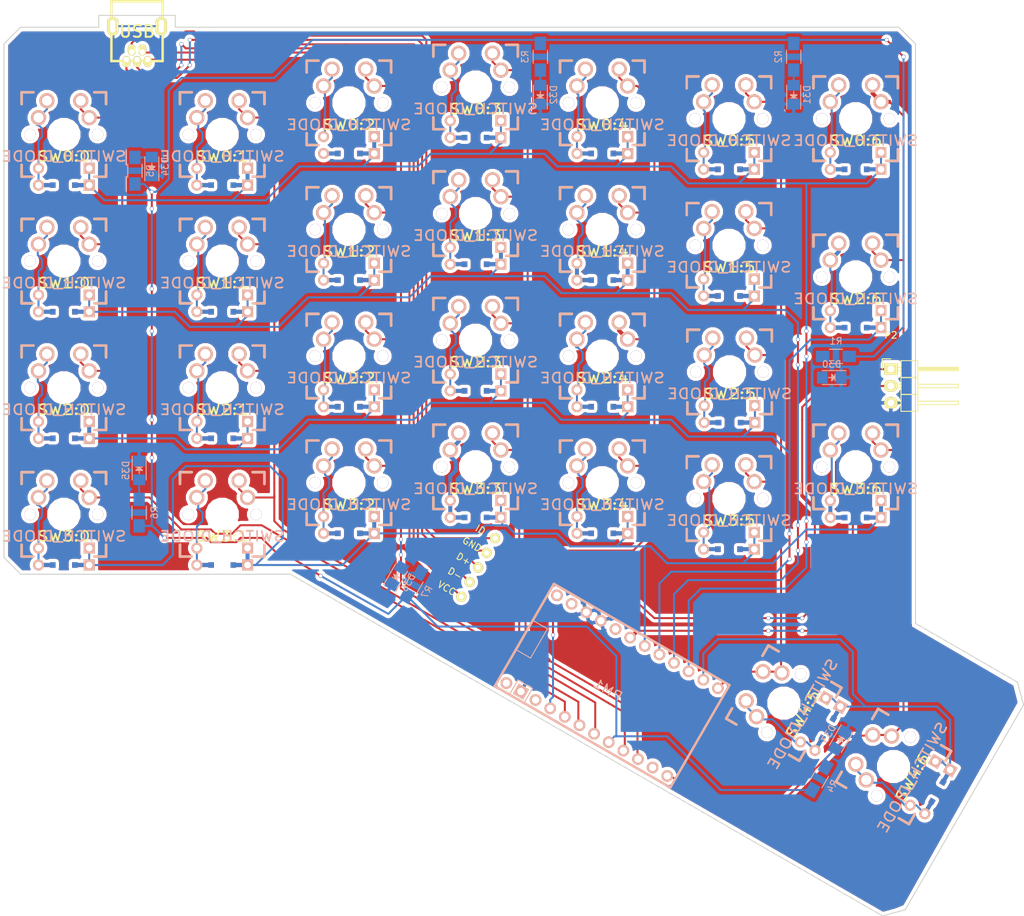
<source format=kicad_pcb>
(kicad_pcb (version 4) (host pcbnew 4.0.2-4+6225~38~ubuntu14.04.1-stable)
  (layers (0 F.Cu signal) (31 B.Cu signal) (34 B.Paste user) (35 F.Paste user) (36 B.SilkS user) (37 F.SilkS user) (38 B.Mask user) (39 F.Mask user) (44 Edge.Cuts user))
  (net 0 "")
  (net 1 "Net-(D30-Pad2)")
  (net 2 GND)
  (net 3 "Net-(D31-Pad2)")
  (net 4 "Net-(D32-Pad2)")
  (net 5 "Net-(D33-Pad2)")
  (net 6 "Net-(D34-Pad2)")
  (net 7 "Net-(D35-Pad2)")
  (net 8 "Net-(D36-Pad2)")
  (net 9 VCC)
  (net 10 /SER)
  (net 11 /ROW4)
  (net 12 /ROW3)
  (net 13 /ROW2)
  (net 14 /COL5)
  (net 15 /ROW1)
  (net 16 /ROW0)
  (net 17 /COL4)
  (net 18 /COL6)
  (net 19 /COL3)
  (net 20 /LED+)
  (net 21 /COL2)
  (net 22 /COL1)
  (net 23 /COL0)
  (net 24 "Net-(SW0:0-Pad2)")
  (net 25 "Net-(SW0:1-Pad2)")
  (net 26 "Net-(SW0:2-Pad2)")
  (net 27 "Net-(SW0:3-Pad2)")
  (net 28 "Net-(SW0:4-Pad2)")
  (net 29 "Net-(SW0:5-Pad2)")
  (net 30 "Net-(SW0:6-Pad2)")
  (net 31 "Net-(SW1:0-Pad2)")
  (net 32 "Net-(SW1:1-Pad2)")
  (net 33 "Net-(SW1:2-Pad2)")
  (net 34 "Net-(SW1:3-Pad2)")
  (net 35 "Net-(SW1:4-Pad2)")
  (net 36 "Net-(SW1:5-Pad2)")
  (net 37 "Net-(SW2:0-Pad2)")
  (net 38 "Net-(SW2:1-Pad2)")
  (net 39 "Net-(SW2:2-Pad2)")
  (net 40 "Net-(SW2:3-Pad2)")
  (net 41 "Net-(SW2:4-Pad2)")
  (net 42 "Net-(SW2:5-Pad2)")
  (net 43 "Net-(SW2:6-Pad2)")
  (net 44 "Net-(SW3:0-Pad2)")
  (net 45 "Net-(SW3:1-Pad2)")
  (net 46 "Net-(SW3:2-Pad2)")
  (net 47 "Net-(SW3:3-Pad2)")
  (net 48 "Net-(SW3:4-Pad2)")
  (net 49 "Net-(SW3:5-Pad2)")
  (net 50 "Net-(SW3:6-Pad2)")
  (net 51 "Net-(SW4:5-Pad2)")
  (net 52 "Net-(SW4:6-Pad2)")
  (net 53 "Net-(P1-Pad1)")
  (net 54 "Net-(P1-Pad2)")
  (net 55 "Net-(P1-Pad3)")
  (net 56 "Net-(P1-Pad4)")
  (net 57 "Net-(P1-Pad5)")
  (module LEDs:LED_1206 (layer B.Cu) (at 124.46 52.705 180)
    (fp_text reference D30 (at 0 2 180) (layer B.SilkS) (effects (justify mirror)))
    (fp_text value LED)
    (pad 2 smd rect (at 1.41986 0) (size 1.59766 1.80086) (layers B.Cu B.Paste B.Mask) (net 1 "Net-(D30-Pad2)"))
    (pad 1 smd rect (at -1.41986 0) (size 1.59766 1.80086) (layers B.Cu B.Paste B.Mask) (net 2 GND))
  )
  (module LEDs:LED_1206 (layer B.Cu) (at 118.745 10.16 90)
    (fp_text reference D31 (at 0 2 90) (layer B.SilkS) (effects (justify mirror)))
    (fp_text value LED)
    (pad 2 smd rect (at 1.41986 0 270) (size 1.59766 1.80086) (layers B.Cu B.Paste B.Mask) (net 3 "Net-(D31-Pad2)"))
    (pad 1 smd rect (at -1.41986 0 270) (size 1.59766 1.80086) (layers B.Cu B.Paste B.Mask) (net 2 GND))
  )
  (module LEDs:LED_1206 (layer B.Cu) (at 80.645 10.16 90)
    (fp_text reference D32 (at 0 2 90) (layer B.SilkS) (effects (justify mirror)))
    (fp_text value LED)
    (pad 2 smd rect (at 1.41986 0 270) (size 1.59766 1.80086) (layers B.Cu B.Paste B.Mask) (net 4 "Net-(D32-Pad2)"))
    (pad 1 smd rect (at -1.41986 0 270) (size 1.59766 1.80086) (layers B.Cu B.Paste B.Mask) (net 2 GND))
  )
  (module LEDs:LED_1206 (layer B.Cu) (at 125.73 107.315 240)
    (fp_text reference D33 (at 0 2 240) (layer B.SilkS) (effects (justify mirror)))
    (fp_text value LED)
    (pad 2 smd rect (at 1.41986 0 60) (size 1.59766 1.80086) (layers B.Cu B.Paste B.Mask) (net 5 "Net-(D33-Pad2)"))
    (pad 1 smd rect (at -1.41986 0 60) (size 1.59766 1.80086) (layers B.Cu B.Paste B.Mask) (net 2 GND))
  )
  (module LEDs:LED_1206 (layer B.Cu) (at 22.225 20.955 90)
    (fp_text reference D34 (at 0 2 90) (layer B.SilkS) (effects (justify mirror)))
    (fp_text value LED)
    (pad 2 smd rect (at 1.41986 0 270) (size 1.59766 1.80086) (layers B.Cu B.Paste B.Mask) (net 6 "Net-(D34-Pad2)"))
    (pad 1 smd rect (at -1.41986 0 270) (size 1.59766 1.80086) (layers B.Cu B.Paste B.Mask) (net 2 GND))
  )
  (module LEDs:LED_1206 (layer B.Cu) (at 20.32 66.675 270)
    (fp_text reference D35 (at 0 2 270) (layer B.SilkS) (effects (justify mirror)))
    (fp_text value LED)
    (pad 2 smd rect (at 1.41986 0 90) (size 1.59766 1.80086) (layers B.Cu B.Paste B.Mask) (net 7 "Net-(D35-Pad2)"))
    (pad 1 smd rect (at -1.41986 0 90) (size 1.59766 1.80086) (layers B.Cu B.Paste B.Mask) (net 2 GND))
  )
  (module LEDs:LED_1206 (layer B.Cu) (at 59.055 82.55 60)
    (fp_text reference D36 (at 0 2 60) (layer B.SilkS) (effects (justify mirror)))
    (fp_text value LED)
    (pad 2 smd rect (at 1.41986 0 240) (size 1.59766 1.80086) (layers B.Cu B.Paste B.Mask) (net 8 "Net-(D36-Pad2)"))
    (pad 1 smd rect (at -1.41986 0 240) (size 1.59766 1.80086) (layers B.Cu B.Paste B.Mask) (net 2 GND))
  )
  (module Pin_Headers:Pin_Header_Angled_1x03 (layer F.Cu) (at 133.35 51.435)
    (fp_text reference P2 (at 0 -5.1) (layer F.SilkS))
    (fp_text value CONN_01X03)
    (pad 1 thru_hole rect (at 0 0) (size 2.032 1.7272) (drill 1.016) (layers *.Cu *.Mask F.SilkS) (net 9 VCC))
    (pad 2 thru_hole oval (at 0 2.54) (size 2.032 1.7272) (drill 1.016) (layers *.Cu *.Mask F.SilkS) (net 10 /SER))
    (pad 3 thru_hole oval (at 0 5.08) (size 2.032 1.7272) (drill 1.016) (layers *.Cu *.Mask F.SilkS) (net 2 GND))
  )
  (module Keyboards:PROMICRO (layer B.Cu) (at 91.44 99.06 330)
    (fp_text reference PM1 (at -0.232426 0.867426 330) (layer B.SilkS) (effects (font (size 1.27 1.524) (thickness 0.2032)) (justify mirror)))
    (fp_text value PROMICRO hide)
    (pad 1 thru_hole circle (at -11.43 -7.62 330) (size 1.7526 1.7526) (drill 1.0922) (layers *.Cu *.SilkS *.Mask))
    (pad 2 thru_hole circle (at -8.89 -7.62 330) (size 1.7526 1.7526) (drill 1.0922) (layers *.Cu *.SilkS *.Mask) (net 2 GND))
    (pad 3 thru_hole circle (at -6.35 -7.62 330) (size 1.7526 1.7526) (drill 1.0922) (layers *.Cu *.SilkS *.Mask) (net 2 GND))
    (pad 4 thru_hole circle (at -3.81 -7.62 330) (size 1.7526 1.7526) (drill 1.0922) (layers *.Cu *.SilkS *.Mask))
    (pad 5 thru_hole circle (at -1.27 -7.62 330) (size 1.7526 1.7526) (drill 1.0922) (layers *.Cu *.SilkS *.Mask) (net 10 /SER))
    (pad 6 thru_hole circle (at 1.27 -7.62 330) (size 1.7526 1.7526) (drill 1.0922) (layers *.Cu *.SilkS *.Mask) (net 12 /ROW3))
    (pad 7 thru_hole circle (at 3.81 -7.62 330) (size 1.7526 1.7526) (drill 1.0922) (layers *.Cu *.SilkS *.Mask) (net 13 /ROW2))
    (pad 8 thru_hole circle (at 6.35 -7.62 330) (size 1.7526 1.7526) (drill 1.0922) (layers *.Cu *.SilkS *.Mask) (net 15 /ROW1))
    (pad 9 thru_hole circle (at 8.89 -7.62 330) (size 1.7526 1.7526) (drill 1.0922) (layers *.Cu *.SilkS *.Mask) (net 16 /ROW0))
    (pad 10 thru_hole circle (at 11.43 -7.62 330) (size 1.7526 1.7526) (drill 1.0922) (layers *.Cu *.SilkS *.Mask) (net 11 /ROW4))
    (pad 11 thru_hole circle (at 13.97 -7.62 330) (size 1.7526 1.7526) (drill 1.0922) (layers *.Cu *.SilkS *.Mask) (net 14 /COL5))
    (pad 23 thru_hole circle (at 13.97 7.62 330) (size 1.7526 1.7526) (drill 1.0922) (layers *.Cu *.SilkS *.Mask) (net 18 /COL6))
    (pad 22 thru_hole circle (at 11.43 7.62 330) (size 1.7526 1.7526) (drill 1.0922) (layers *.Cu *.SilkS *.Mask))
    (pad 21 thru_hole circle (at 8.89 7.62 330) (size 1.7526 1.7526) (drill 1.0922) (layers *.Cu *.SilkS *.Mask) (net 17 /COL4))
    (pad 20 thru_hole circle (at 6.35 7.62 330) (size 1.7526 1.7526) (drill 1.0922) (layers *.Cu *.SilkS *.Mask) (net 19 /COL3))
    (pad 19 thru_hole circle (at 3.81 7.62 330) (size 1.7526 1.7526) (drill 1.0922) (layers *.Cu *.SilkS *.Mask) (net 20 /LED+))
    (pad 18 thru_hole circle (at 1.27 7.62 330) (size 1.7526 1.7526) (drill 1.0922) (layers *.Cu *.SilkS *.Mask) (net 21 /COL2))
    (pad 17 thru_hole circle (at -1.27 7.62 330) (size 1.7526 1.7526) (drill 1.0922) (layers *.Cu *.SilkS *.Mask) (net 22 /COL1))
    (pad 16 thru_hole circle (at -3.81 7.62 330) (size 1.7526 1.7526) (drill 1.0922) (layers *.Cu *.SilkS *.Mask) (net 23 /COL0))
    (pad 15 thru_hole circle (at -6.35 7.62 330) (size 1.7526 1.7526) (drill 1.0922) (layers *.Cu *.SilkS *.Mask) (net 9 VCC))
    (pad 14 thru_hole circle (at -8.89 7.62 330) (size 1.7526 1.7526) (drill 1.0922) (layers *.Cu *.SilkS *.Mask))
    (pad 13 thru_hole rect (at -11.43 7.62 330) (size 1.7526 1.7526) (drill 1.0922) (layers *.Cu *.SilkS *.Mask) (net 2 GND))
    (pad 12 thru_hole circle (at -13.97 7.62 330) (size 1.7526 1.7526) (drill 1.0922) (layers *.Cu *.SilkS *.Mask))
    (pad 0 thru_hole circle (at -13.97 -7.62 330) (size 1.7526 1.7526) (drill 1.092) (layers *.Cu *.Mask B.SilkS))
  )
  (module Keyboards:MX_FLIP_DIODE (layer F.Cu) (at 8.998 16.141)
    (fp_text reference SW0:0 (at 0 3.302) (layer F.SilkS) (effects (font (size 1.524 1.778) (thickness 0.254))))
    (fp_text value SWITCH_DIODE (at 0 3.302) (layer B.SilkS) (effects (font (size 1.524 1.778) (thickness 0.254)) (justify mirror)))
    (fp_line (start -3.81 7.62) (end -1.6637 7.62) (layer B.Cu) (width 0.6096))
    (fp_line (start 1.6637 7.62) (end 3.81 7.62) (layer B.Cu) (width 0.6096))
    (fp_line (start -3.81 7.62) (end -1.6637 7.62) (layer F.Cu) (width 0.6096))
    (fp_line (start 1.6637 7.62) (end 3.81 7.62) (layer F.Cu) (width 0.6096))
    (pad 1 thru_hole circle (at 2.54 -5.08) (size 2.286 2.286) (drill 1.4986) (layers *.Cu *.SilkS *.Mask) (net 23 /COL0))
    (pad 2 thru_hole circle (at -3.81 -2.54) (size 2.286 2.286) (drill 1.4986) (layers *.Cu *.SilkS *.Mask) (net 24 "Net-(SW0:0-Pad2)"))
    (pad 0 np_thru_hole circle (at 0 0) (size 3.9878 3.9878) (drill 3.9878) (layers *.Cu))
    (pad 0 thru_hole circle (at -5.08 0) (size 1.7018 1.7018) (drill 1.7018) (layers *.Cu))
    (pad 0 thru_hole circle (at 5.08 0) (size 1.7018 1.7018) (drill 1.7018) (layers *.Cu))
    (pad 1 thru_hole circle (at 3.81 -2.54) (size 2.286 2.286) (drill 1.4986) (layers *.Cu *.SilkS *.Mask) (net 23 /COL0))
    (pad 2 thru_hole circle (at -2.54 -5.08) (size 2.286 2.286) (drill 1.4986) (layers *.Cu *.SilkS *.Mask) (net 24 "Net-(SW0:0-Pad2)"))
    (pad 3 thru_hole circle (at -3.81 5.08) (size 1.651 1.651) (drill 0.9906) (layers *.Cu *.SilkS *.Mask) (net 24 "Net-(SW0:0-Pad2)"))
    (pad 4 thru_hole rect (at 3.81 5.08) (size 1.651 1.651) (drill 0.9906) (layers *.Cu *.SilkS *.Mask) (net 16 /ROW0))
    (pad 3 thru_hole circle (at -3.81 7.62) (size 1.651 1.651) (drill 0.9906) (layers *.Cu *.SilkS *.Mask) (net 24 "Net-(SW0:0-Pad2)"))
    (pad 4 thru_hole rect (at 3.81 7.62) (size 1.651 1.651) (drill 0.9906) (layers *.Cu *.SilkS *.Mask) (net 16 /ROW0))
    (pad 99 smd rect (at -1.6637 7.62) (size 0.8382 0.8382) (layers F.Cu F.Paste F.Mask))
    (pad 99 smd rect (at -1.6637 7.62) (size 0.8382 0.8382) (layers B.Cu B.Paste B.Mask))
    (pad 99 smd rect (at 1.6637 7.62) (size 0.8382 0.8382) (layers F.Cu F.Paste F.Mask))
    (pad 99 smd rect (at 1.6637 7.62) (size 0.8382 0.8382) (layers B.Cu B.Paste B.Mask))
  )
  (module Keyboards:MX_FLIP_DIODE (layer F.Cu) (at 32.81 16.14)
    (fp_text reference SW0:1 (at 0 3.302) (layer F.SilkS) (effects (font (size 1.524 1.778) (thickness 0.254))))
    (fp_text value SWITCH_DIODE (at 0 3.302) (layer B.SilkS) (effects (font (size 1.524 1.778) (thickness 0.254)) (justify mirror)))
    (fp_line (start -3.81 7.62) (end -1.6637 7.62) (layer B.Cu) (width 0.6096))
    (fp_line (start 1.6637 7.62) (end 3.81 7.62) (layer B.Cu) (width 0.6096))
    (fp_line (start -3.81 7.62) (end -1.6637 7.62) (layer F.Cu) (width 0.6096))
    (fp_line (start 1.6637 7.62) (end 3.81 7.62) (layer F.Cu) (width 0.6096))
    (pad 1 thru_hole circle (at 2.54 -5.08) (size 2.286 2.286) (drill 1.4986) (layers *.Cu *.SilkS *.Mask) (net 22 /COL1))
    (pad 2 thru_hole circle (at -3.81 -2.54) (size 2.286 2.286) (drill 1.4986) (layers *.Cu *.SilkS *.Mask) (net 25 "Net-(SW0:1-Pad2)"))
    (pad 0 np_thru_hole circle (at 0 0) (size 3.9878 3.9878) (drill 3.9878) (layers *.Cu))
    (pad 0 thru_hole circle (at -5.08 0) (size 1.7018 1.7018) (drill 1.7018) (layers *.Cu))
    (pad 0 thru_hole circle (at 5.08 0) (size 1.7018 1.7018) (drill 1.7018) (layers *.Cu))
    (pad 1 thru_hole circle (at 3.81 -2.54) (size 2.286 2.286) (drill 1.4986) (layers *.Cu *.SilkS *.Mask) (net 22 /COL1))
    (pad 2 thru_hole circle (at -2.54 -5.08) (size 2.286 2.286) (drill 1.4986) (layers *.Cu *.SilkS *.Mask) (net 25 "Net-(SW0:1-Pad2)"))
    (pad 3 thru_hole circle (at -3.81 5.08) (size 1.651 1.651) (drill 0.9906) (layers *.Cu *.SilkS *.Mask) (net 25 "Net-(SW0:1-Pad2)"))
    (pad 4 thru_hole rect (at 3.81 5.08) (size 1.651 1.651) (drill 0.9906) (layers *.Cu *.SilkS *.Mask) (net 16 /ROW0))
    (pad 3 thru_hole circle (at -3.81 7.62) (size 1.651 1.651) (drill 0.9906) (layers *.Cu *.SilkS *.Mask) (net 25 "Net-(SW0:1-Pad2)"))
    (pad 4 thru_hole rect (at 3.81 7.62) (size 1.651 1.651) (drill 0.9906) (layers *.Cu *.SilkS *.Mask) (net 16 /ROW0))
    (pad 99 smd rect (at -1.6637 7.62) (size 0.8382 0.8382) (layers F.Cu F.Paste F.Mask))
    (pad 99 smd rect (at -1.6637 7.62) (size 0.8382 0.8382) (layers B.Cu B.Paste B.Mask))
    (pad 99 smd rect (at 1.6637 7.62) (size 0.8382 0.8382) (layers F.Cu F.Paste F.Mask))
    (pad 99 smd rect (at 1.6637 7.62) (size 0.8382 0.8382) (layers B.Cu B.Paste B.Mask))
  )
  (module Keyboards:MX_FLIP_DIODE (layer F.Cu) (at 51.86 11.379)
    (fp_text reference SW0:2 (at 0 3.302) (layer F.SilkS) (effects (font (size 1.524 1.778) (thickness 0.254))))
    (fp_text value SWITCH_DIODE (at 0 3.302) (layer B.SilkS) (effects (font (size 1.524 1.778) (thickness 0.254)) (justify mirror)))
    (fp_line (start -3.81 7.62) (end -1.6637 7.62) (layer B.Cu) (width 0.6096))
    (fp_line (start 1.6637 7.62) (end 3.81 7.62) (layer B.Cu) (width 0.6096))
    (fp_line (start -3.81 7.62) (end -1.6637 7.62) (layer F.Cu) (width 0.6096))
    (fp_line (start 1.6637 7.62) (end 3.81 7.62) (layer F.Cu) (width 0.6096))
    (pad 1 thru_hole circle (at 2.54 -5.08) (size 2.286 2.286) (drill 1.4986) (layers *.Cu *.SilkS *.Mask) (net 21 /COL2))
    (pad 2 thru_hole circle (at -3.81 -2.54) (size 2.286 2.286) (drill 1.4986) (layers *.Cu *.SilkS *.Mask) (net 26 "Net-(SW0:2-Pad2)"))
    (pad 0 np_thru_hole circle (at 0 0) (size 3.9878 3.9878) (drill 3.9878) (layers *.Cu))
    (pad 0 thru_hole circle (at -5.08 0) (size 1.7018 1.7018) (drill 1.7018) (layers *.Cu))
    (pad 0 thru_hole circle (at 5.08 0) (size 1.7018 1.7018) (drill 1.7018) (layers *.Cu))
    (pad 1 thru_hole circle (at 3.81 -2.54) (size 2.286 2.286) (drill 1.4986) (layers *.Cu *.SilkS *.Mask) (net 21 /COL2))
    (pad 2 thru_hole circle (at -2.54 -5.08) (size 2.286 2.286) (drill 1.4986) (layers *.Cu *.SilkS *.Mask) (net 26 "Net-(SW0:2-Pad2)"))
    (pad 3 thru_hole circle (at -3.81 5.08) (size 1.651 1.651) (drill 0.9906) (layers *.Cu *.SilkS *.Mask) (net 26 "Net-(SW0:2-Pad2)"))
    (pad 4 thru_hole rect (at 3.81 5.08) (size 1.651 1.651) (drill 0.9906) (layers *.Cu *.SilkS *.Mask) (net 16 /ROW0))
    (pad 3 thru_hole circle (at -3.81 7.62) (size 1.651 1.651) (drill 0.9906) (layers *.Cu *.SilkS *.Mask) (net 26 "Net-(SW0:2-Pad2)"))
    (pad 4 thru_hole rect (at 3.81 7.62) (size 1.651 1.651) (drill 0.9906) (layers *.Cu *.SilkS *.Mask) (net 16 /ROW0))
    (pad 99 smd rect (at -1.6637 7.62) (size 0.8382 0.8382) (layers F.Cu F.Paste F.Mask))
    (pad 99 smd rect (at -1.6637 7.62) (size 0.8382 0.8382) (layers B.Cu B.Paste B.Mask))
    (pad 99 smd rect (at 1.6637 7.62) (size 0.8382 0.8382) (layers F.Cu F.Paste F.Mask))
    (pad 99 smd rect (at 1.6637 7.62) (size 0.8382 0.8382) (layers B.Cu B.Paste B.Mask))
  )
  (module Keyboards:MX_FLIP_DIODE (layer F.Cu) (at 70.91 8.998)
    (fp_text reference SW0:3 (at 0 3.302) (layer F.SilkS) (effects (font (size 1.524 1.778) (thickness 0.254))))
    (fp_text value SWITCH_DIODE (at 0 3.302) (layer B.SilkS) (effects (font (size 1.524 1.778) (thickness 0.254)) (justify mirror)))
    (fp_line (start -3.81 7.62) (end -1.6637 7.62) (layer B.Cu) (width 0.6096))
    (fp_line (start 1.6637 7.62) (end 3.81 7.62) (layer B.Cu) (width 0.6096))
    (fp_line (start -3.81 7.62) (end -1.6637 7.62) (layer F.Cu) (width 0.6096))
    (fp_line (start 1.6637 7.62) (end 3.81 7.62) (layer F.Cu) (width 0.6096))
    (pad 1 thru_hole circle (at 2.54 -5.08) (size 2.286 2.286) (drill 1.4986) (layers *.Cu *.SilkS *.Mask) (net 19 /COL3))
    (pad 2 thru_hole circle (at -3.81 -2.54) (size 2.286 2.286) (drill 1.4986) (layers *.Cu *.SilkS *.Mask) (net 27 "Net-(SW0:3-Pad2)"))
    (pad 0 np_thru_hole circle (at 0 0) (size 3.9878 3.9878) (drill 3.9878) (layers *.Cu))
    (pad 0 thru_hole circle (at -5.08 0) (size 1.7018 1.7018) (drill 1.7018) (layers *.Cu))
    (pad 0 thru_hole circle (at 5.08 0) (size 1.7018 1.7018) (drill 1.7018) (layers *.Cu))
    (pad 1 thru_hole circle (at 3.81 -2.54) (size 2.286 2.286) (drill 1.4986) (layers *.Cu *.SilkS *.Mask) (net 19 /COL3))
    (pad 2 thru_hole circle (at -2.54 -5.08) (size 2.286 2.286) (drill 1.4986) (layers *.Cu *.SilkS *.Mask) (net 27 "Net-(SW0:3-Pad2)"))
    (pad 3 thru_hole circle (at -3.81 5.08) (size 1.651 1.651) (drill 0.9906) (layers *.Cu *.SilkS *.Mask) (net 27 "Net-(SW0:3-Pad2)"))
    (pad 4 thru_hole rect (at 3.81 5.08) (size 1.651 1.651) (drill 0.9906) (layers *.Cu *.SilkS *.Mask) (net 16 /ROW0))
    (pad 3 thru_hole circle (at -3.81 7.62) (size 1.651 1.651) (drill 0.9906) (layers *.Cu *.SilkS *.Mask) (net 27 "Net-(SW0:3-Pad2)"))
    (pad 4 thru_hole rect (at 3.81 7.62) (size 1.651 1.651) (drill 0.9906) (layers *.Cu *.SilkS *.Mask) (net 16 /ROW0))
    (pad 99 smd rect (at -1.6637 7.62) (size 0.8382 0.8382) (layers F.Cu F.Paste F.Mask))
    (pad 99 smd rect (at -1.6637 7.62) (size 0.8382 0.8382) (layers B.Cu B.Paste B.Mask))
    (pad 99 smd rect (at 1.6637 7.62) (size 0.8382 0.8382) (layers F.Cu F.Paste F.Mask))
    (pad 99 smd rect (at 1.6637 7.62) (size 0.8382 0.8382) (layers B.Cu B.Paste B.Mask))
  )
  (module Keyboards:MX_FLIP_DIODE (layer F.Cu) (at 89.96 11.379)
    (fp_text reference SW0:4 (at 0 3.302) (layer F.SilkS) (effects (font (size 1.524 1.778) (thickness 0.254))))
    (fp_text value SWITCH_DIODE (at 0 3.302) (layer B.SilkS) (effects (font (size 1.524 1.778) (thickness 0.254)) (justify mirror)))
    (fp_line (start -3.81 7.62) (end -1.6637 7.62) (layer B.Cu) (width 0.6096))
    (fp_line (start 1.6637 7.62) (end 3.81 7.62) (layer B.Cu) (width 0.6096))
    (fp_line (start -3.81 7.62) (end -1.6637 7.62) (layer F.Cu) (width 0.6096))
    (fp_line (start 1.6637 7.62) (end 3.81 7.62) (layer F.Cu) (width 0.6096))
    (pad 1 thru_hole circle (at 2.54 -5.08) (size 2.286 2.286) (drill 1.4986) (layers *.Cu *.SilkS *.Mask) (net 17 /COL4))
    (pad 2 thru_hole circle (at -3.81 -2.54) (size 2.286 2.286) (drill 1.4986) (layers *.Cu *.SilkS *.Mask) (net 28 "Net-(SW0:4-Pad2)"))
    (pad 0 np_thru_hole circle (at 0 0) (size 3.9878 3.9878) (drill 3.9878) (layers *.Cu))
    (pad 0 thru_hole circle (at -5.08 0) (size 1.7018 1.7018) (drill 1.7018) (layers *.Cu))
    (pad 0 thru_hole circle (at 5.08 0) (size 1.7018 1.7018) (drill 1.7018) (layers *.Cu))
    (pad 1 thru_hole circle (at 3.81 -2.54) (size 2.286 2.286) (drill 1.4986) (layers *.Cu *.SilkS *.Mask) (net 17 /COL4))
    (pad 2 thru_hole circle (at -2.54 -5.08) (size 2.286 2.286) (drill 1.4986) (layers *.Cu *.SilkS *.Mask) (net 28 "Net-(SW0:4-Pad2)"))
    (pad 3 thru_hole circle (at -3.81 5.08) (size 1.651 1.651) (drill 0.9906) (layers *.Cu *.SilkS *.Mask) (net 28 "Net-(SW0:4-Pad2)"))
    (pad 4 thru_hole rect (at 3.81 5.08) (size 1.651 1.651) (drill 0.9906) (layers *.Cu *.SilkS *.Mask) (net 16 /ROW0))
    (pad 3 thru_hole circle (at -3.81 7.62) (size 1.651 1.651) (drill 0.9906) (layers *.Cu *.SilkS *.Mask) (net 28 "Net-(SW0:4-Pad2)"))
    (pad 4 thru_hole rect (at 3.81 7.62) (size 1.651 1.651) (drill 0.9906) (layers *.Cu *.SilkS *.Mask) (net 16 /ROW0))
    (pad 99 smd rect (at -1.6637 7.62) (size 0.8382 0.8382) (layers F.Cu F.Paste F.Mask))
    (pad 99 smd rect (at -1.6637 7.62) (size 0.8382 0.8382) (layers B.Cu B.Paste B.Mask))
    (pad 99 smd rect (at 1.6637 7.62) (size 0.8382 0.8382) (layers F.Cu F.Paste F.Mask))
    (pad 99 smd rect (at 1.6637 7.62) (size 0.8382 0.8382) (layers B.Cu B.Paste B.Mask))
  )
  (module Keyboards:MX_FLIP_DIODE (layer F.Cu) (at 109.01 13.76)
    (fp_text reference SW0:5 (at 0 3.302) (layer F.SilkS) (effects (font (size 1.524 1.778) (thickness 0.254))))
    (fp_text value SWITCH_DIODE (at 0 3.302) (layer B.SilkS) (effects (font (size 1.524 1.778) (thickness 0.254)) (justify mirror)))
    (fp_line (start -3.81 7.62) (end -1.6637 7.62) (layer B.Cu) (width 0.6096))
    (fp_line (start 1.6637 7.62) (end 3.81 7.62) (layer B.Cu) (width 0.6096))
    (fp_line (start -3.81 7.62) (end -1.6637 7.62) (layer F.Cu) (width 0.6096))
    (fp_line (start 1.6637 7.62) (end 3.81 7.62) (layer F.Cu) (width 0.6096))
    (pad 1 thru_hole circle (at 2.54 -5.08) (size 2.286 2.286) (drill 1.4986) (layers *.Cu *.SilkS *.Mask) (net 14 /COL5))
    (pad 2 thru_hole circle (at -3.81 -2.54) (size 2.286 2.286) (drill 1.4986) (layers *.Cu *.SilkS *.Mask) (net 29 "Net-(SW0:5-Pad2)"))
    (pad 0 np_thru_hole circle (at 0 0) (size 3.9878 3.9878) (drill 3.9878) (layers *.Cu))
    (pad 0 thru_hole circle (at -5.08 0) (size 1.7018 1.7018) (drill 1.7018) (layers *.Cu))
    (pad 0 thru_hole circle (at 5.08 0) (size 1.7018 1.7018) (drill 1.7018) (layers *.Cu))
    (pad 1 thru_hole circle (at 3.81 -2.54) (size 2.286 2.286) (drill 1.4986) (layers *.Cu *.SilkS *.Mask) (net 14 /COL5))
    (pad 2 thru_hole circle (at -2.54 -5.08) (size 2.286 2.286) (drill 1.4986) (layers *.Cu *.SilkS *.Mask) (net 29 "Net-(SW0:5-Pad2)"))
    (pad 3 thru_hole circle (at -3.81 5.08) (size 1.651 1.651) (drill 0.9906) (layers *.Cu *.SilkS *.Mask) (net 29 "Net-(SW0:5-Pad2)"))
    (pad 4 thru_hole rect (at 3.81 5.08) (size 1.651 1.651) (drill 0.9906) (layers *.Cu *.SilkS *.Mask) (net 16 /ROW0))
    (pad 3 thru_hole circle (at -3.81 7.62) (size 1.651 1.651) (drill 0.9906) (layers *.Cu *.SilkS *.Mask) (net 29 "Net-(SW0:5-Pad2)"))
    (pad 4 thru_hole rect (at 3.81 7.62) (size 1.651 1.651) (drill 0.9906) (layers *.Cu *.SilkS *.Mask) (net 16 /ROW0))
    (pad 99 smd rect (at -1.6637 7.62) (size 0.8382 0.8382) (layers F.Cu F.Paste F.Mask))
    (pad 99 smd rect (at -1.6637 7.62) (size 0.8382 0.8382) (layers B.Cu B.Paste B.Mask))
    (pad 99 smd rect (at 1.6637 7.62) (size 0.8382 0.8382) (layers F.Cu F.Paste F.Mask))
    (pad 99 smd rect (at 1.6637 7.62) (size 0.8382 0.8382) (layers B.Cu B.Paste B.Mask))
  )
  (module Keyboards:MX_FLIP_DIODE (layer F.Cu) (at 128.06 13.76)
    (fp_text reference SW0:6 (at 0 3.302) (layer F.SilkS) (effects (font (size 1.524 1.778) (thickness 0.254))))
    (fp_text value SWITCH_DIODE (at 0 3.302) (layer B.SilkS) (effects (font (size 1.524 1.778) (thickness 0.254)) (justify mirror)))
    (fp_line (start -3.81 7.62) (end -1.6637 7.62) (layer B.Cu) (width 0.6096))
    (fp_line (start 1.6637 7.62) (end 3.81 7.62) (layer B.Cu) (width 0.6096))
    (fp_line (start -3.81 7.62) (end -1.6637 7.62) (layer F.Cu) (width 0.6096))
    (fp_line (start 1.6637 7.62) (end 3.81 7.62) (layer F.Cu) (width 0.6096))
    (pad 1 thru_hole circle (at 2.54 -5.08) (size 2.286 2.286) (drill 1.4986) (layers *.Cu *.SilkS *.Mask) (net 18 /COL6))
    (pad 2 thru_hole circle (at -3.81 -2.54) (size 2.286 2.286) (drill 1.4986) (layers *.Cu *.SilkS *.Mask) (net 30 "Net-(SW0:6-Pad2)"))
    (pad 0 np_thru_hole circle (at 0 0) (size 3.9878 3.9878) (drill 3.9878) (layers *.Cu))
    (pad 0 thru_hole circle (at -5.08 0) (size 1.7018 1.7018) (drill 1.7018) (layers *.Cu))
    (pad 0 thru_hole circle (at 5.08 0) (size 1.7018 1.7018) (drill 1.7018) (layers *.Cu))
    (pad 1 thru_hole circle (at 3.81 -2.54) (size 2.286 2.286) (drill 1.4986) (layers *.Cu *.SilkS *.Mask) (net 18 /COL6))
    (pad 2 thru_hole circle (at -2.54 -5.08) (size 2.286 2.286) (drill 1.4986) (layers *.Cu *.SilkS *.Mask) (net 30 "Net-(SW0:6-Pad2)"))
    (pad 3 thru_hole circle (at -3.81 5.08) (size 1.651 1.651) (drill 0.9906) (layers *.Cu *.SilkS *.Mask) (net 30 "Net-(SW0:6-Pad2)"))
    (pad 4 thru_hole rect (at 3.81 5.08) (size 1.651 1.651) (drill 0.9906) (layers *.Cu *.SilkS *.Mask) (net 16 /ROW0))
    (pad 3 thru_hole circle (at -3.81 7.62) (size 1.651 1.651) (drill 0.9906) (layers *.Cu *.SilkS *.Mask) (net 30 "Net-(SW0:6-Pad2)"))
    (pad 4 thru_hole rect (at 3.81 7.62) (size 1.651 1.651) (drill 0.9906) (layers *.Cu *.SilkS *.Mask) (net 16 /ROW0))
    (pad 99 smd rect (at -1.6637 7.62) (size 0.8382 0.8382) (layers F.Cu F.Paste F.Mask))
    (pad 99 smd rect (at -1.6637 7.62) (size 0.8382 0.8382) (layers B.Cu B.Paste B.Mask))
    (pad 99 smd rect (at 1.6637 7.62) (size 0.8382 0.8382) (layers F.Cu F.Paste F.Mask))
    (pad 99 smd rect (at 1.6637 7.62) (size 0.8382 0.8382) (layers B.Cu B.Paste B.Mask))
  )
  (module Keyboards:MX_FLIP_DIODE (layer F.Cu) (at 8.998 35.191)
    (fp_text reference SW1:0 (at 0 3.302) (layer F.SilkS) (effects (font (size 1.524 1.778) (thickness 0.254))))
    (fp_text value SWITCH_DIODE (at 0 3.302) (layer B.SilkS) (effects (font (size 1.524 1.778) (thickness 0.254)) (justify mirror)))
    (fp_line (start -3.81 7.62) (end -1.6637 7.62) (layer B.Cu) (width 0.6096))
    (fp_line (start 1.6637 7.62) (end 3.81 7.62) (layer B.Cu) (width 0.6096))
    (fp_line (start -3.81 7.62) (end -1.6637 7.62) (layer F.Cu) (width 0.6096))
    (fp_line (start 1.6637 7.62) (end 3.81 7.62) (layer F.Cu) (width 0.6096))
    (pad 1 thru_hole circle (at 2.54 -5.08) (size 2.286 2.286) (drill 1.4986) (layers *.Cu *.SilkS *.Mask) (net 23 /COL0))
    (pad 2 thru_hole circle (at -3.81 -2.54) (size 2.286 2.286) (drill 1.4986) (layers *.Cu *.SilkS *.Mask) (net 31 "Net-(SW1:0-Pad2)"))
    (pad 0 np_thru_hole circle (at 0 0) (size 3.9878 3.9878) (drill 3.9878) (layers *.Cu))
    (pad 0 thru_hole circle (at -5.08 0) (size 1.7018 1.7018) (drill 1.7018) (layers *.Cu))
    (pad 0 thru_hole circle (at 5.08 0) (size 1.7018 1.7018) (drill 1.7018) (layers *.Cu))
    (pad 1 thru_hole circle (at 3.81 -2.54) (size 2.286 2.286) (drill 1.4986) (layers *.Cu *.SilkS *.Mask) (net 23 /COL0))
    (pad 2 thru_hole circle (at -2.54 -5.08) (size 2.286 2.286) (drill 1.4986) (layers *.Cu *.SilkS *.Mask) (net 31 "Net-(SW1:0-Pad2)"))
    (pad 3 thru_hole circle (at -3.81 5.08) (size 1.651 1.651) (drill 0.9906) (layers *.Cu *.SilkS *.Mask) (net 31 "Net-(SW1:0-Pad2)"))
    (pad 4 thru_hole rect (at 3.81 5.08) (size 1.651 1.651) (drill 0.9906) (layers *.Cu *.SilkS *.Mask) (net 15 /ROW1))
    (pad 3 thru_hole circle (at -3.81 7.62) (size 1.651 1.651) (drill 0.9906) (layers *.Cu *.SilkS *.Mask) (net 31 "Net-(SW1:0-Pad2)"))
    (pad 4 thru_hole rect (at 3.81 7.62) (size 1.651 1.651) (drill 0.9906) (layers *.Cu *.SilkS *.Mask) (net 15 /ROW1))
    (pad 99 smd rect (at -1.6637 7.62) (size 0.8382 0.8382) (layers F.Cu F.Paste F.Mask))
    (pad 99 smd rect (at -1.6637 7.62) (size 0.8382 0.8382) (layers B.Cu B.Paste B.Mask))
    (pad 99 smd rect (at 1.6637 7.62) (size 0.8382 0.8382) (layers F.Cu F.Paste F.Mask))
    (pad 99 smd rect (at 1.6637 7.62) (size 0.8382 0.8382) (layers B.Cu B.Paste B.Mask))
  )
  (module Keyboards:MX_FLIP_DIODE (layer F.Cu) (at 32.81 35.191)
    (fp_text reference SW1:1 (at 0 3.302) (layer F.SilkS) (effects (font (size 1.524 1.778) (thickness 0.254))))
    (fp_text value SWITCH_DIODE (at 0 3.302) (layer B.SilkS) (effects (font (size 1.524 1.778) (thickness 0.254)) (justify mirror)))
    (fp_line (start -3.81 7.62) (end -1.6637 7.62) (layer B.Cu) (width 0.6096))
    (fp_line (start 1.6637 7.62) (end 3.81 7.62) (layer B.Cu) (width 0.6096))
    (fp_line (start -3.81 7.62) (end -1.6637 7.62) (layer F.Cu) (width 0.6096))
    (fp_line (start 1.6637 7.62) (end 3.81 7.62) (layer F.Cu) (width 0.6096))
    (pad 1 thru_hole circle (at 2.54 -5.08) (size 2.286 2.286) (drill 1.4986) (layers *.Cu *.SilkS *.Mask) (net 22 /COL1))
    (pad 2 thru_hole circle (at -3.81 -2.54) (size 2.286 2.286) (drill 1.4986) (layers *.Cu *.SilkS *.Mask) (net 32 "Net-(SW1:1-Pad2)"))
    (pad 0 np_thru_hole circle (at 0 0) (size 3.9878 3.9878) (drill 3.9878) (layers *.Cu))
    (pad 0 thru_hole circle (at -5.08 0) (size 1.7018 1.7018) (drill 1.7018) (layers *.Cu))
    (pad 0 thru_hole circle (at 5.08 0) (size 1.7018 1.7018) (drill 1.7018) (layers *.Cu))
    (pad 1 thru_hole circle (at 3.81 -2.54) (size 2.286 2.286) (drill 1.4986) (layers *.Cu *.SilkS *.Mask) (net 22 /COL1))
    (pad 2 thru_hole circle (at -2.54 -5.08) (size 2.286 2.286) (drill 1.4986) (layers *.Cu *.SilkS *.Mask) (net 32 "Net-(SW1:1-Pad2)"))
    (pad 3 thru_hole circle (at -3.81 5.08) (size 1.651 1.651) (drill 0.9906) (layers *.Cu *.SilkS *.Mask) (net 32 "Net-(SW1:1-Pad2)"))
    (pad 4 thru_hole rect (at 3.81 5.08) (size 1.651 1.651) (drill 0.9906) (layers *.Cu *.SilkS *.Mask) (net 15 /ROW1))
    (pad 3 thru_hole circle (at -3.81 7.62) (size 1.651 1.651) (drill 0.9906) (layers *.Cu *.SilkS *.Mask) (net 32 "Net-(SW1:1-Pad2)"))
    (pad 4 thru_hole rect (at 3.81 7.62) (size 1.651 1.651) (drill 0.9906) (layers *.Cu *.SilkS *.Mask) (net 15 /ROW1))
    (pad 99 smd rect (at -1.6637 7.62) (size 0.8382 0.8382) (layers F.Cu F.Paste F.Mask))
    (pad 99 smd rect (at -1.6637 7.62) (size 0.8382 0.8382) (layers B.Cu B.Paste B.Mask))
    (pad 99 smd rect (at 1.6637 7.62) (size 0.8382 0.8382) (layers F.Cu F.Paste F.Mask))
    (pad 99 smd rect (at 1.6637 7.62) (size 0.8382 0.8382) (layers B.Cu B.Paste B.Mask))
  )
  (module Keyboards:MX_FLIP_DIODE (layer F.Cu) (at 51.86 30.429)
    (fp_text reference SW1:2 (at 0 3.302) (layer F.SilkS) (effects (font (size 1.524 1.778) (thickness 0.254))))
    (fp_text value SWITCH_DIODE (at 0 3.302) (layer B.SilkS) (effects (font (size 1.524 1.778) (thickness 0.254)) (justify mirror)))
    (fp_line (start -3.81 7.62) (end -1.6637 7.62) (layer B.Cu) (width 0.6096))
    (fp_line (start 1.6637 7.62) (end 3.81 7.62) (layer B.Cu) (width 0.6096))
    (fp_line (start -3.81 7.62) (end -1.6637 7.62) (layer F.Cu) (width 0.6096))
    (fp_line (start 1.6637 7.62) (end 3.81 7.62) (layer F.Cu) (width 0.6096))
    (pad 1 thru_hole circle (at 2.54 -5.08) (size 2.286 2.286) (drill 1.4986) (layers *.Cu *.SilkS *.Mask) (net 21 /COL2))
    (pad 2 thru_hole circle (at -3.81 -2.54) (size 2.286 2.286) (drill 1.4986) (layers *.Cu *.SilkS *.Mask) (net 33 "Net-(SW1:2-Pad2)"))
    (pad 0 np_thru_hole circle (at 0 0) (size 3.9878 3.9878) (drill 3.9878) (layers *.Cu))
    (pad 0 thru_hole circle (at -5.08 0) (size 1.7018 1.7018) (drill 1.7018) (layers *.Cu))
    (pad 0 thru_hole circle (at 5.08 0) (size 1.7018 1.7018) (drill 1.7018) (layers *.Cu))
    (pad 1 thru_hole circle (at 3.81 -2.54) (size 2.286 2.286) (drill 1.4986) (layers *.Cu *.SilkS *.Mask) (net 21 /COL2))
    (pad 2 thru_hole circle (at -2.54 -5.08) (size 2.286 2.286) (drill 1.4986) (layers *.Cu *.SilkS *.Mask) (net 33 "Net-(SW1:2-Pad2)"))
    (pad 3 thru_hole circle (at -3.81 5.08) (size 1.651 1.651) (drill 0.9906) (layers *.Cu *.SilkS *.Mask) (net 33 "Net-(SW1:2-Pad2)"))
    (pad 4 thru_hole rect (at 3.81 5.08) (size 1.651 1.651) (drill 0.9906) (layers *.Cu *.SilkS *.Mask) (net 15 /ROW1))
    (pad 3 thru_hole circle (at -3.81 7.62) (size 1.651 1.651) (drill 0.9906) (layers *.Cu *.SilkS *.Mask) (net 33 "Net-(SW1:2-Pad2)"))
    (pad 4 thru_hole rect (at 3.81 7.62) (size 1.651 1.651) (drill 0.9906) (layers *.Cu *.SilkS *.Mask) (net 15 /ROW1))
    (pad 99 smd rect (at -1.6637 7.62) (size 0.8382 0.8382) (layers F.Cu F.Paste F.Mask))
    (pad 99 smd rect (at -1.6637 7.62) (size 0.8382 0.8382) (layers B.Cu B.Paste B.Mask))
    (pad 99 smd rect (at 1.6637 7.62) (size 0.8382 0.8382) (layers F.Cu F.Paste F.Mask))
    (pad 99 smd rect (at 1.6637 7.62) (size 0.8382 0.8382) (layers B.Cu B.Paste B.Mask))
  )
  (module Keyboards:MX_FLIP_DIODE (layer F.Cu) (at 70.91 28.038)
    (fp_text reference SW1:3 (at 0 3.302) (layer F.SilkS) (effects (font (size 1.524 1.778) (thickness 0.254))))
    (fp_text value SWITCH_DIODE (at 0 3.302) (layer B.SilkS) (effects (font (size 1.524 1.778) (thickness 0.254)) (justify mirror)))
    (fp_line (start -3.81 7.62) (end -1.6637 7.62) (layer B.Cu) (width 0.6096))
    (fp_line (start 1.6637 7.62) (end 3.81 7.62) (layer B.Cu) (width 0.6096))
    (fp_line (start -3.81 7.62) (end -1.6637 7.62) (layer F.Cu) (width 0.6096))
    (fp_line (start 1.6637 7.62) (end 3.81 7.62) (layer F.Cu) (width 0.6096))
    (pad 1 thru_hole circle (at 2.54 -5.08) (size 2.286 2.286) (drill 1.4986) (layers *.Cu *.SilkS *.Mask) (net 19 /COL3))
    (pad 2 thru_hole circle (at -3.81 -2.54) (size 2.286 2.286) (drill 1.4986) (layers *.Cu *.SilkS *.Mask) (net 34 "Net-(SW1:3-Pad2)"))
    (pad 0 np_thru_hole circle (at 0 0) (size 3.9878 3.9878) (drill 3.9878) (layers *.Cu))
    (pad 0 thru_hole circle (at -5.08 0) (size 1.7018 1.7018) (drill 1.7018) (layers *.Cu))
    (pad 0 thru_hole circle (at 5.08 0) (size 1.7018 1.7018) (drill 1.7018) (layers *.Cu))
    (pad 1 thru_hole circle (at 3.81 -2.54) (size 2.286 2.286) (drill 1.4986) (layers *.Cu *.SilkS *.Mask) (net 19 /COL3))
    (pad 2 thru_hole circle (at -2.54 -5.08) (size 2.286 2.286) (drill 1.4986) (layers *.Cu *.SilkS *.Mask) (net 34 "Net-(SW1:3-Pad2)"))
    (pad 3 thru_hole circle (at -3.81 5.08) (size 1.651 1.651) (drill 0.9906) (layers *.Cu *.SilkS *.Mask) (net 34 "Net-(SW1:3-Pad2)"))
    (pad 4 thru_hole rect (at 3.81 5.08) (size 1.651 1.651) (drill 0.9906) (layers *.Cu *.SilkS *.Mask) (net 15 /ROW1))
    (pad 3 thru_hole circle (at -3.81 7.62) (size 1.651 1.651) (drill 0.9906) (layers *.Cu *.SilkS *.Mask) (net 34 "Net-(SW1:3-Pad2)"))
    (pad 4 thru_hole rect (at 3.81 7.62) (size 1.651 1.651) (drill 0.9906) (layers *.Cu *.SilkS *.Mask) (net 15 /ROW1))
    (pad 99 smd rect (at -1.6637 7.62) (size 0.8382 0.8382) (layers F.Cu F.Paste F.Mask))
    (pad 99 smd rect (at -1.6637 7.62) (size 0.8382 0.8382) (layers B.Cu B.Paste B.Mask))
    (pad 99 smd rect (at 1.6637 7.62) (size 0.8382 0.8382) (layers F.Cu F.Paste F.Mask))
    (pad 99 smd rect (at 1.6637 7.62) (size 0.8382 0.8382) (layers B.Cu B.Paste B.Mask))
  )
  (module Keyboards:MX_FLIP_DIODE (layer F.Cu) (at 89.96 30.429)
    (fp_text reference SW1:4 (at 0 3.302) (layer F.SilkS) (effects (font (size 1.524 1.778) (thickness 0.254))))
    (fp_text value SWITCH_DIODE (at 0 3.302) (layer B.SilkS) (effects (font (size 1.524 1.778) (thickness 0.254)) (justify mirror)))
    (fp_line (start -3.81 7.62) (end -1.6637 7.62) (layer B.Cu) (width 0.6096))
    (fp_line (start 1.6637 7.62) (end 3.81 7.62) (layer B.Cu) (width 0.6096))
    (fp_line (start -3.81 7.62) (end -1.6637 7.62) (layer F.Cu) (width 0.6096))
    (fp_line (start 1.6637 7.62) (end 3.81 7.62) (layer F.Cu) (width 0.6096))
    (pad 1 thru_hole circle (at 2.54 -5.08) (size 2.286 2.286) (drill 1.4986) (layers *.Cu *.SilkS *.Mask) (net 17 /COL4))
    (pad 2 thru_hole circle (at -3.81 -2.54) (size 2.286 2.286) (drill 1.4986) (layers *.Cu *.SilkS *.Mask) (net 35 "Net-(SW1:4-Pad2)"))
    (pad 0 np_thru_hole circle (at 0 0) (size 3.9878 3.9878) (drill 3.9878) (layers *.Cu))
    (pad 0 thru_hole circle (at -5.08 0) (size 1.7018 1.7018) (drill 1.7018) (layers *.Cu))
    (pad 0 thru_hole circle (at 5.08 0) (size 1.7018 1.7018) (drill 1.7018) (layers *.Cu))
    (pad 1 thru_hole circle (at 3.81 -2.54) (size 2.286 2.286) (drill 1.4986) (layers *.Cu *.SilkS *.Mask) (net 17 /COL4))
    (pad 2 thru_hole circle (at -2.54 -5.08) (size 2.286 2.286) (drill 1.4986) (layers *.Cu *.SilkS *.Mask) (net 35 "Net-(SW1:4-Pad2)"))
    (pad 3 thru_hole circle (at -3.81 5.08) (size 1.651 1.651) (drill 0.9906) (layers *.Cu *.SilkS *.Mask) (net 35 "Net-(SW1:4-Pad2)"))
    (pad 4 thru_hole rect (at 3.81 5.08) (size 1.651 1.651) (drill 0.9906) (layers *.Cu *.SilkS *.Mask) (net 15 /ROW1))
    (pad 3 thru_hole circle (at -3.81 7.62) (size 1.651 1.651) (drill 0.9906) (layers *.Cu *.SilkS *.Mask) (net 35 "Net-(SW1:4-Pad2)"))
    (pad 4 thru_hole rect (at 3.81 7.62) (size 1.651 1.651) (drill 0.9906) (layers *.Cu *.SilkS *.Mask) (net 15 /ROW1))
    (pad 99 smd rect (at -1.6637 7.62) (size 0.8382 0.8382) (layers F.Cu F.Paste F.Mask))
    (pad 99 smd rect (at -1.6637 7.62) (size 0.8382 0.8382) (layers B.Cu B.Paste B.Mask))
    (pad 99 smd rect (at 1.6637 7.62) (size 0.8382 0.8382) (layers F.Cu F.Paste F.Mask))
    (pad 99 smd rect (at 1.6637 7.62) (size 0.8382 0.8382) (layers B.Cu B.Paste B.Mask))
  )
  (module Keyboards:MX_FLIP_DIODE (layer F.Cu) (at 109.01 32.81)
    (fp_text reference SW1:5 (at 0 3.302) (layer F.SilkS) (effects (font (size 1.524 1.778) (thickness 0.254))))
    (fp_text value SWITCH_DIODE (at 0 3.302) (layer B.SilkS) (effects (font (size 1.524 1.778) (thickness 0.254)) (justify mirror)))
    (fp_line (start -3.81 7.62) (end -1.6637 7.62) (layer B.Cu) (width 0.6096))
    (fp_line (start 1.6637 7.62) (end 3.81 7.62) (layer B.Cu) (width 0.6096))
    (fp_line (start -3.81 7.62) (end -1.6637 7.62) (layer F.Cu) (width 0.6096))
    (fp_line (start 1.6637 7.62) (end 3.81 7.62) (layer F.Cu) (width 0.6096))
    (pad 1 thru_hole circle (at 2.54 -5.08) (size 2.286 2.286) (drill 1.4986) (layers *.Cu *.SilkS *.Mask) (net 14 /COL5))
    (pad 2 thru_hole circle (at -3.81 -2.54) (size 2.286 2.286) (drill 1.4986) (layers *.Cu *.SilkS *.Mask) (net 36 "Net-(SW1:5-Pad2)"))
    (pad 0 np_thru_hole circle (at 0 0) (size 3.9878 3.9878) (drill 3.9878) (layers *.Cu))
    (pad 0 thru_hole circle (at -5.08 0) (size 1.7018 1.7018) (drill 1.7018) (layers *.Cu))
    (pad 0 thru_hole circle (at 5.08 0) (size 1.7018 1.7018) (drill 1.7018) (layers *.Cu))
    (pad 1 thru_hole circle (at 3.81 -2.54) (size 2.286 2.286) (drill 1.4986) (layers *.Cu *.SilkS *.Mask) (net 14 /COL5))
    (pad 2 thru_hole circle (at -2.54 -5.08) (size 2.286 2.286) (drill 1.4986) (layers *.Cu *.SilkS *.Mask) (net 36 "Net-(SW1:5-Pad2)"))
    (pad 3 thru_hole circle (at -3.81 5.08) (size 1.651 1.651) (drill 0.9906) (layers *.Cu *.SilkS *.Mask) (net 36 "Net-(SW1:5-Pad2)"))
    (pad 4 thru_hole rect (at 3.81 5.08) (size 1.651 1.651) (drill 0.9906) (layers *.Cu *.SilkS *.Mask) (net 15 /ROW1))
    (pad 3 thru_hole circle (at -3.81 7.62) (size 1.651 1.651) (drill 0.9906) (layers *.Cu *.SilkS *.Mask) (net 36 "Net-(SW1:5-Pad2)"))
    (pad 4 thru_hole rect (at 3.81 7.62) (size 1.651 1.651) (drill 0.9906) (layers *.Cu *.SilkS *.Mask) (net 15 /ROW1))
    (pad 99 smd rect (at -1.6637 7.62) (size 0.8382 0.8382) (layers F.Cu F.Paste F.Mask))
    (pad 99 smd rect (at -1.6637 7.62) (size 0.8382 0.8382) (layers B.Cu B.Paste B.Mask))
    (pad 99 smd rect (at 1.6637 7.62) (size 0.8382 0.8382) (layers F.Cu F.Paste F.Mask))
    (pad 99 smd rect (at 1.6637 7.62) (size 0.8382 0.8382) (layers B.Cu B.Paste B.Mask))
  )
  (module Keyboards:MX_FLIP_DIODE (layer F.Cu) (at 8.998 54.241)
    (fp_text reference SW2:0 (at 0 3.302) (layer F.SilkS) (effects (font (size 1.524 1.778) (thickness 0.254))))
    (fp_text value SWITCH_DIODE (at 0 3.302) (layer B.SilkS) (effects (font (size 1.524 1.778) (thickness 0.254)) (justify mirror)))
    (fp_line (start -3.81 7.62) (end -1.6637 7.62) (layer B.Cu) (width 0.6096))
    (fp_line (start 1.6637 7.62) (end 3.81 7.62) (layer B.Cu) (width 0.6096))
    (fp_line (start -3.81 7.62) (end -1.6637 7.62) (layer F.Cu) (width 0.6096))
    (fp_line (start 1.6637 7.62) (end 3.81 7.62) (layer F.Cu) (width 0.6096))
    (pad 1 thru_hole circle (at 2.54 -5.08) (size 2.286 2.286) (drill 1.4986) (layers *.Cu *.SilkS *.Mask) (net 23 /COL0))
    (pad 2 thru_hole circle (at -3.81 -2.54) (size 2.286 2.286) (drill 1.4986) (layers *.Cu *.SilkS *.Mask) (net 37 "Net-(SW2:0-Pad2)"))
    (pad 0 np_thru_hole circle (at 0 0) (size 3.9878 3.9878) (drill 3.9878) (layers *.Cu))
    (pad 0 thru_hole circle (at -5.08 0) (size 1.7018 1.7018) (drill 1.7018) (layers *.Cu))
    (pad 0 thru_hole circle (at 5.08 0) (size 1.7018 1.7018) (drill 1.7018) (layers *.Cu))
    (pad 1 thru_hole circle (at 3.81 -2.54) (size 2.286 2.286) (drill 1.4986) (layers *.Cu *.SilkS *.Mask) (net 23 /COL0))
    (pad 2 thru_hole circle (at -2.54 -5.08) (size 2.286 2.286) (drill 1.4986) (layers *.Cu *.SilkS *.Mask) (net 37 "Net-(SW2:0-Pad2)"))
    (pad 3 thru_hole circle (at -3.81 5.08) (size 1.651 1.651) (drill 0.9906) (layers *.Cu *.SilkS *.Mask) (net 37 "Net-(SW2:0-Pad2)"))
    (pad 4 thru_hole rect (at 3.81 5.08) (size 1.651 1.651) (drill 0.9906) (layers *.Cu *.SilkS *.Mask) (net 13 /ROW2))
    (pad 3 thru_hole circle (at -3.81 7.62) (size 1.651 1.651) (drill 0.9906) (layers *.Cu *.SilkS *.Mask) (net 37 "Net-(SW2:0-Pad2)"))
    (pad 4 thru_hole rect (at 3.81 7.62) (size 1.651 1.651) (drill 0.9906) (layers *.Cu *.SilkS *.Mask) (net 13 /ROW2))
    (pad 99 smd rect (at -1.6637 7.62) (size 0.8382 0.8382) (layers F.Cu F.Paste F.Mask))
    (pad 99 smd rect (at -1.6637 7.62) (size 0.8382 0.8382) (layers B.Cu B.Paste B.Mask))
    (pad 99 smd rect (at 1.6637 7.62) (size 0.8382 0.8382) (layers F.Cu F.Paste F.Mask))
    (pad 99 smd rect (at 1.6637 7.62) (size 0.8382 0.8382) (layers B.Cu B.Paste B.Mask))
  )
  (module Keyboards:MX_FLIP_DIODE (layer F.Cu) (at 32.81 54.241)
    (fp_text reference SW2:1 (at 0 3.302) (layer F.SilkS) (effects (font (size 1.524 1.778) (thickness 0.254))))
    (fp_text value SWITCH_DIODE (at 0 3.302) (layer B.SilkS) (effects (font (size 1.524 1.778) (thickness 0.254)) (justify mirror)))
    (fp_line (start -3.81 7.62) (end -1.6637 7.62) (layer B.Cu) (width 0.6096))
    (fp_line (start 1.6637 7.62) (end 3.81 7.62) (layer B.Cu) (width 0.6096))
    (fp_line (start -3.81 7.62) (end -1.6637 7.62) (layer F.Cu) (width 0.6096))
    (fp_line (start 1.6637 7.62) (end 3.81 7.62) (layer F.Cu) (width 0.6096))
    (pad 1 thru_hole circle (at 2.54 -5.08) (size 2.286 2.286) (drill 1.4986) (layers *.Cu *.SilkS *.Mask) (net 22 /COL1))
    (pad 2 thru_hole circle (at -3.81 -2.54) (size 2.286 2.286) (drill 1.4986) (layers *.Cu *.SilkS *.Mask) (net 38 "Net-(SW2:1-Pad2)"))
    (pad 0 np_thru_hole circle (at 0 0) (size 3.9878 3.9878) (drill 3.9878) (layers *.Cu))
    (pad 0 thru_hole circle (at -5.08 0) (size 1.7018 1.7018) (drill 1.7018) (layers *.Cu))
    (pad 0 thru_hole circle (at 5.08 0) (size 1.7018 1.7018) (drill 1.7018) (layers *.Cu))
    (pad 1 thru_hole circle (at 3.81 -2.54) (size 2.286 2.286) (drill 1.4986) (layers *.Cu *.SilkS *.Mask) (net 22 /COL1))
    (pad 2 thru_hole circle (at -2.54 -5.08) (size 2.286 2.286) (drill 1.4986) (layers *.Cu *.SilkS *.Mask) (net 38 "Net-(SW2:1-Pad2)"))
    (pad 3 thru_hole circle (at -3.81 5.08) (size 1.651 1.651) (drill 0.9906) (layers *.Cu *.SilkS *.Mask) (net 38 "Net-(SW2:1-Pad2)"))
    (pad 4 thru_hole rect (at 3.81 5.08) (size 1.651 1.651) (drill 0.9906) (layers *.Cu *.SilkS *.Mask) (net 13 /ROW2))
    (pad 3 thru_hole circle (at -3.81 7.62) (size 1.651 1.651) (drill 0.9906) (layers *.Cu *.SilkS *.Mask) (net 38 "Net-(SW2:1-Pad2)"))
    (pad 4 thru_hole rect (at 3.81 7.62) (size 1.651 1.651) (drill 0.9906) (layers *.Cu *.SilkS *.Mask) (net 13 /ROW2))
    (pad 99 smd rect (at -1.6637 7.62) (size 0.8382 0.8382) (layers F.Cu F.Paste F.Mask))
    (pad 99 smd rect (at -1.6637 7.62) (size 0.8382 0.8382) (layers B.Cu B.Paste B.Mask))
    (pad 99 smd rect (at 1.6637 7.62) (size 0.8382 0.8382) (layers F.Cu F.Paste F.Mask))
    (pad 99 smd rect (at 1.6637 7.62) (size 0.8382 0.8382) (layers B.Cu B.Paste B.Mask))
  )
  (module Keyboards:MX_FLIP_DIODE (layer F.Cu) (at 51.86 49.479)
    (fp_text reference SW2:2 (at 0 3.302) (layer F.SilkS) (effects (font (size 1.524 1.778) (thickness 0.254))))
    (fp_text value SWITCH_DIODE (at 0 3.302) (layer B.SilkS) (effects (font (size 1.524 1.778) (thickness 0.254)) (justify mirror)))
    (fp_line (start -3.81 7.62) (end -1.6637 7.62) (layer B.Cu) (width 0.6096))
    (fp_line (start 1.6637 7.62) (end 3.81 7.62) (layer B.Cu) (width 0.6096))
    (fp_line (start -3.81 7.62) (end -1.6637 7.62) (layer F.Cu) (width 0.6096))
    (fp_line (start 1.6637 7.62) (end 3.81 7.62) (layer F.Cu) (width 0.6096))
    (pad 1 thru_hole circle (at 2.54 -5.08) (size 2.286 2.286) (drill 1.4986) (layers *.Cu *.SilkS *.Mask) (net 21 /COL2))
    (pad 2 thru_hole circle (at -3.81 -2.54) (size 2.286 2.286) (drill 1.4986) (layers *.Cu *.SilkS *.Mask) (net 39 "Net-(SW2:2-Pad2)"))
    (pad 0 np_thru_hole circle (at 0 0) (size 3.9878 3.9878) (drill 3.9878) (layers *.Cu))
    (pad 0 thru_hole circle (at -5.08 0) (size 1.7018 1.7018) (drill 1.7018) (layers *.Cu))
    (pad 0 thru_hole circle (at 5.08 0) (size 1.7018 1.7018) (drill 1.7018) (layers *.Cu))
    (pad 1 thru_hole circle (at 3.81 -2.54) (size 2.286 2.286) (drill 1.4986) (layers *.Cu *.SilkS *.Mask) (net 21 /COL2))
    (pad 2 thru_hole circle (at -2.54 -5.08) (size 2.286 2.286) (drill 1.4986) (layers *.Cu *.SilkS *.Mask) (net 39 "Net-(SW2:2-Pad2)"))
    (pad 3 thru_hole circle (at -3.81 5.08) (size 1.651 1.651) (drill 0.9906) (layers *.Cu *.SilkS *.Mask) (net 39 "Net-(SW2:2-Pad2)"))
    (pad 4 thru_hole rect (at 3.81 5.08) (size 1.651 1.651) (drill 0.9906) (layers *.Cu *.SilkS *.Mask) (net 13 /ROW2))
    (pad 3 thru_hole circle (at -3.81 7.62) (size 1.651 1.651) (drill 0.9906) (layers *.Cu *.SilkS *.Mask) (net 39 "Net-(SW2:2-Pad2)"))
    (pad 4 thru_hole rect (at 3.81 7.62) (size 1.651 1.651) (drill 0.9906) (layers *.Cu *.SilkS *.Mask) (net 13 /ROW2))
    (pad 99 smd rect (at -1.6637 7.62) (size 0.8382 0.8382) (layers F.Cu F.Paste F.Mask))
    (pad 99 smd rect (at -1.6637 7.62) (size 0.8382 0.8382) (layers B.Cu B.Paste B.Mask))
    (pad 99 smd rect (at 1.6637 7.62) (size 0.8382 0.8382) (layers F.Cu F.Paste F.Mask))
    (pad 99 smd rect (at 1.6637 7.62) (size 0.8382 0.8382) (layers B.Cu B.Paste B.Mask))
  )
  (module Keyboards:MX_FLIP_DIODE (layer F.Cu) (at 70.91 47.088)
    (fp_text reference SW2:3 (at 0 3.302) (layer F.SilkS) (effects (font (size 1.524 1.778) (thickness 0.254))))
    (fp_text value SWITCH_DIODE (at 0 3.302) (layer B.SilkS) (effects (font (size 1.524 1.778) (thickness 0.254)) (justify mirror)))
    (fp_line (start -3.81 7.62) (end -1.6637 7.62) (layer B.Cu) (width 0.6096))
    (fp_line (start 1.6637 7.62) (end 3.81 7.62) (layer B.Cu) (width 0.6096))
    (fp_line (start -3.81 7.62) (end -1.6637 7.62) (layer F.Cu) (width 0.6096))
    (fp_line (start 1.6637 7.62) (end 3.81 7.62) (layer F.Cu) (width 0.6096))
    (pad 1 thru_hole circle (at 2.54 -5.08) (size 2.286 2.286) (drill 1.4986) (layers *.Cu *.SilkS *.Mask) (net 19 /COL3))
    (pad 2 thru_hole circle (at -3.81 -2.54) (size 2.286 2.286) (drill 1.4986) (layers *.Cu *.SilkS *.Mask) (net 40 "Net-(SW2:3-Pad2)"))
    (pad 0 np_thru_hole circle (at 0 0) (size 3.9878 3.9878) (drill 3.9878) (layers *.Cu))
    (pad 0 thru_hole circle (at -5.08 0) (size 1.7018 1.7018) (drill 1.7018) (layers *.Cu))
    (pad 0 thru_hole circle (at 5.08 0) (size 1.7018 1.7018) (drill 1.7018) (layers *.Cu))
    (pad 1 thru_hole circle (at 3.81 -2.54) (size 2.286 2.286) (drill 1.4986) (layers *.Cu *.SilkS *.Mask) (net 19 /COL3))
    (pad 2 thru_hole circle (at -2.54 -5.08) (size 2.286 2.286) (drill 1.4986) (layers *.Cu *.SilkS *.Mask) (net 40 "Net-(SW2:3-Pad2)"))
    (pad 3 thru_hole circle (at -3.81 5.08) (size 1.651 1.651) (drill 0.9906) (layers *.Cu *.SilkS *.Mask) (net 40 "Net-(SW2:3-Pad2)"))
    (pad 4 thru_hole rect (at 3.81 5.08) (size 1.651 1.651) (drill 0.9906) (layers *.Cu *.SilkS *.Mask) (net 13 /ROW2))
    (pad 3 thru_hole circle (at -3.81 7.62) (size 1.651 1.651) (drill 0.9906) (layers *.Cu *.SilkS *.Mask) (net 40 "Net-(SW2:3-Pad2)"))
    (pad 4 thru_hole rect (at 3.81 7.62) (size 1.651 1.651) (drill 0.9906) (layers *.Cu *.SilkS *.Mask) (net 13 /ROW2))
    (pad 99 smd rect (at -1.6637 7.62) (size 0.8382 0.8382) (layers F.Cu F.Paste F.Mask))
    (pad 99 smd rect (at -1.6637 7.62) (size 0.8382 0.8382) (layers B.Cu B.Paste B.Mask))
    (pad 99 smd rect (at 1.6637 7.62) (size 0.8382 0.8382) (layers F.Cu F.Paste F.Mask))
    (pad 99 smd rect (at 1.6637 7.62) (size 0.8382 0.8382) (layers B.Cu B.Paste B.Mask))
  )
  (module Keyboards:MX_FLIP_DIODE (layer F.Cu) (at 89.96 49.479)
    (fp_text reference SW2:4 (at 0 3.302) (layer F.SilkS) (effects (font (size 1.524 1.778) (thickness 0.254))))
    (fp_text value SWITCH_DIODE (at 0 3.302) (layer B.SilkS) (effects (font (size 1.524 1.778) (thickness 0.254)) (justify mirror)))
    (fp_line (start -3.81 7.62) (end -1.6637 7.62) (layer B.Cu) (width 0.6096))
    (fp_line (start 1.6637 7.62) (end 3.81 7.62) (layer B.Cu) (width 0.6096))
    (fp_line (start -3.81 7.62) (end -1.6637 7.62) (layer F.Cu) (width 0.6096))
    (fp_line (start 1.6637 7.62) (end 3.81 7.62) (layer F.Cu) (width 0.6096))
    (pad 1 thru_hole circle (at 2.54 -5.08) (size 2.286 2.286) (drill 1.4986) (layers *.Cu *.SilkS *.Mask) (net 17 /COL4))
    (pad 2 thru_hole circle (at -3.81 -2.54) (size 2.286 2.286) (drill 1.4986) (layers *.Cu *.SilkS *.Mask) (net 41 "Net-(SW2:4-Pad2)"))
    (pad 0 np_thru_hole circle (at 0 0) (size 3.9878 3.9878) (drill 3.9878) (layers *.Cu))
    (pad 0 thru_hole circle (at -5.08 0) (size 1.7018 1.7018) (drill 1.7018) (layers *.Cu))
    (pad 0 thru_hole circle (at 5.08 0) (size 1.7018 1.7018) (drill 1.7018) (layers *.Cu))
    (pad 1 thru_hole circle (at 3.81 -2.54) (size 2.286 2.286) (drill 1.4986) (layers *.Cu *.SilkS *.Mask) (net 17 /COL4))
    (pad 2 thru_hole circle (at -2.54 -5.08) (size 2.286 2.286) (drill 1.4986) (layers *.Cu *.SilkS *.Mask) (net 41 "Net-(SW2:4-Pad2)"))
    (pad 3 thru_hole circle (at -3.81 5.08) (size 1.651 1.651) (drill 0.9906) (layers *.Cu *.SilkS *.Mask) (net 41 "Net-(SW2:4-Pad2)"))
    (pad 4 thru_hole rect (at 3.81 5.08) (size 1.651 1.651) (drill 0.9906) (layers *.Cu *.SilkS *.Mask) (net 13 /ROW2))
    (pad 3 thru_hole circle (at -3.81 7.62) (size 1.651 1.651) (drill 0.9906) (layers *.Cu *.SilkS *.Mask) (net 41 "Net-(SW2:4-Pad2)"))
    (pad 4 thru_hole rect (at 3.81 7.62) (size 1.651 1.651) (drill 0.9906) (layers *.Cu *.SilkS *.Mask) (net 13 /ROW2))
    (pad 99 smd rect (at -1.6637 7.62) (size 0.8382 0.8382) (layers F.Cu F.Paste F.Mask))
    (pad 99 smd rect (at -1.6637 7.62) (size 0.8382 0.8382) (layers B.Cu B.Paste B.Mask))
    (pad 99 smd rect (at 1.6637 7.62) (size 0.8382 0.8382) (layers F.Cu F.Paste F.Mask))
    (pad 99 smd rect (at 1.6637 7.62) (size 0.8382 0.8382) (layers B.Cu B.Paste B.Mask))
  )
  (module Keyboards:MX_FLIP_DIODE (layer F.Cu) (at 109.101 51.86)
    (fp_text reference SW2:5 (at 0 3.302) (layer F.SilkS) (effects (font (size 1.524 1.778) (thickness 0.254))))
    (fp_text value SWITCH_DIODE (at 0 3.302) (layer B.SilkS) (effects (font (size 1.524 1.778) (thickness 0.254)) (justify mirror)))
    (fp_line (start -3.81 7.62) (end -1.6637 7.62) (layer B.Cu) (width 0.6096))
    (fp_line (start 1.6637 7.62) (end 3.81 7.62) (layer B.Cu) (width 0.6096))
    (fp_line (start -3.81 7.62) (end -1.6637 7.62) (layer F.Cu) (width 0.6096))
    (fp_line (start 1.6637 7.62) (end 3.81 7.62) (layer F.Cu) (width 0.6096))
    (pad 1 thru_hole circle (at 2.54 -5.08) (size 2.286 2.286) (drill 1.4986) (layers *.Cu *.SilkS *.Mask) (net 14 /COL5))
    (pad 2 thru_hole circle (at -3.81 -2.54) (size 2.286 2.286) (drill 1.4986) (layers *.Cu *.SilkS *.Mask) (net 42 "Net-(SW2:5-Pad2)"))
    (pad 0 np_thru_hole circle (at 0 0) (size 3.9878 3.9878) (drill 3.9878) (layers *.Cu))
    (pad 0 thru_hole circle (at -5.08 0) (size 1.7018 1.7018) (drill 1.7018) (layers *.Cu))
    (pad 0 thru_hole circle (at 5.08 0) (size 1.7018 1.7018) (drill 1.7018) (layers *.Cu))
    (pad 1 thru_hole circle (at 3.81 -2.54) (size 2.286 2.286) (drill 1.4986) (layers *.Cu *.SilkS *.Mask) (net 14 /COL5))
    (pad 2 thru_hole circle (at -2.54 -5.08) (size 2.286 2.286) (drill 1.4986) (layers *.Cu *.SilkS *.Mask) (net 42 "Net-(SW2:5-Pad2)"))
    (pad 3 thru_hole circle (at -3.81 5.08) (size 1.651 1.651) (drill 0.9906) (layers *.Cu *.SilkS *.Mask) (net 42 "Net-(SW2:5-Pad2)"))
    (pad 4 thru_hole rect (at 3.81 5.08) (size 1.651 1.651) (drill 0.9906) (layers *.Cu *.SilkS *.Mask) (net 13 /ROW2))
    (pad 3 thru_hole circle (at -3.81 7.62) (size 1.651 1.651) (drill 0.9906) (layers *.Cu *.SilkS *.Mask) (net 42 "Net-(SW2:5-Pad2)"))
    (pad 4 thru_hole rect (at 3.81 7.62) (size 1.651 1.651) (drill 0.9906) (layers *.Cu *.SilkS *.Mask) (net 13 /ROW2))
    (pad 99 smd rect (at -1.6637 7.62) (size 0.8382 0.8382) (layers F.Cu F.Paste F.Mask))
    (pad 99 smd rect (at -1.6637 7.62) (size 0.8382 0.8382) (layers B.Cu B.Paste B.Mask))
    (pad 99 smd rect (at 1.6637 7.62) (size 0.8382 0.8382) (layers F.Cu F.Paste F.Mask))
    (pad 99 smd rect (at 1.6637 7.62) (size 0.8382 0.8382) (layers B.Cu B.Paste B.Mask))
  )
  (module Keyboards:MX_FLIP_DIODE (layer F.Cu) (at 128.06 37.573)
    (fp_text reference SW2:6 (at 0 3.302) (layer F.SilkS) (effects (font (size 1.524 1.778) (thickness 0.254))))
    (fp_text value SWITCH_DIODE (at 0 3.302) (layer B.SilkS) (effects (font (size 1.524 1.778) (thickness 0.254)) (justify mirror)))
    (fp_line (start -3.81 7.62) (end -1.6637 7.62) (layer B.Cu) (width 0.6096))
    (fp_line (start 1.6637 7.62) (end 3.81 7.62) (layer B.Cu) (width 0.6096))
    (fp_line (start -3.81 7.62) (end -1.6637 7.62) (layer F.Cu) (width 0.6096))
    (fp_line (start 1.6637 7.62) (end 3.81 7.62) (layer F.Cu) (width 0.6096))
    (pad 1 thru_hole circle (at 2.54 -5.08) (size 2.286 2.286) (drill 1.4986) (layers *.Cu *.SilkS *.Mask) (net 18 /COL6))
    (pad 2 thru_hole circle (at -3.81 -2.54) (size 2.286 2.286) (drill 1.4986) (layers *.Cu *.SilkS *.Mask) (net 43 "Net-(SW2:6-Pad2)"))
    (pad 0 np_thru_hole circle (at 0 0) (size 3.9878 3.9878) (drill 3.9878) (layers *.Cu))
    (pad 0 thru_hole circle (at -5.08 0) (size 1.7018 1.7018) (drill 1.7018) (layers *.Cu))
    (pad 0 thru_hole circle (at 5.08 0) (size 1.7018 1.7018) (drill 1.7018) (layers *.Cu))
    (pad 1 thru_hole circle (at 3.81 -2.54) (size 2.286 2.286) (drill 1.4986) (layers *.Cu *.SilkS *.Mask) (net 18 /COL6))
    (pad 2 thru_hole circle (at -2.54 -5.08) (size 2.286 2.286) (drill 1.4986) (layers *.Cu *.SilkS *.Mask) (net 43 "Net-(SW2:6-Pad2)"))
    (pad 3 thru_hole circle (at -3.81 5.08) (size 1.651 1.651) (drill 0.9906) (layers *.Cu *.SilkS *.Mask) (net 43 "Net-(SW2:6-Pad2)"))
    (pad 4 thru_hole rect (at 3.81 5.08) (size 1.651 1.651) (drill 0.9906) (layers *.Cu *.SilkS *.Mask) (net 13 /ROW2))
    (pad 3 thru_hole circle (at -3.81 7.62) (size 1.651 1.651) (drill 0.9906) (layers *.Cu *.SilkS *.Mask) (net 43 "Net-(SW2:6-Pad2)"))
    (pad 4 thru_hole rect (at 3.81 7.62) (size 1.651 1.651) (drill 0.9906) (layers *.Cu *.SilkS *.Mask) (net 13 /ROW2))
    (pad 99 smd rect (at -1.6637 7.62) (size 0.8382 0.8382) (layers F.Cu F.Paste F.Mask))
    (pad 99 smd rect (at -1.6637 7.62) (size 0.8382 0.8382) (layers B.Cu B.Paste B.Mask))
    (pad 99 smd rect (at 1.6637 7.62) (size 0.8382 0.8382) (layers F.Cu F.Paste F.Mask))
    (pad 99 smd rect (at 1.6637 7.62) (size 0.8382 0.8382) (layers B.Cu B.Paste B.Mask))
  )
  (module Keyboards:MX_FLIP_DIODE (layer F.Cu) (at 8.998 73.291)
    (fp_text reference SW3:0 (at 0 3.302) (layer F.SilkS) (effects (font (size 1.524 1.778) (thickness 0.254))))
    (fp_text value SWITCH_DIODE (at 0 3.302) (layer B.SilkS) (effects (font (size 1.524 1.778) (thickness 0.254)) (justify mirror)))
    (fp_line (start -3.81 7.62) (end -1.6637 7.62) (layer B.Cu) (width 0.6096))
    (fp_line (start 1.6637 7.62) (end 3.81 7.62) (layer B.Cu) (width 0.6096))
    (fp_line (start -3.81 7.62) (end -1.6637 7.62) (layer F.Cu) (width 0.6096))
    (fp_line (start 1.6637 7.62) (end 3.81 7.62) (layer F.Cu) (width 0.6096))
    (pad 1 thru_hole circle (at 2.54 -5.08) (size 2.286 2.286) (drill 1.4986) (layers *.Cu *.SilkS *.Mask) (net 23 /COL0))
    (pad 2 thru_hole circle (at -3.81 -2.54) (size 2.286 2.286) (drill 1.4986) (layers *.Cu *.SilkS *.Mask) (net 44 "Net-(SW3:0-Pad2)"))
    (pad 0 np_thru_hole circle (at 0 0) (size 3.9878 3.9878) (drill 3.9878) (layers *.Cu))
    (pad 0 thru_hole circle (at -5.08 0) (size 1.7018 1.7018) (drill 1.7018) (layers *.Cu))
    (pad 0 thru_hole circle (at 5.08 0) (size 1.7018 1.7018) (drill 1.7018) (layers *.Cu))
    (pad 1 thru_hole circle (at 3.81 -2.54) (size 2.286 2.286) (drill 1.4986) (layers *.Cu *.SilkS *.Mask) (net 23 /COL0))
    (pad 2 thru_hole circle (at -2.54 -5.08) (size 2.286 2.286) (drill 1.4986) (layers *.Cu *.SilkS *.Mask) (net 44 "Net-(SW3:0-Pad2)"))
    (pad 3 thru_hole circle (at -3.81 5.08) (size 1.651 1.651) (drill 0.9906) (layers *.Cu *.SilkS *.Mask) (net 44 "Net-(SW3:0-Pad2)"))
    (pad 4 thru_hole rect (at 3.81 5.08) (size 1.651 1.651) (drill 0.9906) (layers *.Cu *.SilkS *.Mask) (net 12 /ROW3))
    (pad 3 thru_hole circle (at -3.81 7.62) (size 1.651 1.651) (drill 0.9906) (layers *.Cu *.SilkS *.Mask) (net 44 "Net-(SW3:0-Pad2)"))
    (pad 4 thru_hole rect (at 3.81 7.62) (size 1.651 1.651) (drill 0.9906) (layers *.Cu *.SilkS *.Mask) (net 12 /ROW3))
    (pad 99 smd rect (at -1.6637 7.62) (size 0.8382 0.8382) (layers F.Cu F.Paste F.Mask))
    (pad 99 smd rect (at -1.6637 7.62) (size 0.8382 0.8382) (layers B.Cu B.Paste B.Mask))
    (pad 99 smd rect (at 1.6637 7.62) (size 0.8382 0.8382) (layers F.Cu F.Paste F.Mask))
    (pad 99 smd rect (at 1.6637 7.62) (size 0.8382 0.8382) (layers B.Cu B.Paste B.Mask))
  )
  (module Keyboards:MX_FLIP_DIODE (layer F.Cu) (at 32.81 73.291)
    (fp_text reference SW3:1 (at 0 3.302) (layer F.SilkS) (effects (font (size 1.524 1.778) (thickness 0.254))))
    (fp_text value SWITCH_DIODE (at 0 3.302) (layer B.SilkS) (effects (font (size 1.524 1.778) (thickness 0.254)) (justify mirror)))
    (fp_line (start -3.81 7.62) (end -1.6637 7.62) (layer B.Cu) (width 0.6096))
    (fp_line (start 1.6637 7.62) (end 3.81 7.62) (layer B.Cu) (width 0.6096))
    (fp_line (start -3.81 7.62) (end -1.6637 7.62) (layer F.Cu) (width 0.6096))
    (fp_line (start 1.6637 7.62) (end 3.81 7.62) (layer F.Cu) (width 0.6096))
    (pad 1 thru_hole circle (at 2.54 -5.08) (size 2.286 2.286) (drill 1.4986) (layers *.Cu *.SilkS *.Mask) (net 22 /COL1))
    (pad 2 thru_hole circle (at -3.81 -2.54) (size 2.286 2.286) (drill 1.4986) (layers *.Cu *.SilkS *.Mask) (net 45 "Net-(SW3:1-Pad2)"))
    (pad 0 np_thru_hole circle (at 0 0) (size 3.9878 3.9878) (drill 3.9878) (layers *.Cu))
    (pad 0 thru_hole circle (at -5.08 0) (size 1.7018 1.7018) (drill 1.7018) (layers *.Cu))
    (pad 0 thru_hole circle (at 5.08 0) (size 1.7018 1.7018) (drill 1.7018) (layers *.Cu))
    (pad 1 thru_hole circle (at 3.81 -2.54) (size 2.286 2.286) (drill 1.4986) (layers *.Cu *.SilkS *.Mask) (net 22 /COL1))
    (pad 2 thru_hole circle (at -2.54 -5.08) (size 2.286 2.286) (drill 1.4986) (layers *.Cu *.SilkS *.Mask) (net 45 "Net-(SW3:1-Pad2)"))
    (pad 3 thru_hole circle (at -3.81 5.08) (size 1.651 1.651) (drill 0.9906) (layers *.Cu *.SilkS *.Mask) (net 45 "Net-(SW3:1-Pad2)"))
    (pad 4 thru_hole rect (at 3.81 5.08) (size 1.651 1.651) (drill 0.9906) (layers *.Cu *.SilkS *.Mask) (net 12 /ROW3))
    (pad 3 thru_hole circle (at -3.81 7.62) (size 1.651 1.651) (drill 0.9906) (layers *.Cu *.SilkS *.Mask) (net 45 "Net-(SW3:1-Pad2)"))
    (pad 4 thru_hole rect (at 3.81 7.62) (size 1.651 1.651) (drill 0.9906) (layers *.Cu *.SilkS *.Mask) (net 12 /ROW3))
    (pad 99 smd rect (at -1.6637 7.62) (size 0.8382 0.8382) (layers F.Cu F.Paste F.Mask))
    (pad 99 smd rect (at -1.6637 7.62) (size 0.8382 0.8382) (layers B.Cu B.Paste B.Mask))
    (pad 99 smd rect (at 1.6637 7.62) (size 0.8382 0.8382) (layers F.Cu F.Paste F.Mask))
    (pad 99 smd rect (at 1.6637 7.62) (size 0.8382 0.8382) (layers B.Cu B.Paste B.Mask))
  )
  (module Keyboards:MX_FLIP_DIODE (layer F.Cu) (at 51.86 68.529)
    (fp_text reference SW3:2 (at 0 3.302) (layer F.SilkS) (effects (font (size 1.524 1.778) (thickness 0.254))))
    (fp_text value SWITCH_DIODE (at 0 3.302) (layer B.SilkS) (effects (font (size 1.524 1.778) (thickness 0.254)) (justify mirror)))
    (fp_line (start -3.81 7.62) (end -1.6637 7.62) (layer B.Cu) (width 0.6096))
    (fp_line (start 1.6637 7.62) (end 3.81 7.62) (layer B.Cu) (width 0.6096))
    (fp_line (start -3.81 7.62) (end -1.6637 7.62) (layer F.Cu) (width 0.6096))
    (fp_line (start 1.6637 7.62) (end 3.81 7.62) (layer F.Cu) (width 0.6096))
    (pad 1 thru_hole circle (at 2.54 -5.08) (size 2.286 2.286) (drill 1.4986) (layers *.Cu *.SilkS *.Mask) (net 21 /COL2))
    (pad 2 thru_hole circle (at -3.81 -2.54) (size 2.286 2.286) (drill 1.4986) (layers *.Cu *.SilkS *.Mask) (net 46 "Net-(SW3:2-Pad2)"))
    (pad 0 np_thru_hole circle (at 0 0) (size 3.9878 3.9878) (drill 3.9878) (layers *.Cu))
    (pad 0 thru_hole circle (at -5.08 0) (size 1.7018 1.7018) (drill 1.7018) (layers *.Cu))
    (pad 0 thru_hole circle (at 5.08 0) (size 1.7018 1.7018) (drill 1.7018) (layers *.Cu))
    (pad 1 thru_hole circle (at 3.81 -2.54) (size 2.286 2.286) (drill 1.4986) (layers *.Cu *.SilkS *.Mask) (net 21 /COL2))
    (pad 2 thru_hole circle (at -2.54 -5.08) (size 2.286 2.286) (drill 1.4986) (layers *.Cu *.SilkS *.Mask) (net 46 "Net-(SW3:2-Pad2)"))
    (pad 3 thru_hole circle (at -3.81 5.08) (size 1.651 1.651) (drill 0.9906) (layers *.Cu *.SilkS *.Mask) (net 46 "Net-(SW3:2-Pad2)"))
    (pad 4 thru_hole rect (at 3.81 5.08) (size 1.651 1.651) (drill 0.9906) (layers *.Cu *.SilkS *.Mask) (net 12 /ROW3))
    (pad 3 thru_hole circle (at -3.81 7.62) (size 1.651 1.651) (drill 0.9906) (layers *.Cu *.SilkS *.Mask) (net 46 "Net-(SW3:2-Pad2)"))
    (pad 4 thru_hole rect (at 3.81 7.62) (size 1.651 1.651) (drill 0.9906) (layers *.Cu *.SilkS *.Mask) (net 12 /ROW3))
    (pad 99 smd rect (at -1.6637 7.62) (size 0.8382 0.8382) (layers F.Cu F.Paste F.Mask))
    (pad 99 smd rect (at -1.6637 7.62) (size 0.8382 0.8382) (layers B.Cu B.Paste B.Mask))
    (pad 99 smd rect (at 1.6637 7.62) (size 0.8382 0.8382) (layers F.Cu F.Paste F.Mask))
    (pad 99 smd rect (at 1.6637 7.62) (size 0.8382 0.8382) (layers B.Cu B.Paste B.Mask))
  )
  (module Keyboards:MX_FLIP_DIODE (layer F.Cu) (at 70.91 66.138)
    (fp_text reference SW3:3 (at 0 3.302) (layer F.SilkS) (effects (font (size 1.524 1.778) (thickness 0.254))))
    (fp_text value SWITCH_DIODE (at 0 3.302) (layer B.SilkS) (effects (font (size 1.524 1.778) (thickness 0.254)) (justify mirror)))
    (fp_line (start -3.81 7.62) (end -1.6637 7.62) (layer B.Cu) (width 0.6096))
    (fp_line (start 1.6637 7.62) (end 3.81 7.62) (layer B.Cu) (width 0.6096))
    (fp_line (start -3.81 7.62) (end -1.6637 7.62) (layer F.Cu) (width 0.6096))
    (fp_line (start 1.6637 7.62) (end 3.81 7.62) (layer F.Cu) (width 0.6096))
    (pad 1 thru_hole circle (at 2.54 -5.08) (size 2.286 2.286) (drill 1.4986) (layers *.Cu *.SilkS *.Mask) (net 19 /COL3))
    (pad 2 thru_hole circle (at -3.81 -2.54) (size 2.286 2.286) (drill 1.4986) (layers *.Cu *.SilkS *.Mask) (net 47 "Net-(SW3:3-Pad2)"))
    (pad 0 np_thru_hole circle (at 0 0) (size 3.9878 3.9878) (drill 3.9878) (layers *.Cu))
    (pad 0 thru_hole circle (at -5.08 0) (size 1.7018 1.7018) (drill 1.7018) (layers *.Cu))
    (pad 0 thru_hole circle (at 5.08 0) (size 1.7018 1.7018) (drill 1.7018) (layers *.Cu))
    (pad 1 thru_hole circle (at 3.81 -2.54) (size 2.286 2.286) (drill 1.4986) (layers *.Cu *.SilkS *.Mask) (net 19 /COL3))
    (pad 2 thru_hole circle (at -2.54 -5.08) (size 2.286 2.286) (drill 1.4986) (layers *.Cu *.SilkS *.Mask) (net 47 "Net-(SW3:3-Pad2)"))
    (pad 3 thru_hole circle (at -3.81 5.08) (size 1.651 1.651) (drill 0.9906) (layers *.Cu *.SilkS *.Mask) (net 47 "Net-(SW3:3-Pad2)"))
    (pad 4 thru_hole rect (at 3.81 5.08) (size 1.651 1.651) (drill 0.9906) (layers *.Cu *.SilkS *.Mask) (net 12 /ROW3))
    (pad 3 thru_hole circle (at -3.81 7.62) (size 1.651 1.651) (drill 0.9906) (layers *.Cu *.SilkS *.Mask) (net 47 "Net-(SW3:3-Pad2)"))
    (pad 4 thru_hole rect (at 3.81 7.62) (size 1.651 1.651) (drill 0.9906) (layers *.Cu *.SilkS *.Mask) (net 12 /ROW3))
    (pad 99 smd rect (at -1.6637 7.62) (size 0.8382 0.8382) (layers F.Cu F.Paste F.Mask))
    (pad 99 smd rect (at -1.6637 7.62) (size 0.8382 0.8382) (layers B.Cu B.Paste B.Mask))
    (pad 99 smd rect (at 1.6637 7.62) (size 0.8382 0.8382) (layers F.Cu F.Paste F.Mask))
    (pad 99 smd rect (at 1.6637 7.62) (size 0.8382 0.8382) (layers B.Cu B.Paste B.Mask))
  )
  (module Keyboards:MX_FLIP_DIODE (layer F.Cu) (at 89.96 68.529)
    (fp_text reference SW3:4 (at 0 3.302) (layer F.SilkS) (effects (font (size 1.524 1.778) (thickness 0.254))))
    (fp_text value SWITCH_DIODE (at 0 3.302) (layer B.SilkS) (effects (font (size 1.524 1.778) (thickness 0.254)) (justify mirror)))
    (fp_line (start -3.81 7.62) (end -1.6637 7.62) (layer B.Cu) (width 0.6096))
    (fp_line (start 1.6637 7.62) (end 3.81 7.62) (layer B.Cu) (width 0.6096))
    (fp_line (start -3.81 7.62) (end -1.6637 7.62) (layer F.Cu) (width 0.6096))
    (fp_line (start 1.6637 7.62) (end 3.81 7.62) (layer F.Cu) (width 0.6096))
    (pad 1 thru_hole circle (at 2.54 -5.08) (size 2.286 2.286) (drill 1.4986) (layers *.Cu *.SilkS *.Mask) (net 17 /COL4))
    (pad 2 thru_hole circle (at -3.81 -2.54) (size 2.286 2.286) (drill 1.4986) (layers *.Cu *.SilkS *.Mask) (net 48 "Net-(SW3:4-Pad2)"))
    (pad 0 np_thru_hole circle (at 0 0) (size 3.9878 3.9878) (drill 3.9878) (layers *.Cu))
    (pad 0 thru_hole circle (at -5.08 0) (size 1.7018 1.7018) (drill 1.7018) (layers *.Cu))
    (pad 0 thru_hole circle (at 5.08 0) (size 1.7018 1.7018) (drill 1.7018) (layers *.Cu))
    (pad 1 thru_hole circle (at 3.81 -2.54) (size 2.286 2.286) (drill 1.4986) (layers *.Cu *.SilkS *.Mask) (net 17 /COL4))
    (pad 2 thru_hole circle (at -2.54 -5.08) (size 2.286 2.286) (drill 1.4986) (layers *.Cu *.SilkS *.Mask) (net 48 "Net-(SW3:4-Pad2)"))
    (pad 3 thru_hole circle (at -3.81 5.08) (size 1.651 1.651) (drill 0.9906) (layers *.Cu *.SilkS *.Mask) (net 48 "Net-(SW3:4-Pad2)"))
    (pad 4 thru_hole rect (at 3.81 5.08) (size 1.651 1.651) (drill 0.9906) (layers *.Cu *.SilkS *.Mask) (net 12 /ROW3))
    (pad 3 thru_hole circle (at -3.81 7.62) (size 1.651 1.651) (drill 0.9906) (layers *.Cu *.SilkS *.Mask) (net 48 "Net-(SW3:4-Pad2)"))
    (pad 4 thru_hole rect (at 3.81 7.62) (size 1.651 1.651) (drill 0.9906) (layers *.Cu *.SilkS *.Mask) (net 12 /ROW3))
    (pad 99 smd rect (at -1.6637 7.62) (size 0.8382 0.8382) (layers F.Cu F.Paste F.Mask))
    (pad 99 smd rect (at -1.6637 7.62) (size 0.8382 0.8382) (layers B.Cu B.Paste B.Mask))
    (pad 99 smd rect (at 1.6637 7.62) (size 0.8382 0.8382) (layers F.Cu F.Paste F.Mask))
    (pad 99 smd rect (at 1.6637 7.62) (size 0.8382 0.8382) (layers B.Cu B.Paste B.Mask))
  )
  (module Keyboards:MX_FLIP_DIODE (layer F.Cu) (at 109.01 70.91)
    (fp_text reference SW3:5 (at 0 3.302) (layer F.SilkS) (effects (font (size 1.524 1.778) (thickness 0.254))))
    (fp_text value SWITCH_DIODE (at 0 3.302) (layer B.SilkS) (effects (font (size 1.524 1.778) (thickness 0.254)) (justify mirror)))
    (fp_line (start -3.81 7.62) (end -1.6637 7.62) (layer B.Cu) (width 0.6096))
    (fp_line (start 1.6637 7.62) (end 3.81 7.62) (layer B.Cu) (width 0.6096))
    (fp_line (start -3.81 7.62) (end -1.6637 7.62) (layer F.Cu) (width 0.6096))
    (fp_line (start 1.6637 7.62) (end 3.81 7.62) (layer F.Cu) (width 0.6096))
    (pad 1 thru_hole circle (at 2.54 -5.08) (size 2.286 2.286) (drill 1.4986) (layers *.Cu *.SilkS *.Mask) (net 14 /COL5))
    (pad 2 thru_hole circle (at -3.81 -2.54) (size 2.286 2.286) (drill 1.4986) (layers *.Cu *.SilkS *.Mask) (net 49 "Net-(SW3:5-Pad2)"))
    (pad 0 np_thru_hole circle (at 0 0) (size 3.9878 3.9878) (drill 3.9878) (layers *.Cu))
    (pad 0 thru_hole circle (at -5.08 0) (size 1.7018 1.7018) (drill 1.7018) (layers *.Cu))
    (pad 0 thru_hole circle (at 5.08 0) (size 1.7018 1.7018) (drill 1.7018) (layers *.Cu))
    (pad 1 thru_hole circle (at 3.81 -2.54) (size 2.286 2.286) (drill 1.4986) (layers *.Cu *.SilkS *.Mask) (net 14 /COL5))
    (pad 2 thru_hole circle (at -2.54 -5.08) (size 2.286 2.286) (drill 1.4986) (layers *.Cu *.SilkS *.Mask) (net 49 "Net-(SW3:5-Pad2)"))
    (pad 3 thru_hole circle (at -3.81 5.08) (size 1.651 1.651) (drill 0.9906) (layers *.Cu *.SilkS *.Mask) (net 49 "Net-(SW3:5-Pad2)"))
    (pad 4 thru_hole rect (at 3.81 5.08) (size 1.651 1.651) (drill 0.9906) (layers *.Cu *.SilkS *.Mask) (net 12 /ROW3))
    (pad 3 thru_hole circle (at -3.81 7.62) (size 1.651 1.651) (drill 0.9906) (layers *.Cu *.SilkS *.Mask) (net 49 "Net-(SW3:5-Pad2)"))
    (pad 4 thru_hole rect (at 3.81 7.62) (size 1.651 1.651) (drill 0.9906) (layers *.Cu *.SilkS *.Mask) (net 12 /ROW3))
    (pad 99 smd rect (at -1.6637 7.62) (size 0.8382 0.8382) (layers F.Cu F.Paste F.Mask))
    (pad 99 smd rect (at -1.6637 7.62) (size 0.8382 0.8382) (layers B.Cu B.Paste B.Mask))
    (pad 99 smd rect (at 1.6637 7.62) (size 0.8382 0.8382) (layers F.Cu F.Paste F.Mask))
    (pad 99 smd rect (at 1.6637 7.62) (size 0.8382 0.8382) (layers B.Cu B.Paste B.Mask))
  )
  (module Keyboards:MX_FLIP_DIODE (layer F.Cu) (at 128.06 66.148)
    (fp_text reference SW3:6 (at 0 3.302) (layer F.SilkS) (effects (font (size 1.524 1.778) (thickness 0.254))))
    (fp_text value SWITCH_DIODE (at 0 3.302) (layer B.SilkS) (effects (font (size 1.524 1.778) (thickness 0.254)) (justify mirror)))
    (fp_line (start -3.81 7.62) (end -1.6637 7.62) (layer B.Cu) (width 0.6096))
    (fp_line (start 1.6637 7.62) (end 3.81 7.62) (layer B.Cu) (width 0.6096))
    (fp_line (start -3.81 7.62) (end -1.6637 7.62) (layer F.Cu) (width 0.6096))
    (fp_line (start 1.6637 7.62) (end 3.81 7.62) (layer F.Cu) (width 0.6096))
    (pad 1 thru_hole circle (at 2.54 -5.08) (size 2.286 2.286) (drill 1.4986) (layers *.Cu *.SilkS *.Mask) (net 18 /COL6))
    (pad 2 thru_hole circle (at -3.81 -2.54) (size 2.286 2.286) (drill 1.4986) (layers *.Cu *.SilkS *.Mask) (net 50 "Net-(SW3:6-Pad2)"))
    (pad 0 np_thru_hole circle (at 0 0) (size 3.9878 3.9878) (drill 3.9878) (layers *.Cu))
    (pad 0 thru_hole circle (at -5.08 0) (size 1.7018 1.7018) (drill 1.7018) (layers *.Cu))
    (pad 0 thru_hole circle (at 5.08 0) (size 1.7018 1.7018) (drill 1.7018) (layers *.Cu))
    (pad 1 thru_hole circle (at 3.81 -2.54) (size 2.286 2.286) (drill 1.4986) (layers *.Cu *.SilkS *.Mask) (net 18 /COL6))
    (pad 2 thru_hole circle (at -2.54 -5.08) (size 2.286 2.286) (drill 1.4986) (layers *.Cu *.SilkS *.Mask) (net 50 "Net-(SW3:6-Pad2)"))
    (pad 3 thru_hole circle (at -3.81 5.08) (size 1.651 1.651) (drill 0.9906) (layers *.Cu *.SilkS *.Mask) (net 50 "Net-(SW3:6-Pad2)"))
    (pad 4 thru_hole rect (at 3.81 5.08) (size 1.651 1.651) (drill 0.9906) (layers *.Cu *.SilkS *.Mask) (net 12 /ROW3))
    (pad 3 thru_hole circle (at -3.81 7.62) (size 1.651 1.651) (drill 0.9906) (layers *.Cu *.SilkS *.Mask) (net 50 "Net-(SW3:6-Pad2)"))
    (pad 4 thru_hole rect (at 3.81 7.62) (size 1.651 1.651) (drill 0.9906) (layers *.Cu *.SilkS *.Mask) (net 12 /ROW3))
    (pad 99 smd rect (at -1.6637 7.62) (size 0.8382 0.8382) (layers F.Cu F.Paste F.Mask))
    (pad 99 smd rect (at -1.6637 7.62) (size 0.8382 0.8382) (layers B.Cu B.Paste B.Mask))
    (pad 99 smd rect (at 1.6637 7.62) (size 0.8382 0.8382) (layers F.Cu F.Paste F.Mask))
    (pad 99 smd rect (at 1.6637 7.62) (size 0.8382 0.8382) (layers B.Cu B.Paste B.Mask))
  )
  (module Keyboards:MX_FLIP_DIODE (layer F.Cu) (at 117.259 101.695 60)
    (fp_text reference SW4:5 (at 0 3.302 60) (layer F.SilkS) (effects (font (size 1.524 1.778) (thickness 0.254))))
    (fp_text value SWITCH_DIODE (at 0 3.302 60) (layer B.SilkS) (effects (font (size 1.524 1.778) (thickness 0.254)) (justify mirror)))
    (fp_line (start -3.81 7.62) (end -1.6637 7.62) (layer B.Cu) (width 0.6096))
    (fp_line (start 1.6637 7.62) (end 3.81 7.62) (layer B.Cu) (width 0.6096))
    (fp_line (start -3.81 7.62) (end -1.6637 7.62) (layer F.Cu) (width 0.6096))
    (fp_line (start 1.6637 7.62) (end 3.81 7.62) (layer F.Cu) (width 0.6096))
    (pad 1 thru_hole circle (at 2.54 -5.08 60) (size 2.286 2.286) (drill 1.4986) (layers *.Cu *.SilkS *.Mask) (net 14 /COL5))
    (pad 2 thru_hole circle (at -3.81 -2.54 60) (size 2.286 2.286) (drill 1.4986) (layers *.Cu *.SilkS *.Mask) (net 51 "Net-(SW4:5-Pad2)"))
    (pad 0 np_thru_hole circle (at 0 0 60) (size 3.9878 3.9878) (drill 3.9878) (layers *.Cu))
    (pad 0 thru_hole circle (at -5.08 0 60) (size 1.7018 1.7018) (drill 1.7018) (layers *.Cu))
    (pad 0 thru_hole circle (at 5.08 0 60) (size 1.7018 1.7018) (drill 1.7018) (layers *.Cu))
    (pad 1 thru_hole circle (at 3.81 -2.54 60) (size 2.286 2.286) (drill 1.4986) (layers *.Cu *.SilkS *.Mask) (net 14 /COL5))
    (pad 2 thru_hole circle (at -2.54 -5.08 60) (size 2.286 2.286) (drill 1.4986) (layers *.Cu *.SilkS *.Mask) (net 51 "Net-(SW4:5-Pad2)"))
    (pad 3 thru_hole circle (at -3.81 5.08 60) (size 1.651 1.651) (drill 0.9906) (layers *.Cu *.SilkS *.Mask) (net 51 "Net-(SW4:5-Pad2)"))
    (pad 4 thru_hole rect (at 3.81 5.08 60) (size 1.651 1.651) (drill 0.9906) (layers *.Cu *.SilkS *.Mask) (net 11 /ROW4))
    (pad 3 thru_hole circle (at -3.81 7.62 60) (size 1.651 1.651) (drill 0.9906) (layers *.Cu *.SilkS *.Mask) (net 51 "Net-(SW4:5-Pad2)"))
    (pad 4 thru_hole rect (at 3.81 7.62 60) (size 1.651 1.651) (drill 0.9906) (layers *.Cu *.SilkS *.Mask) (net 11 /ROW4))
    (pad 99 smd rect (at -1.6637 7.62 60) (size 0.8382 0.8382) (layers F.Cu F.Paste F.Mask))
    (pad 99 smd rect (at -1.6637 7.62 60) (size 0.8382 0.8382) (layers B.Cu B.Paste B.Mask))
    (pad 99 smd rect (at 1.6637 7.62 60) (size 0.8382 0.8382) (layers F.Cu F.Paste F.Mask))
    (pad 99 smd rect (at 1.6637 7.62 60) (size 0.8382 0.8382) (layers B.Cu B.Paste B.Mask))
  )
  (module Keyboards:MX_FLIP_DIODE (layer F.Cu) (at 133.757 111.22 60)
    (fp_text reference SW4:6 (at 0 3.302 60) (layer F.SilkS) (effects (font (size 1.524 1.778) (thickness 0.254))))
    (fp_text value SWITCH_DIODE (at 0 3.302 60) (layer B.SilkS) (effects (font (size 1.524 1.778) (thickness 0.254)) (justify mirror)))
    (fp_line (start -3.81 7.62) (end -1.6637 7.62) (layer B.Cu) (width 0.6096))
    (fp_line (start 1.6637 7.62) (end 3.81 7.62) (layer B.Cu) (width 0.6096))
    (fp_line (start -3.81 7.62) (end -1.6637 7.62) (layer F.Cu) (width 0.6096))
    (fp_line (start 1.6637 7.62) (end 3.81 7.62) (layer F.Cu) (width 0.6096))
    (pad 1 thru_hole circle (at 2.54 -5.08 60) (size 2.286 2.286) (drill 1.4986) (layers *.Cu *.SilkS *.Mask) (net 18 /COL6))
    (pad 2 thru_hole circle (at -3.81 -2.54 60) (size 2.286 2.286) (drill 1.4986) (layers *.Cu *.SilkS *.Mask) (net 52 "Net-(SW4:6-Pad2)"))
    (pad 0 np_thru_hole circle (at 0 0 60) (size 3.9878 3.9878) (drill 3.9878) (layers *.Cu))
    (pad 0 thru_hole circle (at -5.08 0 60) (size 1.7018 1.7018) (drill 1.7018) (layers *.Cu))
    (pad 0 thru_hole circle (at 5.08 0 60) (size 1.7018 1.7018) (drill 1.7018) (layers *.Cu))
    (pad 1 thru_hole circle (at 3.81 -2.54 60) (size 2.286 2.286) (drill 1.4986) (layers *.Cu *.SilkS *.Mask) (net 18 /COL6))
    (pad 2 thru_hole circle (at -2.54 -5.08 60) (size 2.286 2.286) (drill 1.4986) (layers *.Cu *.SilkS *.Mask) (net 52 "Net-(SW4:6-Pad2)"))
    (pad 3 thru_hole circle (at -3.81 5.08 60) (size 1.651 1.651) (drill 0.9906) (layers *.Cu *.SilkS *.Mask) (net 52 "Net-(SW4:6-Pad2)"))
    (pad 4 thru_hole rect (at 3.81 5.08 60) (size 1.651 1.651) (drill 0.9906) (layers *.Cu *.SilkS *.Mask) (net 11 /ROW4))
    (pad 3 thru_hole circle (at -3.81 7.62 60) (size 1.651 1.651) (drill 0.9906) (layers *.Cu *.SilkS *.Mask) (net 52 "Net-(SW4:6-Pad2)"))
    (pad 4 thru_hole rect (at 3.81 7.62 60) (size 1.651 1.651) (drill 0.9906) (layers *.Cu *.SilkS *.Mask) (net 11 /ROW4))
    (pad 99 smd rect (at -1.6637 7.62 60) (size 0.8382 0.8382) (layers F.Cu F.Paste F.Mask))
    (pad 99 smd rect (at -1.6637 7.62 60) (size 0.8382 0.8382) (layers B.Cu B.Paste B.Mask))
    (pad 99 smd rect (at 1.6637 7.62 60) (size 0.8382 0.8382) (layers F.Cu F.Paste F.Mask))
    (pad 99 smd rect (at 1.6637 7.62 60) (size 0.8382 0.8382) (layers B.Cu B.Paste B.Mask))
  )
  (module Resistors_SMD:R_1206_HandSoldering (layer B.Cu) (at 125.095 49.53 180)
    (fp_text reference R1 (at 0 2.3 180) (layer B.SilkS) (effects (justify mirror)))
    (fp_text value 100R)
    (pad 1 smd rect (at -2 0 180) (size 2 1.7) (layers B.Cu B.Paste B.Mask) (net 20 /LED+))
    (pad 2 smd rect (at 2 0 180) (size 2 1.7) (layers B.Cu B.Paste B.Mask) (net 1 "Net-(D30-Pad2)"))
  )
  (module Resistors_SMD:R_1206_HandSoldering (layer B.Cu) (at 118.745 4.445 270)
    (fp_text reference R2 (at 0 2.3 270) (layer B.SilkS) (effects (justify mirror)))
    (fp_text value 100R)
    (pad 1 smd rect (at -2 0 270) (size 2 1.7) (layers B.Cu B.Paste B.Mask) (net 20 /LED+))
    (pad 2 smd rect (at 2 0 270) (size 2 1.7) (layers B.Cu B.Paste B.Mask) (net 3 "Net-(D31-Pad2)"))
  )
  (module Resistors_SMD:R_1206_HandSoldering (layer B.Cu) (at 80.645 4.445 270)
    (fp_text reference R3 (at 0 2.3 270) (layer B.SilkS) (effects (justify mirror)))
    (fp_text value 100R)
    (pad 1 smd rect (at -2 0 270) (size 2 1.7) (layers B.Cu B.Paste B.Mask) (net 20 /LED+))
    (pad 2 smd rect (at 2 0 270) (size 2 1.7) (layers B.Cu B.Paste B.Mask) (net 4 "Net-(D32-Pad2)"))
  )
  (module Resistors_SMD:R_1206_HandSoldering (layer B.Cu) (at 122.555 113.03 60)
    (fp_text reference R4 (at 0 2.3 60) (layer B.SilkS) (effects (justify mirror)))
    (fp_text value 100R)
    (pad 1 smd rect (at -2 0 60) (size 2 1.7) (layers B.Cu B.Paste B.Mask) (net 20 /LED+))
    (pad 2 smd rect (at 2 0 60) (size 2 1.7) (layers B.Cu B.Paste B.Mask) (net 5 "Net-(D33-Pad2)"))
  )
  (module Resistors_SMD:R_1206_HandSoldering (layer B.Cu) (at 19.685 21.59 90)
    (fp_text reference R5 (at 0 2.3 90) (layer B.SilkS) (effects (justify mirror)))
    (fp_text value 100R)
    (pad 1 smd rect (at -2 0 90) (size 2 1.7) (layers B.Cu B.Paste B.Mask) (net 20 /LED+))
    (pad 2 smd rect (at 2 0 90) (size 2 1.7) (layers B.Cu B.Paste B.Mask) (net 6 "Net-(D34-Pad2)"))
  )
  (module Resistors_SMD:R_1206_HandSoldering (layer B.Cu) (at 20.32 73.025 90)
    (fp_text reference R6 (at 0 2.3 90) (layer B.SilkS) (effects (justify mirror)))
    (fp_text value 100R)
    (pad 1 smd rect (at -2 0 90) (size 2 1.7) (layers B.Cu B.Paste B.Mask) (net 20 /LED+))
    (pad 2 smd rect (at 2 0 90) (size 2 1.7) (layers B.Cu B.Paste B.Mask) (net 7 "Net-(D35-Pad2)"))
  )
  (module Resistors_SMD:R_1206_HandSoldering (layer B.Cu) (at 61.595 83.82 60)
    (fp_text reference R7 (at 0 2.3 60) (layer B.SilkS) (effects (justify mirror)))
    (fp_text value 100R)
    (pad 1 smd rect (at -2 0 60) (size 2 1.7) (layers B.Cu B.Paste B.Mask) (net 20 /LED+))
    (pad 2 smd rect (at 2 0 60) (size 2 1.7) (layers B.Cu B.Paste B.Mask) (net 8 "Net-(D36-Pad2)"))
  )
  (module Keyboards:USBMINI (layer F.Cu) (at 20 -1.905 270)
    (fp_text reference P1 hide)
    (fp_text value USB (at 2.54 0 360) (layer F.SilkS) (effects (font (size 1.778 1.778) (thickness 0.3048))))
    (pad 1 thru_hole oval (at 6.79958 -1.6002 270) (size 1.651 1.143) (drill 0.762 (offset 0.27432 0)) (layers *.Cu *.Mask F.SilkS) (net 53 "Net-(P1-Pad1)"))
    (pad 2 thru_hole oval (at 5.6007 -0.8001 270) (size 1.651 1.143) (drill 0.762 (offset -0.27432 0)) (layers *.Cu *.Mask F.SilkS) (net 54 "Net-(P1-Pad2)"))
    (pad 3 thru_hole oval (at 6.79958 0 270) (size 1.651 1.143) (drill 0.762 (offset 0.27432 0)) (layers *.Cu *.Mask F.SilkS) (net 55 "Net-(P1-Pad3)"))
    (pad 4 thru_hole oval (at 5.6007 0.8001 270) (size 1.651 1.143) (drill 0.762 (offset -0.27432 0)) (layers *.Cu *.Mask F.SilkS) (net 56 "Net-(P1-Pad4)"))
    (pad 5 thru_hole oval (at 6.79958 1.6002 270) (size 1.651 1.143) (drill 0.762 (offset 0.27432 0)) (layers *.Cu *.Mask F.SilkS) (net 57 "Net-(P1-Pad5)"))
    (pad 6 thru_hole oval (at 1.75006 3.64744 270) (size 2.794 1.7018) (drill oval 1.905 0.762) (layers *.Cu *.Mask F.SilkS) (net 2 GND))
    (pad 6 thru_hole oval (at 1.75006 -3.64744 270) (size 2.794 1.7018) (drill oval 1.905 0.762) (layers *.Cu *.Mask F.SilkS) (net 2 GND))
  )
  (module Keyboards:USBWirePins (layer F.Cu) (at 72.39 81.915 240)
    (fp_text reference "" (at 0 6.35 240) (layer F.SilkS))
    (fp_text value "")
    (fp_text user VCC (at 5.08 3.81 330) (layer F.SilkS))
    (fp_text user D- (at 2.54 3.81 330) (layer F.SilkS))
    (fp_text user D+ (at 0 3.81 330) (layer F.SilkS))
    (fp_text user GND (at -2.54 3.81 330) (layer F.SilkS))
    (fp_text user ID (at -5.08 3.81 330) (layer F.SilkS))
    (pad 4 thru_hole circle (at -5.08 1.27 240) (size 1.524 1.524) (drill 0.762) (layers *.Cu *.Mask F.SilkS) (net 56 "Net-(P1-Pad4)"))
    (pad 5 thru_hole circle (at -2.54 1.27 240) (size 1.524 1.524) (drill 0.762) (layers *.Cu *.Mask F.SilkS) (net 57 "Net-(P1-Pad5)"))
    (pad 3 thru_hole circle (at 0 1.27 240) (size 1.524 1.524) (drill 0.762) (layers *.Cu *.Mask F.SilkS) (net 55 "Net-(P1-Pad3)"))
    (pad 2 thru_hole circle (at 2.54 1.27 240) (size 1.524 1.524) (drill 0.762) (layers *.Cu *.Mask F.SilkS) (net 54 "Net-(P1-Pad2)"))
    (pad 1 thru_hole circle (at 5.08 1.27 240) (size 1.524 1.524) (drill 0.762) (layers *.Cu *.Mask F.SilkS) (net 53 "Net-(P1-Pad1)"))
  )
  (gr_line (start 31.115 0) (end 134.558 0) (angle 90) (layer Edge.Cuts) (width 0.15))
  (gr_line (start 25.7513 0) (end 31.115 0) (angle 90) (layer Edge.Cuts) (width 0.15))
  (gr_line (start 2.5 0) (end 14.2487 0) (angle 90) (layer Edge.Cuts) (width 0.15))
  (gr_line (start 25.7513 -1.778) (end 25.7513 0) (angle 90) (layer Edge.Cuts) (width 0.15))
  (gr_line (start 14.2487 -1.778) (end 25.7513 -1.778) (angle 90) (layer Edge.Cuts) (width 0.15))
  (gr_line (start 14.2487 -1.778) (end 14.2487 0) (angle 90) (layer Edge.Cuts) (width 0.15))
  (gr_line (start 135.508 132.778) (end 132.088 133.698) (angle 90) (layer Edge.Cuts) (width 0.15))
  (gr_line (start 152.386 98.541) (end 153.306 101.961) (angle 90) (layer Edge.Cuts) (width 0.15))
  (gr_line (start 0 79.789) (end 2.5 82.289) (angle 90) (layer Edge.Cuts) (width 0.15))
  (gr_line (start 134.558 0) (end 137.05 2.5) (angle 90) (layer Edge.Cuts) (width 0.15))
  (gr_line (start 0 2.5) (end 2.5 0) (angle 90) (layer Edge.Cuts) (width 0.15))
  (gr_line (start 137.05 89.689) (end 137.05 2.5) (angle 90) (layer Edge.Cuts) (width 0.15))
  (gr_line (start 152.386 98.541) (end 137.05 89.689) (angle 90) (layer Edge.Cuts) (width 0.15))
  (gr_line (start 135.508 132.778) (end 153.306 101.961) (angle 90) (layer Edge.Cuts) (width 0.15))
  (gr_line (start 43.051 82.289) (end 132.088 133.698) (angle 90) (layer Edge.Cuts) (width 0.15))
  (gr_line (start 2.5 82.289) (end 43.051 82.289) (angle 90) (layer Edge.Cuts) (width 0.15))
  (gr_line (start 0 2.5) (end 0 79.789) (angle 90) (layer Edge.Cuts) (width 0.15))
  (segment (start 16.35256 -0.15494) (end 19.685 -0.15494) (width 0.3) (layer B.Cu) (net 2))
  (segment (start 19.685 -0.15494) (end 19.685 1.27) (width 0.3) (layer B.Cu) (net 2))
  (segment (start 19.685 -0.15494) (end 23.64744 -0.15494) (width 0.3) (layer B.Cu) (net 2))
  (segment (start 118.745 6.445) (end 118.745 8.74014) (width 0.3) (layer B.Cu) (net 3))
  (segment (start 80.645 6.445) (end 80.645 8.74014) (width 0.3) (layer B.Cu) (net 4))
  (segment (start 123.555 111.297949) (end 123.555 110.009705) (width 0.3) (layer B.Cu) (net 5))
  (segment (start 123.555 110.009705) (end 125.02007 108.544635) (width 0.3) (layer B.Cu) (net 5))
  (segment (start 19.685 19.59) (end 22.17014 19.59) (width 0.3) (layer B.Cu) (net 6))
  (segment (start 22.17014 19.59) (end 22.225 19.53514) (width 0.3) (layer B.Cu) (net 6))
  (segment (start 20.32 71.025) (end 20.32 68.09486) (width 0.3) (layer B.Cu) (net 7))
  (segment (start 62.595 82.087949) (end 60.532514 82.087949) (width 0.3) (layer B.Cu) (net 8))
  (segment (start 60.532514 82.087949) (end 59.76493 81.320365) (width 0.3) (layer B.Cu) (net 8))
  (segment (start 131.445 51.435) (end 133.35 51.435) (width 0.3) (layer F.Cu) (net 9))
  (segment (start 82.55 88.265) (end 80.645 86.36) (width 0.3) (layer F.Cu) (net 9))
  (segment (start 80.645 86.36) (end 80.645 83.82) (width 0.3) (layer F.Cu) (net 9))
  (segment (start 80.645 83.82) (end 82.55 81.915) (width 0.3) (layer F.Cu) (net 9))
  (segment (start 82.55 81.915) (end 90.17 81.915) (width 0.3) (layer F.Cu) (net 9))
  (segment (start 90.17 81.915) (end 97.79 88.9) (width 0.3) (layer F.Cu) (net 9))
  (segment (start 97.79 88.9) (end 114.935 88.9) (width 0.3) (layer F.Cu) (net 9))
  (via (at 114.935 88.9) (size 0.6) (drill 0.5) (layers F.Cu B.Cu) (net 9))
  (segment (start 114.935 88.9) (end 120.015 88.9) (width 0.3) (layer B.Cu) (net 9))
  (segment (start 82.55 89.535) (end 82.55 91.44) (width 0.3) (layer F.Cu) (net 9))
  (segment (start 82.130739 101.180739) (end 82.55 100.761478) (width 0.3) (layer B.Cu) (net 9))
  (segment (start 82.55 100.761478) (end 82.55 91.44) (width 0.3) (layer B.Cu) (net 9))
  (via (at 82.55 91.44) (size 0.6) (drill 0.5) (layers F.Cu B.Cu) (net 9))
  (segment (start 82.130739 102.484114) (end 82.130739 101.180739) (width 0.3) (layer B.Cu) (net 9))
  (segment (start 82.55 89.535) (end 82.55 88.265) (width 0.3) (layer F.Cu) (net 9))
  (segment (start 120.015 59.055) (end 120.015 57.15) (width 0.3) (layer F.Cu) (net 9))
  (segment (start 121.92 72.39) (end 120.015 70.485) (width 0.6) (layer F.Cu) (net 9))
  (segment (start 120.015 70.485) (end 120.015 59.055) (width 0.3) (layer F.Cu) (net 9))
  (segment (start 121.92 86.995) (end 121.92 72.39) (width 0.3) (layer F.Cu) (net 9))
  (segment (start 127.635 55.245) (end 131.445 51.435) (width 0.3) (layer F.Cu) (net 9))
  (segment (start 121.92 55.245) (end 127.635 55.245) (width 0.3) (layer F.Cu) (net 9))
  (segment (start 120.015 57.15) (end 121.92 55.245) (width 0.3) (layer F.Cu) (net 9))
  (segment (start 120.015 88.9) (end 120.015 88.9) (width 0.6) (layer F.Cu) (net 9))
  (via (at 120.015 88.9) (size 0.6) (drill 0.5) (layers F.Cu B.Cu) (net 9))
  (segment (start 120.015 88.9) (end 121.92 86.995) (width 0.3) (layer F.Cu) (net 9))
  (segment (start 133.35 53.975) (end 130.81 53.975) (width 0.3) (layer F.Cu) (net 10))
  (via (at 120.015 90.805) (size 0.6) (drill 0.5) (layers F.Cu B.Cu) (net 10))
  (segment (start 114.935 90.805) (end 120.015 90.805) (width 0.3) (layer B.Cu) (net 10))
  (via (at 114.935 90.805) (size 0.6) (drill 0.5) (layers F.Cu B.Cu) (net 10))
  (segment (start 95.25 90.805) (end 114.935 90.805) (width 0.3) (layer F.Cu) (net 10))
  (segment (start 95.25 90.805) (end 94.229114 91.825886) (width 0.6) (layer F.Cu) (net 10))
  (segment (start 130.81 53.975) (end 128.27 56.515) (width 0.3) (layer F.Cu) (net 10))
  (segment (start 94.150148 91.825886) (end 94.229114 91.825886) (width 0.6) (layer F.Cu) (net 10))
  (segment (start 120.015 90.805) (end 120.015 90.805) (width 0.6) (layer F.Cu) (net 10))
  (segment (start 125.095 90.805) (end 120.015 90.805) (width 0.3) (layer F.Cu) (net 10))
  (segment (start 127.635 88.265) (end 125.095 90.805) (width 0.3) (layer F.Cu) (net 10))
  (segment (start 127.635 71.12) (end 127.635 88.265) (width 0.3) (layer F.Cu) (net 10))
  (segment (start 125.095 68.58) (end 127.635 71.12) (width 0.3) (layer F.Cu) (net 10))
  (segment (start 125.095 65.405) (end 125.095 68.58) (width 0.3) (layer F.Cu) (net 10))
  (segment (start 127 63.5) (end 125.095 65.405) (width 0.3) (layer F.Cu) (net 10))
  (segment (start 127.635 63.5) (end 127 63.5) (width 0.3) (layer F.Cu) (net 10))
  (segment (start 128.27 62.865) (end 127.635 63.5) (width 0.3) (layer F.Cu) (net 10))
  (segment (start 128.27 61.595) (end 128.27 62.865) (width 0.3) (layer F.Cu) (net 10))
  (segment (start 128.27 56.515) (end 128.27 61.595) (width 0.3) (layer F.Cu) (net 10))
  (segment (start 127.635 100.33) (end 129.510443 102.205443) (width 0.3) (layer B.Cu) (net 11))
  (segment (start 129.54 102.235) (end 129.54 102.205443) (width 0.3) (layer B.Cu) (net 11))
  (segment (start 129.510443 102.205443) (end 129.54 102.235) (width 0.3) (layer B.Cu) (net 11))
  (segment (start 127.635 100.33) (end 127.635 93.98) (width 0.3) (layer B.Cu) (net 11))
  (segment (start 127.635 93.98) (end 125.73 92.075) (width 0.3) (layer B.Cu) (net 11))
  (segment (start 127.635 102.205443) (end 129.54 102.205443) (width 0.3) (layer B.Cu) (net 11))
  (segment (start 129.54 102.205443) (end 140.305443 102.205443) (width 0.3) (layer B.Cu) (net 11))
  (segment (start 140.305443 102.205443) (end 142.261114 104.161114) (width 0.3) (layer B.Cu) (net 11))
  (segment (start 105.14867 98.175886) (end 105.14867 98.05133) (width 0.6) (layer F.Cu) (net 11))
  (segment (start 105.14867 94.24133) (end 105.14867 98.175886) (width 0.3) (layer B.Cu) (net 11))
  (segment (start 107.315 92.075) (end 105.14867 94.24133) (width 0.3) (layer B.Cu) (net 11))
  (segment (start 125.73 92.075) (end 107.315 92.075) (width 0.3) (layer B.Cu) (net 11))
  (segment (start 125.763114 102.205443) (end 127.635 102.205443) (width 0.3) (layer B.Cu) (net 11))
  (segment (start 142.261114 104.161114) (end 142.261114 111.730443) (width 0.3) (layer B.Cu) (net 11))
  (segment (start 140.061409 110.460443) (end 140.991114 110.460443) (width 0.6) (layer B.Cu) (net 11))
  (segment (start 140.991114 110.460443) (end 142.261114 111.730443) (width 0.3) (layer B.Cu) (net 11))
  (segment (start 123.563409 100.935443) (end 124.493114 100.935443) (width 0.3) (layer B.Cu) (net 11))
  (segment (start 124.493114 100.935443) (end 125.763114 102.205443) (width 0.3) (layer B.Cu) (net 11))
  (segment (start 18.784 80.911) (end 23.864 80.911) (width 0.3) (layer B.Cu) (net 12))
  (segment (start 25.4 67.945) (end 27.305 66.04) (width 0.3) (layer B.Cu) (net 12))
  (segment (start 25.4 79.375) (end 25.4 67.945) (width 0.3) (layer B.Cu) (net 12))
  (segment (start 23.864 80.911) (end 25.4 79.375) (width 0.3) (layer B.Cu) (net 12))
  (segment (start 37.834 80.911) (end 50.908 80.911) (width 0.3) (layer B.Cu) (net 12))
  (segment (start 36.62 80.911) (end 37.834 80.911) (width 0.3) (layer B.Cu) (net 12))
  (segment (start 27.305 66.04) (end 40.005 66.04) (width 0.3) (layer B.Cu) (net 12))
  (segment (start 37.834 80.911) (end 41.91 76.835) (width 0.3) (layer B.Cu) (net 12))
  (segment (start 41.91 67.945) (end 41.91 76.835) (width 0.3) (layer B.Cu) (net 12))
  (segment (start 40.005 66.04) (end 41.91 67.945) (width 0.3) (layer B.Cu) (net 12))
  (segment (start 18.784 80.911) (end 12.808 80.911) (width 0.3) (layer B.Cu) (net 12))
  (segment (start 12.808 78.371) (end 12.808 80.911) (width 0.3) (layer B.Cu) (net 12))
  (segment (start 36.62 80.911) (end 36.62 78.371) (width 0.6) (layer B.Cu) (net 12))
  (segment (start 55.67 76.149) (end 71.12 76.149) (width 0.3) (layer B.Cu) (net 12))
  (segment (start 50.908 80.911) (end 55.67 76.149) (width 0.3) (layer B.Cu) (net 12))
  (segment (start 55.67 73.609) (end 55.67 76.149) (width 0.6) (layer B.Cu) (net 12))
  (segment (start 74.93 74.93) (end 74.93 73.968) (width 0.3) (layer B.Cu) (net 12))
  (segment (start 74.93 73.968) (end 74.72 73.758) (width 0.6) (layer B.Cu) (net 12))
  (segment (start 71.12 76.149) (end 71.171 76.149) (width 0.3) (layer B.Cu) (net 12))
  (segment (start 75.565 74.93) (end 76.835 76.2) (width 0.3) (layer B.Cu) (net 12))
  (segment (start 72.39 74.93) (end 74.93 74.93) (width 0.3) (layer B.Cu) (net 12))
  (segment (start 74.93 74.93) (end 75.565 74.93) (width 0.3) (layer B.Cu) (net 12))
  (segment (start 71.171 76.149) (end 72.39 74.93) (width 0.3) (layer B.Cu) (net 12))
  (segment (start 96.52 78.105) (end 97.155 78.105) (width 0.3) (layer B.Cu) (net 12))
  (segment (start 97.155 78.105) (end 99.695 80.645) (width 0.3) (layer B.Cu) (net 12))
  (segment (start 103.505 80.645) (end 99.695 80.645) (width 0.3) (layer B.Cu) (net 12))
  (segment (start 103.505 80.645) (end 111.125 80.645) (width 0.3) (layer B.Cu) (net 12))
  (segment (start 96.349852 78.105) (end 96.52 78.105) (width 0.3) (layer B.Cu) (net 12))
  (segment (start 96.349852 80.645) (end 96.349852 78.105) (width 0.3) (layer B.Cu) (net 12))
  (segment (start 92.075 78.105) (end 93.98 78.105) (width 0.3) (layer B.Cu) (net 12))
  (segment (start 93.98 78.105) (end 96.52 78.105) (width 0.3) (layer B.Cu) (net 12))
  (segment (start 96.349852 93.095886) (end 96.349852 80.645) (width 0.3) (layer B.Cu) (net 12))
  (segment (start 113.03 80.645) (end 115.57 80.645) (width 0.3) (layer B.Cu) (net 12))
  (segment (start 111.125 80.645) (end 113.03 80.645) (width 0.3) (layer B.Cu) (net 12))
  (segment (start 130.073 75.565) (end 131.87 73.768) (width 0.3) (layer B.Cu) (net 12))
  (segment (start 120.65 75.565) (end 130.073 75.565) (width 0.3) (layer B.Cu) (net 12))
  (segment (start 115.57 80.645) (end 120.65 75.565) (width 0.3) (layer B.Cu) (net 12))
  (segment (start 112.82 78.53) (end 112.82 78.95) (width 0.6) (layer B.Cu) (net 12))
  (segment (start 112.82 78.95) (end 111.125 80.645) (width 0.3) (layer B.Cu) (net 12))
  (segment (start 93.77 76.149) (end 93.77 76.41) (width 0.6) (layer B.Cu) (net 12))
  (segment (start 93.77 76.41) (end 92.075 78.105) (width 0.3) (layer B.Cu) (net 12))
  (segment (start 85.09 78.105) (end 92.075 78.105) (width 0.3) (layer B.Cu) (net 12))
  (segment (start 74.72 73.758) (end 74.72 74.505) (width 0.3) (layer B.Cu) (net 12))
  (segment (start 74.72 71.218) (end 74.72 73.758) (width 0.3) (layer B.Cu) (net 12))
  (segment (start 93.77 73.609) (end 93.77 76.149) (width 0.3) (layer B.Cu) (net 12))
  (segment (start 112.82 75.99) (end 112.82 78.53) (width 0.3) (layer B.Cu) (net 12))
  (segment (start 131.87 71.228) (end 131.87 73.768) (width 0.6) (layer B.Cu) (net 12))
  (segment (start 83.185 76.2) (end 85.09 78.105) (width 0.3) (layer B.Cu) (net 12))
  (segment (start 76.835 76.2) (end 83.185 76.2) (width 0.3) (layer B.Cu) (net 12))
  (segment (start 39.37 63.5) (end 41.275 63.5) (width 0.3) (layer B.Cu) (net 13))
  (segment (start 34.925 63.5) (end 39.37 63.5) (width 0.3) (layer B.Cu) (net 13))
  (segment (start 45.72 59.055) (end 53.975 59.055) (width 0.3) (layer B.Cu) (net 13))
  (segment (start 41.275 63.5) (end 45.72 59.055) (width 0.3) (layer B.Cu) (net 13))
  (segment (start 36.62 61.861) (end 36.564 61.861) (width 0.6) (layer B.Cu) (net 13))
  (segment (start 36.564 61.861) (end 34.925 63.5) (width 0.3) (layer B.Cu) (net 13))
  (segment (start 12.808 61.861) (end 25.666 61.861) (width 0.3) (layer B.Cu) (net 13))
  (segment (start 27.305 63.5) (end 34.925 63.5) (width 0.3) (layer B.Cu) (net 13))
  (segment (start 25.666 61.861) (end 27.305 63.5) (width 0.3) (layer B.Cu) (net 13))
  (segment (start 12.808 59.321) (end 12.808 61.861) (width 0.6) (layer B.Cu) (net 13))
  (segment (start 36.62 59.321) (end 36.62 61.861) (width 0.3) (layer B.Cu) (net 13))
  (segment (start 59.055 59.055) (end 61.595 59.055) (width 0.3) (layer B.Cu) (net 13))
  (segment (start 53.975 59.055) (end 59.055 59.055) (width 0.3) (layer B.Cu) (net 13))
  (segment (start 61.595 59.055) (end 64.135 56.515) (width 0.3) (layer B.Cu) (net 13))
  (segment (start 55.67 57.099) (end 55.67 57.36) (width 0.6) (layer B.Cu) (net 13))
  (segment (start 55.67 57.36) (end 53.975 59.055) (width 0.3) (layer B.Cu) (net 13))
  (segment (start 55.67 54.559) (end 55.67 57.099) (width 0.3) (layer B.Cu) (net 13))
  (segment (start 118.11 80.01) (end 116.205 81.915) (width 0.3) (layer B.Cu) (net 13))
  (via (at 118.11 80.01) (size 0.6) (drill 0.5) (layers F.Cu B.Cu) (net 13))
  (segment (start 118.11 76.2) (end 118.11 80.01) (width 0.3) (layer F.Cu) (net 13))
  (via (at 118.11 76.2) (size 0.6) (drill 0.5) (layers F.Cu B.Cu) (net 13))
  (segment (start 118.11 64.135) (end 118.11 76.2) (width 0.3) (layer B.Cu) (net 13))
  (segment (start 98.549557 83.695443) (end 98.549557 94.365886) (width 0.3) (layer B.Cu) (net 13))
  (segment (start 100.33 81.915) (end 98.549557 83.695443) (width 0.3) (layer B.Cu) (net 13))
  (segment (start 116.205 81.915) (end 100.33 81.915) (width 0.3) (layer B.Cu) (net 13))
  (segment (start 118.11 59.055) (end 118.11 64.135) (width 0.3) (layer B.Cu) (net 13))
  (segment (start 130.073 46.99) (end 131.87 45.193) (width 0.3) (layer B.Cu) (net 13))
  (segment (start 121.285 46.99) (end 130.073 46.99) (width 0.3) (layer B.Cu) (net 13))
  (segment (start 118.11 50.165) (end 121.285 46.99) (width 0.3) (layer B.Cu) (net 13))
  (segment (start 118.11 59.055) (end 118.11 50.165) (width 0.3) (layer B.Cu) (net 13))
  (segment (start 93.77 57.099) (end 93.77 57.995) (width 0.3) (layer B.Cu) (net 13))
  (segment (start 73.025 56.515) (end 78.105 56.515) (width 0.3) (layer B.Cu) (net 13))
  (segment (start 74.72 54.708) (end 74.72 54.82) (width 0.6) (layer B.Cu) (net 13))
  (segment (start 74.72 54.82) (end 73.025 56.515) (width 0.3) (layer B.Cu) (net 13))
  (segment (start 64.135 56.515) (end 73.025 56.515) (width 0.3) (layer B.Cu) (net 13))
  (segment (start 74.72 52.168) (end 74.72 54.708) (width 0.3) (layer B.Cu) (net 13))
  (segment (start 93.77 54.559) (end 93.77 57.099) (width 0.3) (layer B.Cu) (net 13))
  (segment (start 112.911 59.48) (end 112.911 56.94) (width 0.3) (layer B.Cu) (net 13))
  (segment (start 131.87 42.653) (end 131.87 45.193) (width 0.3) (layer B.Cu) (net 13))
  (segment (start 115.57 61.595) (end 118.11 64.135) (width 0.3) (layer B.Cu) (net 13))
  (segment (start 111.125 61.595) (end 115.57 61.595) (width 0.3) (layer B.Cu) (net 13))
  (segment (start 112.911 59.48) (end 112.911 59.809) (width 0.6) (layer B.Cu) (net 13))
  (segment (start 112.911 59.809) (end 111.125 61.595) (width 0.3) (layer B.Cu) (net 13))
  (segment (start 102.87 61.595) (end 111.125 61.595) (width 0.3) (layer B.Cu) (net 13))
  (segment (start 100.33 59.055) (end 102.87 61.595) (width 0.3) (layer B.Cu) (net 13))
  (segment (start 95.25 59.055) (end 100.33 59.055) (width 0.3) (layer B.Cu) (net 13))
  (segment (start 92.71 59.055) (end 95.25 59.055) (width 0.3) (layer B.Cu) (net 13))
  (segment (start 93.77 57.995) (end 92.71 59.055) (width 0.3) (layer B.Cu) (net 13))
  (segment (start 78.105 56.515) (end 81.28 56.515) (width 0.3) (layer B.Cu) (net 13))
  (segment (start 81.28 56.515) (end 83.82 59.055) (width 0.3) (layer B.Cu) (net 13))
  (segment (start 83.82 59.055) (end 92.71 59.055) (width 0.3) (layer B.Cu) (net 13))
  (segment (start 114.129591 96.955295) (end 109.838966 96.955295) (width 0.3) (layer F.Cu) (net 14))
  (segment (start 109.838966 96.955295) (end 107.348375 99.445886) (width 0.3) (layer F.Cu) (net 14))
  (segment (start 116.84 68.37) (end 116.84 97.001148) (width 0.3) (layer F.Cu) (net 14))
  (segment (start 116.84 97.001148) (end 116.964295 97.125443) (width 0.6) (layer F.Cu) (net 14))
  (segment (start 112.82 30.27) (end 116.84 30.27) (width 0.3) (layer F.Cu) (net 14))
  (segment (start 116.84 30.27) (end 116.84 29.845) (width 0.6) (layer F.Cu) (net 14))
  (segment (start 112.911 49.32) (end 116.84 49.32) (width 0.3) (layer F.Cu) (net 14))
  (segment (start 116.84 49.32) (end 116.84 49.53) (width 0.3) (layer F.Cu) (net 14))
  (segment (start 112.82 68.37) (end 116.84 68.37) (width 0.3) (layer F.Cu) (net 14))
  (segment (start 116.84 68.37) (end 116.84 68.58) (width 0.3) (layer F.Cu) (net 14))
  (segment (start 112.82 11.22) (end 115.36 11.22) (width 0.3) (layer F.Cu) (net 14))
  (segment (start 115.36 11.22) (end 116.84 12.7) (width 0.3) (layer F.Cu) (net 14))
  (segment (start 116.84 12.7) (end 116.84 29.845) (width 0.3) (layer F.Cu) (net 14))
  (segment (start 116.84 29.845) (end 116.84 49.53) (width 0.3) (layer F.Cu) (net 14))
  (segment (start 116.84 49.53) (end 116.84 68.58) (width 0.3) (layer F.Cu) (net 14))
  (segment (start 114.129591 96.955295) (end 116.794147 96.955295) (width 0.3) (layer F.Cu) (net 14))
  (segment (start 116.794147 96.955295) (end 116.964295 97.125443) (width 0.6) (layer F.Cu) (net 14))
  (segment (start 111.55 65.83) (end 111.55 67.1) (width 0.3) (layer F.Cu) (net 14))
  (segment (start 111.55 67.1) (end 112.82 68.37) (width 0.3) (layer F.Cu) (net 14))
  (segment (start 111.641 46.78) (end 111.641 48.05) (width 0.3) (layer F.Cu) (net 14))
  (segment (start 111.641 48.05) (end 112.911 49.32) (width 0.3) (layer F.Cu) (net 14))
  (segment (start 111.55 27.73) (end 111.55 29) (width 0.3) (layer F.Cu) (net 14))
  (segment (start 111.55 29) (end 112.82 30.27) (width 0.3) (layer F.Cu) (net 14))
  (segment (start 111.55 8.68) (end 111.55 9.95) (width 0.3) (layer F.Cu) (net 14))
  (segment (start 111.55 9.95) (end 112.82 11.22) (width 0.3) (layer F.Cu) (net 14))
  (segment (start 38.1 45.085) (end 41.275 45.085) (width 0.3) (layer B.Cu) (net 15))
  (segment (start 34.925 45.085) (end 38.1 45.085) (width 0.3) (layer B.Cu) (net 15))
  (segment (start 45.72 40.64) (end 53.34 40.64) (width 0.3) (layer B.Cu) (net 15))
  (segment (start 41.275 45.085) (end 45.72 40.64) (width 0.3) (layer B.Cu) (net 15))
  (segment (start 36.62 42.811) (end 36.62 43.39) (width 0.6) (layer B.Cu) (net 15))
  (segment (start 36.62 43.39) (end 34.925 45.085) (width 0.3) (layer B.Cu) (net 15))
  (segment (start 12.808 42.811) (end 25.666 42.811) (width 0.3) (layer B.Cu) (net 15))
  (segment (start 25.666 42.811) (end 27.94 45.085) (width 0.3) (layer B.Cu) (net 15))
  (segment (start 27.94 45.085) (end 34.925 45.085) (width 0.3) (layer B.Cu) (net 15))
  (segment (start 12.808 40.271) (end 12.808 42.811) (width 0.3) (layer B.Cu) (net 15))
  (segment (start 36.62 40.271) (end 36.62 42.811) (width 0.3) (layer B.Cu) (net 15))
  (segment (start 58.42 40.64) (end 60.96 40.64) (width 0.3) (layer B.Cu) (net 15))
  (segment (start 53.34 40.64) (end 58.42 40.64) (width 0.3) (layer B.Cu) (net 15))
  (segment (start 60.96 40.64) (end 64.135 37.465) (width 0.3) (layer B.Cu) (net 15))
  (segment (start 55.67 38.049) (end 55.67 38.31) (width 0.6) (layer B.Cu) (net 15))
  (segment (start 55.67 38.31) (end 53.34 40.64) (width 0.3) (layer B.Cu) (net 15))
  (segment (start 55.67 35.509) (end 55.67 38.049) (width 0.3) (layer B.Cu) (net 15))
  (segment (start 119.38 78.74) (end 119.38 80.645) (width 0.3) (layer B.Cu) (net 15))
  (segment (start 119.38 50.8) (end 119.38 74.93) (width 0.3) (layer B.Cu) (net 15))
  (via (at 119.38 74.93) (size 0.6) (drill 0.5) (layers F.Cu B.Cu) (net 15))
  (segment (start 119.38 74.93) (end 119.38 78.74) (width 0.3) (layer F.Cu) (net 15))
  (via (at 119.38 78.74) (size 0.6) (drill 0.5) (layers F.Cu B.Cu) (net 15))
  (segment (start 117.475 42.545) (end 119.38 44.45) (width 0.3) (layer B.Cu) (net 15))
  (segment (start 119.38 44.45) (end 119.38 46.99) (width 0.3) (layer B.Cu) (net 15))
  (via (at 119.38 46.99) (size 0.6) (drill 0.5) (layers F.Cu B.Cu) (net 15))
  (segment (start 119.38 46.99) (end 119.38 50.8) (width 0.3) (layer F.Cu) (net 15))
  (via (at 119.38 50.8) (size 0.6) (drill 0.5) (layers F.Cu B.Cu) (net 15))
  (segment (start 111.125 42.545) (end 113.665 42.545) (width 0.3) (layer B.Cu) (net 15))
  (segment (start 113.665 42.545) (end 117.475 42.545) (width 0.3) (layer B.Cu) (net 15))
  (segment (start 102.87 42.545) (end 111.125 42.545) (width 0.3) (layer B.Cu) (net 15))
  (segment (start 100.749261 85.305739) (end 100.749261 95.635886) (width 0.3) (layer B.Cu) (net 15))
  (segment (start 102.87 83.185) (end 100.749261 85.305739) (width 0.3) (layer B.Cu) (net 15))
  (segment (start 116.84 83.185) (end 102.87 83.185) (width 0.3) (layer B.Cu) (net 15))
  (segment (start 119.38 80.645) (end 116.84 83.185) (width 0.3) (layer B.Cu) (net 15))
  (segment (start 112.82 40.43) (end 112.82 40.85) (width 0.6) (layer B.Cu) (net 15))
  (segment (start 112.82 40.85) (end 111.125 42.545) (width 0.3) (layer B.Cu) (net 15))
  (segment (start 93.77 38.049) (end 93.77 38.31) (width 0.6) (layer B.Cu) (net 15))
  (segment (start 93.77 38.31) (end 92.075 40.005) (width 0.3) (layer B.Cu) (net 15))
  (segment (start 76.835 37.465) (end 81.28 37.465) (width 0.3) (layer B.Cu) (net 15))
  (segment (start 73.025 37.465) (end 76.835 37.465) (width 0.3) (layer B.Cu) (net 15))
  (segment (start 74.72 35.658) (end 74.72 35.77) (width 0.6) (layer B.Cu) (net 15))
  (segment (start 74.72 35.77) (end 73.025 37.465) (width 0.3) (layer B.Cu) (net 15))
  (segment (start 64.135 37.465) (end 73.025 37.465) (width 0.3) (layer B.Cu) (net 15))
  (segment (start 74.72 33.118) (end 74.72 35.658) (width 0.6) (layer B.Cu) (net 15))
  (segment (start 93.77 35.509) (end 93.77 38.049) (width 0.6) (layer B.Cu) (net 15))
  (segment (start 112.82 40.43) (end 112.82 37.89) (width 0.3) (layer B.Cu) (net 15))
  (segment (start 93.98 40.005) (end 100.33 40.005) (width 0.3) (layer B.Cu) (net 15))
  (segment (start 92.075 40.005) (end 93.98 40.005) (width 0.3) (layer B.Cu) (net 15))
  (segment (start 100.33 40.005) (end 102.87 42.545) (width 0.3) (layer B.Cu) (net 15))
  (segment (start 83.82 40.005) (end 92.075 40.005) (width 0.3) (layer B.Cu) (net 15))
  (segment (start 81.28 37.465) (end 83.82 40.005) (width 0.3) (layer B.Cu) (net 15))
  (segment (start 28.575 26.035) (end 15.082 26.035) (width 0.3) (layer B.Cu) (net 16))
  (segment (start 15.082 26.035) (end 12.808 23.761) (width 0.3) (layer B.Cu) (net 16))
  (segment (start 39.37 26.035) (end 44.45 20.955) (width 0.3) (layer B.Cu) (net 16))
  (segment (start 44.45 20.955) (end 53.975 20.955) (width 0.3) (layer B.Cu) (net 16))
  (segment (start 34.345 26.035) (end 39.37 26.035) (width 0.3) (layer B.Cu) (net 16))
  (segment (start 34.345 26.035) (end 36.62 23.76) (width 0.3) (layer B.Cu) (net 16))
  (segment (start 28.575 26.035) (end 34.345 26.035) (width 0.3) (layer B.Cu) (net 16))
  (segment (start 12.808 21.221) (end 12.808 23.761) (width 0.3) (layer B.Cu) (net 16))
  (segment (start 36.62 21.22) (end 36.62 23.76) (width 0.6) (layer B.Cu) (net 16))
  (segment (start 57.785 20.955) (end 62.23 20.955) (width 0.3) (layer B.Cu) (net 16))
  (segment (start 53.975 20.955) (end 57.785 20.955) (width 0.3) (layer B.Cu) (net 16))
  (segment (start 62.23 20.955) (end 64.135 19.05) (width 0.3) (layer B.Cu) (net 16))
  (segment (start 55.67 18.999) (end 55.67 19.26) (width 0.6) (layer B.Cu) (net 16))
  (segment (start 55.67 19.26) (end 53.975 20.955) (width 0.3) (layer B.Cu) (net 16))
  (segment (start 55.67 16.459) (end 55.67 18.999) (width 0.6) (layer B.Cu) (net 16))
  (segment (start 120.65 77.47) (end 120.65 81.28) (width 0.3) (layer B.Cu) (net 16))
  (segment (start 120.65 23.495) (end 120.65 45.72) (width 0.3) (layer B.Cu) (net 16))
  (via (at 120.65 45.72) (size 0.6) (drill 0.5) (layers F.Cu B.Cu) (net 16))
  (segment (start 120.65 45.72) (end 120.65 49.53) (width 0.3) (layer F.Cu) (net 16))
  (via (at 120.65 49.53) (size 0.6) (drill 0.5) (layers F.Cu B.Cu) (net 16))
  (segment (start 120.65 49.53) (end 120.65 55.88) (width 0.3) (layer B.Cu) (net 16))
  (segment (start 120.65 55.88) (end 120.65 74.295) (width 0.3) (layer B.Cu) (net 16))
  (via (at 120.65 74.295) (size 0.6) (drill 0.5) (layers F.Cu B.Cu) (net 16))
  (segment (start 120.65 74.295) (end 120.65 77.47) (width 0.3) (layer F.Cu) (net 16))
  (via (at 120.65 77.47) (size 0.6) (drill 0.5) (layers F.Cu B.Cu) (net 16))
  (segment (start 116.205 23.495) (end 120.65 23.495) (width 0.3) (layer B.Cu) (net 16))
  (segment (start 120.65 23.495) (end 129.755 23.495) (width 0.3) (layer B.Cu) (net 16))
  (segment (start 110.49 23.495) (end 116.205 23.495) (width 0.3) (layer B.Cu) (net 16))
  (segment (start 102.87 23.495) (end 110.49 23.495) (width 0.3) (layer B.Cu) (net 16))
  (segment (start 100.33 20.955) (end 102.87 23.495) (width 0.3) (layer B.Cu) (net 16))
  (segment (start 102.948966 86.281034) (end 102.948966 96.905886) (width 0.3) (layer B.Cu) (net 16))
  (segment (start 104.775 84.455) (end 102.948966 86.281034) (width 0.3) (layer B.Cu) (net 16))
  (segment (start 117.475 84.455) (end 104.775 84.455) (width 0.3) (layer B.Cu) (net 16))
  (segment (start 120.65 81.28) (end 117.475 84.455) (width 0.3) (layer B.Cu) (net 16))
  (segment (start 129.755 23.495) (end 131.87 21.38) (width 0.3) (layer B.Cu) (net 16))
  (segment (start 112.82 21.38) (end 112.605 21.38) (width 0.6) (layer B.Cu) (net 16))
  (segment (start 112.605 21.38) (end 110.49 23.495) (width 0.3) (layer B.Cu) (net 16))
  (segment (start 93.77 18.999) (end 93.77 19.26) (width 0.6) (layer B.Cu) (net 16))
  (segment (start 93.77 19.26) (end 92.075 20.955) (width 0.3) (layer B.Cu) (net 16))
  (segment (start 74.93 19.05) (end 81.28 19.05) (width 0.3) (layer B.Cu) (net 16))
  (segment (start 73.025 19.05) (end 74.93 19.05) (width 0.3) (layer B.Cu) (net 16))
  (segment (start 74.72 16.618) (end 74.72 17.355) (width 0.6) (layer B.Cu) (net 16))
  (segment (start 74.72 17.355) (end 73.025 19.05) (width 0.3) (layer B.Cu) (net 16))
  (segment (start 64.135 19.05) (end 73.025 19.05) (width 0.3) (layer B.Cu) (net 16))
  (segment (start 74.72 14.078) (end 74.72 16.618) (width 0.3) (layer B.Cu) (net 16))
  (segment (start 93.77 16.459) (end 93.77 18.999) (width 0.3) (layer B.Cu) (net 16))
  (segment (start 112.82 21.38) (end 112.82 18.84) (width 0.3) (layer B.Cu) (net 16))
  (segment (start 131.87 18.84) (end 131.87 21.38) (width 0.3) (layer B.Cu) (net 16))
  (segment (start 94.615 20.955) (end 100.33 20.955) (width 0.3) (layer B.Cu) (net 16))
  (segment (start 92.075 20.955) (end 94.615 20.955) (width 0.3) (layer B.Cu) (net 16))
  (segment (start 83.185 20.955) (end 92.075 20.955) (width 0.3) (layer B.Cu) (net 16))
  (segment (start 81.28 19.05) (end 83.185 20.955) (width 0.3) (layer B.Cu) (net 16))
  (segment (start 78.4225 91.7575) (end 78.4225 80.3275) (width 0.3) (layer F.Cu) (net 17))
  (segment (start 78.4225 80.3275) (end 80.01 78.74) (width 0.3) (layer F.Cu) (net 17))
  (segment (start 78.4225 91.7575) (end 80.645 93.98) (width 0.6) (layer F.Cu) (net 17))
  (segment (start 95.328966 109.298966) (end 95.25 109.22) (width 0.3) (layer F.Cu) (net 17))
  (segment (start 95.25 109.22) (end 95.25 103.002907) (width 0.3) (layer F.Cu) (net 17))
  (segment (start 81.915 95.25) (end 81.28 94.615) (width 0.6) (layer F.Cu) (net 17))
  (segment (start 94.615 78.74) (end 97.79 75.565) (width 0.3) (layer F.Cu) (net 17))
  (segment (start 94.615 78.74) (end 80.01 78.74) (width 0.3) (layer F.Cu) (net 17))
  (segment (start 97.79 66.04) (end 97.79 75.565) (width 0.3) (layer F.Cu) (net 17))
  (segment (start 81.28 94.615) (end 80.645 93.98) (width 0.6) (layer F.Cu) (net 17))
  (segment (start 95.25 103.002907) (end 81.915 95.25) (width 0.3) (layer F.Cu) (net 17))
  (segment (start 95.328966 110.104114) (end 95.328966 109.298966) (width 0.3) (layer F.Cu) (net 17))
  (segment (start 93.77 27.889) (end 97.79 27.889) (width 0.3) (layer F.Cu) (net 17))
  (segment (start 97.79 27.889) (end 97.79 27.94) (width 0.3) (layer F.Cu) (net 17))
  (segment (start 93.77 46.939) (end 97.79 46.939) (width 0.3) (layer F.Cu) (net 17))
  (segment (start 97.79 46.939) (end 97.79 46.99) (width 0.6) (layer F.Cu) (net 17))
  (segment (start 93.77 65.989) (end 97.79 65.989) (width 0.3) (layer F.Cu) (net 17))
  (segment (start 97.79 65.989) (end 97.79 66.04) (width 0.3) (layer F.Cu) (net 17))
  (segment (start 93.77 8.839) (end 95.199 8.839) (width 0.3) (layer F.Cu) (net 17))
  (segment (start 95.199 8.839) (end 97.79 11.43) (width 0.3) (layer F.Cu) (net 17))
  (segment (start 97.79 11.43) (end 97.79 27.94) (width 0.3) (layer F.Cu) (net 17))
  (segment (start 97.79 27.94) (end 97.79 46.99) (width 0.3) (layer F.Cu) (net 17))
  (segment (start 97.79 46.99) (end 97.79 66.04) (width 0.3) (layer F.Cu) (net 17))
  (segment (start 92.5 6.299) (end 92.5 7.569) (width 0.3) (layer F.Cu) (net 17))
  (segment (start 92.5 7.569) (end 93.77 8.839) (width 0.3) (layer F.Cu) (net 17))
  (segment (start 92.5 25.349) (end 92.5 26.619) (width 0.3) (layer F.Cu) (net 17))
  (segment (start 92.5 26.619) (end 93.77 27.889) (width 0.3) (layer F.Cu) (net 17))
  (segment (start 92.5 44.399) (end 92.5 45.669) (width 0.6) (layer F.Cu) (net 17))
  (segment (start 92.5 45.669) (end 93.77 46.939) (width 0.6) (layer F.Cu) (net 17))
  (segment (start 92.5 63.449) (end 92.5 64.719) (width 0.3) (layer F.Cu) (net 17))
  (segment (start 92.5 64.719) (end 93.77 65.989) (width 0.3) (layer F.Cu) (net 17))
  (segment (start 130.627591 106.480295) (end 126.825318 106.740908) (width 0.3) (layer F.Cu) (net 18))
  (segment (start 126.825318 106.740908) (end 113.290613 120.275613) (width 0.3) (layer F.Cu) (net 18))
  (segment (start 113.290613 120.275613) (end 99.695 112.395) (width 0.3) (layer F.Cu) (net 18))
  (segment (start 135.255 76.2) (end 135.255 104.857738) (width 0.3) (layer F.Cu) (net 18))
  (segment (start 135.255 64.135) (end 135.255 76.2) (width 0.3) (layer F.Cu) (net 18))
  (segment (start 135.255 104.857738) (end 133.462295 106.650443) (width 0.3) (layer F.Cu) (net 18))
  (segment (start 131.87 35.033) (end 135.255 35.033) (width 0.3) (layer F.Cu) (net 18))
  (segment (start 135.255 35.033) (end 135.255 35.56) (width 0.3) (layer F.Cu) (net 18))
  (segment (start 131.87 63.608) (end 135.255 63.608) (width 0.3) (layer F.Cu) (net 18))
  (segment (start 135.255 63.608) (end 135.255 64.135) (width 0.3) (layer F.Cu) (net 18))
  (segment (start 131.87 11.22) (end 133.14 11.22) (width 0.6) (layer F.Cu) (net 18))
  (segment (start 135.255 13.335) (end 135.255 35.56) (width 0.3) (layer F.Cu) (net 18))
  (segment (start 133.14 11.22) (end 135.255 13.335) (width 0.3) (layer F.Cu) (net 18))
  (segment (start 135.255 35.56) (end 135.255 64.135) (width 0.3) (layer F.Cu) (net 18))
  (segment (start 130.627591 106.480295) (end 133.292147 106.480295) (width 0.3) (layer F.Cu) (net 18))
  (segment (start 133.292147 106.480295) (end 133.462295 106.650443) (width 0.6) (layer F.Cu) (net 18))
  (segment (start 130.6 8.68) (end 130.6 9.95) (width 0.6) (layer F.Cu) (net 18))
  (segment (start 130.6 9.95) (end 131.87 11.22) (width 0.6) (layer F.Cu) (net 18))
  (segment (start 130.6 32.493) (end 130.6 33.763) (width 0.3) (layer F.Cu) (net 18))
  (segment (start 130.6 33.763) (end 131.87 35.033) (width 0.3) (layer F.Cu) (net 18))
  (segment (start 130.6 61.068) (end 130.6 62.338) (width 0.3) (layer F.Cu) (net 18))
  (segment (start 130.6 62.338) (end 131.87 63.608) (width 0.3) (layer F.Cu) (net 18))
  (segment (start 77.47 92.71) (end 77.47 74.93) (width 0.3) (layer F.Cu) (net 19))
  (segment (start 78.74 73.66) (end 77.47 74.93) (width 0.3) (layer F.Cu) (net 19))
  (segment (start 78.74 64.77) (end 78.74 63.5) (width 0.3) (layer F.Cu) (net 19))
  (segment (start 78.74 64.77) (end 78.74 73.66) (width 0.3) (layer F.Cu) (net 19))
  (segment (start 77.47 92.71) (end 78.74 93.98) (width 0.6) (layer F.Cu) (net 19))
  (segment (start 78.74 93.98) (end 80.01 95.25) (width 0.6) (layer F.Cu) (net 19))
  (segment (start 78.74 63.598) (end 78.74 63.5) (width 0.6) (layer F.Cu) (net 19))
  (segment (start 78.74 44.45) (end 78.74 63.5) (width 0.3) (layer F.Cu) (net 19))
  (segment (start 93.129261 108.834114) (end 93.129261 108.165739) (width 0.3) (layer F.Cu) (net 19))
  (segment (start 93.129261 108.165739) (end 93.345 107.95) (width 0.3) (layer F.Cu) (net 19))
  (segment (start 93.345 107.95) (end 93.345 103.129773) (width 0.3) (layer F.Cu) (net 19))
  (segment (start 80.01 95.25) (end 93.345 103.129773) (width 0.3) (layer F.Cu) (net 19))
  (segment (start 74.72 44.548) (end 78.74 44.548) (width 0.3) (layer F.Cu) (net 19))
  (segment (start 78.74 44.548) (end 78.74 44.45) (width 0.6) (layer F.Cu) (net 19))
  (segment (start 74.72 25.498) (end 78.74 25.498) (width 0.3) (layer F.Cu) (net 19))
  (segment (start 78.74 25.498) (end 78.74 25.4) (width 0.6) (layer F.Cu) (net 19))
  (segment (start 74.72 63.598) (end 78.74 63.598) (width 0.3) (layer F.Cu) (net 19))
  (segment (start 74.72 6.458) (end 76.943 6.458) (width 0.3) (layer F.Cu) (net 19))
  (segment (start 78.74 8.255) (end 78.74 25.4) (width 0.3) (layer F.Cu) (net 19))
  (segment (start 76.943 6.458) (end 78.74 8.255) (width 0.3) (layer F.Cu) (net 19))
  (segment (start 78.74 25.4) (end 78.74 44.45) (width 0.3) (layer F.Cu) (net 19))
  (segment (start 73.45 61.058) (end 73.45 62.328) (width 0.3) (layer F.Cu) (net 19))
  (segment (start 73.45 62.328) (end 74.72 63.598) (width 0.3) (layer F.Cu) (net 19))
  (segment (start 73.45 42.008) (end 73.45 43.278) (width 0.3) (layer F.Cu) (net 19))
  (segment (start 73.45 43.278) (end 74.72 44.548) (width 0.3) (layer F.Cu) (net 19))
  (segment (start 73.45 22.958) (end 73.45 24.228) (width 0.3) (layer F.Cu) (net 19))
  (segment (start 73.45 24.228) (end 74.72 25.498) (width 0.3) (layer F.Cu) (net 19))
  (segment (start 73.45 3.918) (end 73.45 5.188) (width 0.3) (layer F.Cu) (net 19))
  (segment (start 73.45 5.188) (end 74.72 6.458) (width 0.3) (layer F.Cu) (net 19))
  (segment (start 24.765 9.525) (end 26.67 7.62) (width 0.3) (layer B.Cu) (net 20))
  (segment (start 40.64 7.62) (end 46.355 1.905) (width 0.3) (layer B.Cu) (net 20))
  (segment (start 26.67 7.62) (end 40.64 7.62) (width 0.3) (layer B.Cu) (net 20))
  (segment (start 42.545 79.375) (end 41.275 79.375) (width 0.3) (layer F.Cu) (net 20))
  (segment (start 41.275 79.375) (end 38.735 76.835) (width 0.3) (layer F.Cu) (net 20))
  (segment (start 38.735 76.835) (end 35.56 76.835) (width 0.3) (layer F.Cu) (net 20))
  (via (at 47.625 82.55) (size 0.6) (drill 0.5) (layers F.Cu B.Cu) (net 20))
  (segment (start 57.785 88.265) (end 47.625 82.55) (width 0.3) (layer B.Cu) (net 20))
  (segment (start 47.625 82.55) (end 42.545 79.375) (width 0.3) (layer F.Cu) (net 20))
  (segment (start 22.32 75.025) (end 22.225 75.025) (width 0.3) (layer B.Cu) (net 20))
  (segment (start 24.13 76.835) (end 22.32 75.025) (width 0.3) (layer B.Cu) (net 20))
  (via (at 24.13 76.835) (size 0.6) (drill 0.5) (layers F.Cu B.Cu) (net 20))
  (segment (start 30.48 76.835) (end 24.13 76.835) (width 0.3) (layer F.Cu) (net 20))
  (segment (start 31.115 77.47) (end 30.48 76.835) (width 0.3) (layer F.Cu) (net 20))
  (segment (start 34.925 77.47) (end 31.115 77.47) (width 0.3) (layer F.Cu) (net 20))
  (segment (start 35.56 76.835) (end 34.925 77.47) (width 0.3) (layer F.Cu) (net 20))
  (segment (start 46.355 1.905) (end 78.105 1.905) (width 0.3) (layer B.Cu) (net 20))
  (segment (start 22.86 24.765) (end 24.765 22.86) (width 0.3) (layer B.Cu) (net 20))
  (segment (start 24.765 22.86) (end 24.765 9.525) (width 0.3) (layer B.Cu) (net 20))
  (segment (start 22.86 24.765) (end 22.225 24.765) (width 0.3) (layer B.Cu) (net 20))
  (segment (start 22.225 75.025) (end 22.225 64.77) (width 0.3) (layer B.Cu) (net 20))
  (via (at 22.225 24.765) (size 0.6) (drill 0.5) (layers F.Cu B.Cu) (net 20))
  (segment (start 22.225 27.305) (end 22.225 24.765) (width 0.3) (layer F.Cu) (net 20))
  (via (at 22.225 27.305) (size 0.6) (drill 0.5) (layers F.Cu B.Cu) (net 20))
  (segment (start 22.225 39.37) (end 22.225 27.305) (width 0.3) (layer B.Cu) (net 20))
  (via (at 22.225 39.37) (size 0.6) (drill 0.5) (layers F.Cu B.Cu) (net 20))
  (segment (start 22.225 45.72) (end 22.225 39.37) (width 0.3) (layer F.Cu) (net 20))
  (via (at 22.225 45.72) (size 0.6) (drill 0.5) (layers F.Cu B.Cu) (net 20))
  (segment (start 22.225 59.055) (end 22.225 45.72) (width 0.3) (layer B.Cu) (net 20))
  (via (at 22.225 59.055) (size 0.6) (drill 0.5) (layers F.Cu B.Cu) (net 20))
  (segment (start 22.225 64.77) (end 22.225 59.055) (width 0.3) (layer F.Cu) (net 20))
  (via (at 22.225 64.77) (size 0.6) (drill 0.5) (layers F.Cu B.Cu) (net 20))
  (segment (start 21.05 23.59) (end 19.685 23.59) (width 0.3) (layer B.Cu) (net 20))
  (segment (start 22.225 24.765) (end 21.05 23.59) (width 0.3) (layer B.Cu) (net 20))
  (segment (start 22.225 75.025) (end 20.32 75.025) (width 0.3) (layer B.Cu) (net 20))
  (segment (start 60.497949 85.552051) (end 57.785 88.265) (width 0.3) (layer B.Cu) (net 20))
  (segment (start 65.212949 90.17) (end 60.595 85.552051) (width 0.3) (layer B.Cu) (net 20))
  (segment (start 60.595 85.552051) (end 60.497949 85.552051) (width 0.3) (layer B.Cu) (net 20))
  (segment (start 92.075 106.68) (end 92.075 94.615) (width 0.3) (layer B.Cu) (net 20))
  (segment (start 87.63 90.17) (end 65.212949 90.17) (width 0.3) (layer B.Cu) (net 20))
  (segment (start 92.075 94.615) (end 87.63 90.17) (width 0.3) (layer B.Cu) (net 20))
  (segment (start 121.555 114.762051) (end 107.777051 114.762051) (width 0.3) (layer B.Cu) (net 20))
  (segment (start 107.777051 114.762051) (end 99.695 106.68) (width 0.3) (layer B.Cu) (net 20))
  (segment (start 99.695 106.68) (end 92.075 106.68) (width 0.3) (layer B.Cu) (net 20))
  (via (at 135.255 4.445) (size 0.6) (drill 0.5) (layers F.Cu B.Cu) (net 20))
  (segment (start 119.285 1.905) (end 132.715 1.905) (width 0.3) (layer B.Cu) (net 20))
  (segment (start 135.255 45.085) (end 135.255 4.445) (width 0.3) (layer B.Cu) (net 20))
  (segment (start 130.81 49.53) (end 135.255 45.085) (width 0.3) (layer B.Cu) (net 20))
  (segment (start 130.81 49.53) (end 127.095 49.53) (width 0.3) (layer B.Cu) (net 20))
  (via (at 132.715 1.905) (size 0.6) (drill 0.5) (layers F.Cu B.Cu) (net 20))
  (segment (start 135.255 4.445) (end 132.715 1.905) (width 0.3) (layer F.Cu) (net 20))
  (segment (start 119.285 1.905) (end 118.745 2.445) (width 0.3) (layer B.Cu) (net 20))
  (segment (start 80.645 2.445) (end 80.74 2.445) (width 0.3) (layer B.Cu) (net 20))
  (segment (start 80.74 2.445) (end 81.28 1.905) (width 0.3) (layer B.Cu) (net 20))
  (segment (start 81.28 1.905) (end 118.205 1.905) (width 0.3) (layer B.Cu) (net 20))
  (segment (start 118.205 1.905) (end 118.745 2.445) (width 0.3) (layer B.Cu) (net 20))
  (segment (start 80.105 1.905) (end 78.105 1.905) (width 0.3) (layer B.Cu) (net 20))
  (segment (start 80.105 1.905) (end 80.645 2.445) (width 0.3) (layer B.Cu) (net 20))
  (segment (start 91.813671 106.68) (end 90.929557 107.564114) (width 0.3) (layer B.Cu) (net 20))
  (segment (start 92.075 106.68) (end 91.813671 106.68) (width 0.3) (layer B.Cu) (net 20))
  (segment (start 59.69 79.375) (end 59.69 77.049002) (width 0.3) (layer B.Cu) (net 21))
  (via (at 59.69 77.049002) (size 0.6) (drill 0.5) (layers F.Cu B.Cu) (net 21))
  (via (at 59.69 79.375) (size 0.6) (drill 0.5) (layers F.Cu B.Cu) (net 21))
  (segment (start 88.9 101.6) (end 88.9 106.123966) (width 0.3) (layer F.Cu) (net 21))
  (segment (start 59.69 84.455) (end 88.9 101.6) (width 0.3) (layer F.Cu) (net 21))
  (segment (start 59.69 84.455) (end 59.69 79.375) (width 0.3) (layer F.Cu) (net 21))
  (segment (start 59.69 77.049002) (end 59.69 66.04) (width 0.3) (layer F.Cu) (net 21))
  (segment (start 59.69 66.04) (end 59.69 65.989) (width 0.3) (layer F.Cu) (net 21))
  (segment (start 55.67 27.889) (end 59.69 27.889) (width 0.3) (layer F.Cu) (net 21))
  (segment (start 59.69 27.889) (end 59.69 27.94) (width 0.3) (layer F.Cu) (net 21))
  (segment (start 55.67 46.939) (end 59.69 46.939) (width 0.3) (layer F.Cu) (net 21))
  (segment (start 59.69 46.939) (end 59.69 46.99) (width 0.6) (layer F.Cu) (net 21))
  (segment (start 55.67 65.989) (end 59.69 65.989) (width 0.3) (layer F.Cu) (net 21))
  (segment (start 59.69 65.989) (end 59.69 66.04) (width 0.3) (layer F.Cu) (net 21))
  (segment (start 55.67 8.839) (end 58.369 8.839) (width 0.3) (layer F.Cu) (net 21))
  (segment (start 58.369 8.839) (end 59.69 10.16) (width 0.3) (layer F.Cu) (net 21))
  (segment (start 59.69 10.16) (end 59.69 27.94) (width 0.3) (layer F.Cu) (net 21))
  (segment (start 59.69 45.72) (end 59.69 46.99) (width 0.3) (layer F.Cu) (net 21))
  (segment (start 59.69 27.94) (end 59.69 45.72) (width 0.3) (layer F.Cu) (net 21))
  (segment (start 59.69 46.99) (end 59.69 66.04) (width 0.3) (layer F.Cu) (net 21))
  (segment (start 54.4 6.299) (end 54.4 7.569) (width 0.3) (layer F.Cu) (net 21))
  (segment (start 54.4 7.569) (end 55.67 8.839) (width 0.3) (layer F.Cu) (net 21))
  (segment (start 54.4 25.349) (end 54.4 26.619) (width 0.3) (layer F.Cu) (net 21))
  (segment (start 54.4 26.619) (end 55.67 27.889) (width 0.3) (layer F.Cu) (net 21))
  (segment (start 54.4 44.399) (end 54.4 45.669) (width 0.3) (layer F.Cu) (net 21))
  (segment (start 54.4 45.669) (end 55.67 46.939) (width 0.3) (layer F.Cu) (net 21))
  (segment (start 54.4 63.449) (end 54.4 64.719) (width 0.3) (layer F.Cu) (net 21))
  (segment (start 54.4 64.719) (end 55.67 65.989) (width 0.3) (layer F.Cu) (net 21))
  (segment (start 88.9 106.123966) (end 88.729852 106.294114) (width 0.6) (layer F.Cu) (net 21))
  (segment (start 40.64 74.295) (end 40.64 70.485) (width 0.3) (layer F.Cu) (net 22))
  (segment (start 40.64 74.295) (end 41.91 75.565) (width 0.3) (layer F.Cu) (net 22))
  (segment (start 41.91 75.565) (end 86.36 101.494167) (width 0.3) (layer F.Cu) (net 22))
  (segment (start 36.62 32.651) (end 40.64 32.651) (width 0.3) (layer F.Cu) (net 22))
  (segment (start 40.64 32.651) (end 40.64 33.02) (width 0.3) (layer F.Cu) (net 22))
  (segment (start 36.62 51.701) (end 40.64 51.701) (width 0.3) (layer F.Cu) (net 22))
  (segment (start 40.64 51.701) (end 40.64 51.435) (width 0.6) (layer F.Cu) (net 22))
  (segment (start 36.62 70.751) (end 40.64 70.751) (width 0.3) (layer F.Cu) (net 22))
  (segment (start 40.64 70.751) (end 40.64 70.485) (width 0.3) (layer F.Cu) (net 22))
  (segment (start 40.64 70.485) (end 40.64 68.58) (width 0.3) (layer F.Cu) (net 22))
  (segment (start 40.64 68.58) (end 40.64 53.975) (width 0.3) (layer F.Cu) (net 22))
  (segment (start 40.64 53.975) (end 40.64 51.435) (width 0.3) (layer F.Cu) (net 22))
  (segment (start 40.64 51.435) (end 40.64 43.18) (width 0.3) (layer F.Cu) (net 22))
  (segment (start 40.64 34.925) (end 40.64 33.02) (width 0.3) (layer F.Cu) (net 22))
  (segment (start 40.64 43.18) (end 40.64 34.925) (width 0.3) (layer F.Cu) (net 22))
  (segment (start 38.365 13.6) (end 36.62 13.6) (width 0.3) (layer F.Cu) (net 22))
  (segment (start 40.64 15.875) (end 38.365 13.6) (width 0.3) (layer F.Cu) (net 22))
  (segment (start 40.64 24.765) (end 40.64 15.875) (width 0.3) (layer F.Cu) (net 22))
  (segment (start 40.64 33.02) (end 40.64 24.765) (width 0.3) (layer F.Cu) (net 22))
  (segment (start 35.35 68.211) (end 35.35 69.481) (width 0.3) (layer F.Cu) (net 22))
  (segment (start 35.35 69.481) (end 36.62 70.751) (width 0.3) (layer F.Cu) (net 22))
  (segment (start 35.35 49.161) (end 35.35 50.431) (width 0.3) (layer F.Cu) (net 22))
  (segment (start 35.35 50.431) (end 36.62 51.701) (width 0.3) (layer F.Cu) (net 22))
  (segment (start 35.35 30.111) (end 35.35 31.381) (width 0.3) (layer F.Cu) (net 22))
  (segment (start 35.35 31.381) (end 36.62 32.651) (width 0.3) (layer F.Cu) (net 22))
  (segment (start 35.35 11.06) (end 35.35 12.33) (width 0.3) (layer F.Cu) (net 22))
  (segment (start 35.35 12.33) (end 36.62 13.6) (width 0.3) (layer F.Cu) (net 22))
  (segment (start 86.36 104.853966) (end 86.36 101.494167) (width 0.3) (layer F.Cu) (net 22))
  (segment (start 86.36 104.853966) (end 86.530148 105.024114) (width 0.3) (layer F.Cu) (net 22))
  (segment (start 34.29 76.2) (end 31.75 76.2) (width 0.3) (layer F.Cu) (net 23))
  (segment (start 35.56 74.93) (end 34.29 76.2) (width 0.3) (layer F.Cu) (net 23))
  (segment (start 84.330443 101.475443) (end 38.735 74.93) (width 0.3) (layer F.Cu) (net 23))
  (segment (start 38.735 74.93) (end 35.56 74.93) (width 0.3) (layer F.Cu) (net 23))
  (segment (start 21.856 70.751) (end 18.681 70.751) (width 0.3) (layer F.Cu) (net 23))
  (segment (start 26.67 75.565) (end 21.856 70.751) (width 0.3) (layer F.Cu) (net 23))
  (segment (start 31.115 75.565) (end 26.67 75.565) (width 0.3) (layer F.Cu) (net 23))
  (segment (start 31.75 76.2) (end 31.115 75.565) (width 0.3) (layer F.Cu) (net 23))
  (segment (start 12.808 32.651) (end 17.78 32.651) (width 0.3) (layer F.Cu) (net 23))
  (segment (start 17.78 32.651) (end 17.78 33.02) (width 0.6) (layer F.Cu) (net 23))
  (segment (start 12.808 51.701) (end 17.78 51.701) (width 0.3) (layer F.Cu) (net 23))
  (segment (start 17.78 51.701) (end 17.78 51.435) (width 0.6) (layer F.Cu) (net 23))
  (segment (start 12.808 70.751) (end 18.681 70.751) (width 0.3) (layer F.Cu) (net 23))
  (segment (start 18.681 70.751) (end 18.415 70.485) (width 0.3) (layer F.Cu) (net 23))
  (segment (start 17.78 69.85) (end 17.78 68.58) (width 0.3) (layer F.Cu) (net 23))
  (segment (start 17.78 69.85) (end 18.415 70.485) (width 0.3) (layer F.Cu) (net 23))
  (segment (start 17.78 68.58) (end 17.78 64.135) (width 0.3) (layer F.Cu) (net 23))
  (segment (start 12.808 13.601) (end 16.141 13.601) (width 0.3) (layer F.Cu) (net 23))
  (segment (start 17.78 15.24) (end 17.78 33.02) (width 0.3) (layer F.Cu) (net 23))
  (segment (start 16.141 13.601) (end 17.78 15.24) (width 0.3) (layer F.Cu) (net 23))
  (segment (start 17.78 33.02) (end 17.78 34.925) (width 0.3) (layer F.Cu) (net 23))
  (segment (start 17.78 36.83) (end 17.78 51.435) (width 0.3) (layer F.Cu) (net 23))
  (segment (start 17.78 34.925) (end 17.78 36.83) (width 0.3) (layer F.Cu) (net 23))
  (segment (start 17.78 51.435) (end 17.78 53.975) (width 0.3) (layer F.Cu) (net 23))
  (segment (start 17.78 53.975) (end 17.78 64.135) (width 0.3) (layer F.Cu) (net 23))
  (segment (start 17.78 64.135) (end 17.78 63.5) (width 0.3) (layer F.Cu) (net 23))
  (segment (start 11.538 11.061) (end 11.538 12.331) (width 0.3) (layer F.Cu) (net 23))
  (segment (start 11.538 12.331) (end 12.808 13.601) (width 0.3) (layer F.Cu) (net 23))
  (segment (start 11.538 30.111) (end 11.538 31.381) (width 0.3) (layer F.Cu) (net 23))
  (segment (start 11.538 31.381) (end 12.808 32.651) (width 0.3) (layer F.Cu) (net 23))
  (segment (start 11.538 49.161) (end 11.538 50.431) (width 0.3) (layer F.Cu) (net 23))
  (segment (start 11.538 50.431) (end 12.808 51.701) (width 0.3) (layer F.Cu) (net 23))
  (segment (start 11.538 68.211) (end 11.538 69.481) (width 0.3) (layer F.Cu) (net 23))
  (segment (start 11.538 69.481) (end 12.808 70.751) (width 0.3) (layer F.Cu) (net 23))
  (segment (start 84.330443 103.754114) (end 84.330443 101.475443) (width 0.3) (layer F.Cu) (net 23))
  (segment (start 6.458 11.061) (end 6.458 12.331) (width 0.3) (layer B.Cu) (net 24))
  (segment (start 6.458 12.331) (end 5.08 13.709) (width 0.3) (layer B.Cu) (net 24))
  (segment (start 5.08 13.709) (end 5.08 14.605) (width 0.6) (layer B.Cu) (net 24))
  (segment (start 5.08 14.605) (end 5.715 15.24) (width 0.3) (layer B.Cu) (net 24))
  (segment (start 5.715 15.24) (end 5.715 16.51) (width 0.3) (layer B.Cu) (net 24))
  (segment (start 5.715 16.51) (end 5.188 17.037) (width 0.3) (layer B.Cu) (net 24))
  (segment (start 5.188 17.037) (end 5.188 23.761) (width 0.3) (layer B.Cu) (net 24))
  (segment (start 30.27 11.06) (end 30.27 12.33) (width 0.3) (layer B.Cu) (net 25))
  (segment (start 30.27 12.33) (end 29.21 13.39) (width 0.3) (layer B.Cu) (net 25))
  (segment (start 29.21 13.39) (end 29.21 15.24) (width 0.3) (layer B.Cu) (net 25))
  (segment (start 29.21 15.24) (end 29.845 15.875) (width 0.3) (layer B.Cu) (net 25))
  (segment (start 29.845 15.875) (end 29.845 17.145) (width 0.3) (layer B.Cu) (net 25))
  (segment (start 29.845 17.145) (end 29 17.99) (width 0.3) (layer B.Cu) (net 25))
  (segment (start 29 17.99) (end 29 23.76) (width 0.3) (layer B.Cu) (net 25))
  (segment (start 49.32 7.569) (end 48.26 8.629) (width 0.3) (layer B.Cu) (net 26))
  (segment (start 48.26 8.629) (end 48.26 16.249) (width 0.3) (layer B.Cu) (net 26))
  (segment (start 48.26 16.249) (end 48.05 16.459) (width 0.6) (layer B.Cu) (net 26))
  (segment (start 49.32 6.299) (end 49.32 7.569) (width 0.3) (layer B.Cu) (net 26))
  (segment (start 67.1 6.458) (end 67.1 7.41) (width 0.6) (layer B.Cu) (net 27))
  (segment (start 67.1 7.41) (end 67.945 8.255) (width 0.3) (layer B.Cu) (net 27))
  (segment (start 67.31 10.16) (end 67.31 13.868) (width 0.3) (layer B.Cu) (net 27))
  (segment (start 67.945 9.525) (end 67.31 10.16) (width 0.3) (layer B.Cu) (net 27))
  (segment (start 67.945 8.255) (end 67.945 9.525) (width 0.3) (layer B.Cu) (net 27))
  (segment (start 67.31 13.868) (end 67.1 14.078) (width 0.6) (layer B.Cu) (net 27))
  (segment (start 67.1 14.078) (end 67.1 16.618) (width 0.3) (layer B.Cu) (net 27))
  (segment (start 68.37 3.918) (end 68.37 5.188) (width 0.3) (layer B.Cu) (net 27))
  (segment (start 68.37 5.188) (end 67.1 6.458) (width 0.3) (layer B.Cu) (net 27))
  (segment (start 86.15 16.459) (end 86.15 18.999) (width 0.3) (layer B.Cu) (net 28))
  (segment (start 86.15 8.839) (end 86.15 9.95) (width 0.3) (layer B.Cu) (net 28))
  (segment (start 86.15 9.95) (end 86.36 10.16) (width 0.3) (layer B.Cu) (net 28))
  (segment (start 86.36 10.16) (end 86.36 16.249) (width 0.3) (layer B.Cu) (net 28))
  (segment (start 86.36 16.249) (end 86.15 16.459) (width 0.6) (layer B.Cu) (net 28))
  (segment (start 87.42 6.299) (end 87.42 7.569) (width 0.3) (layer B.Cu) (net 28))
  (segment (start 87.42 7.569) (end 86.15 8.839) (width 0.3) (layer B.Cu) (net 28))
  (segment (start 106.47 8.68) (end 106.47 9.95) (width 0.3) (layer B.Cu) (net 29))
  (segment (start 106.47 9.95) (end 105.2 11.22) (width 0.3) (layer B.Cu) (net 29))
  (segment (start 105.2 11.22) (end 105.2 12.49) (width 0.3) (layer B.Cu) (net 29))
  (segment (start 105.2 12.49) (end 105.41 12.7) (width 0.3) (layer B.Cu) (net 29))
  (segment (start 105.41 12.7) (end 105.41 18.63) (width 0.3) (layer B.Cu) (net 29))
  (segment (start 105.41 18.63) (end 105.2 18.84) (width 0.6) (layer B.Cu) (net 29))
  (segment (start 105.2 18.84) (end 105.2 21.38) (width 0.3) (layer B.Cu) (net 29))
  (segment (start 124.25 21.38) (end 124.25 18.84) (width 0.3) (layer B.Cu) (net 30))
  (segment (start 125.52 8.68) (end 125.52 9.95) (width 0.3) (layer B.Cu) (net 30))
  (segment (start 125.52 9.95) (end 124.46 11.01) (width 0.3) (layer B.Cu) (net 30))
  (segment (start 124.46 11.01) (end 124.46 18.63) (width 0.3) (layer B.Cu) (net 30))
  (segment (start 124.46 18.63) (end 124.25 18.84) (width 0.6) (layer B.Cu) (net 30))
  (segment (start 124.46 18.63) (end 124.25 18.84) (width 0.3) (layer B.Cu) (net 30))
  (segment (start 6.458 30.111) (end 6.458 31.381) (width 0.3) (layer B.Cu) (net 31))
  (segment (start 6.458 31.381) (end 5.08 32.759) (width 0.3) (layer B.Cu) (net 31))
  (segment (start 5.08 32.759) (end 5.08 34.29) (width 0.3) (layer B.Cu) (net 31))
  (segment (start 5.08 34.29) (end 5.715 34.925) (width 0.3) (layer B.Cu) (net 31))
  (segment (start 5.715 34.925) (end 5.715 36.195) (width 0.3) (layer B.Cu) (net 31))
  (segment (start 5.715 36.195) (end 5.188 36.722) (width 0.3) (layer B.Cu) (net 31))
  (segment (start 5.188 36.722) (end 5.188 42.811) (width 0.3) (layer B.Cu) (net 31))
  (segment (start 30.27 30.111) (end 30.27 31.381) (width 0.3) (layer B.Cu) (net 32))
  (segment (start 30.27 31.381) (end 29.21 32.441) (width 0.3) (layer B.Cu) (net 32))
  (segment (start 29.21 32.441) (end 29.21 40.061) (width 0.3) (layer B.Cu) (net 32))
  (segment (start 29.21 40.061) (end 29 40.271) (width 0.6) (layer B.Cu) (net 32))
  (segment (start 29 40.271) (end 29 42.811) (width 0.3) (layer B.Cu) (net 32))
  (segment (start 48.05 35.509) (end 48.05 38.049) (width 0.3) (layer B.Cu) (net 33))
  (segment (start 49.32 26.619) (end 48.26 27.679) (width 0.3) (layer B.Cu) (net 33))
  (segment (start 48.26 27.679) (end 48.26 35.299) (width 0.3) (layer B.Cu) (net 33))
  (segment (start 48.26 35.299) (end 48.05 35.509) (width 0.6) (layer B.Cu) (net 33))
  (segment (start 49.32 25.349) (end 49.32 26.619) (width 0.3) (layer B.Cu) (net 33))
  (segment (start 68.37 22.958) (end 68.37 24.228) (width 0.3) (layer B.Cu) (net 34))
  (segment (start 68.37 24.228) (end 67.31 25.288) (width 0.3) (layer B.Cu) (net 34))
  (segment (start 67.31 25.288) (end 67.31 26.67) (width 0.3) (layer B.Cu) (net 34))
  (segment (start 67.31 26.67) (end 67.945 27.305) (width 0.3) (layer B.Cu) (net 34))
  (segment (start 67.945 27.305) (end 67.945 28.575) (width 0.3) (layer B.Cu) (net 34))
  (segment (start 67.945 28.575) (end 67.1 29.42) (width 0.3) (layer B.Cu) (net 34))
  (segment (start 67.1 29.42) (end 67.1 35.658) (width 0.3) (layer B.Cu) (net 34))
  (segment (start 86.15 38.049) (end 86.15 35.509) (width 0.6) (layer B.Cu) (net 35))
  (segment (start 87.42 25.349) (end 87.42 26.619) (width 0.3) (layer B.Cu) (net 35))
  (segment (start 87.42 26.619) (end 86.15 27.889) (width 0.3) (layer B.Cu) (net 35))
  (segment (start 86.15 27.889) (end 86.15 29) (width 0.3) (layer B.Cu) (net 35))
  (segment (start 86.15 29) (end 86.995 29.845) (width 0.3) (layer B.Cu) (net 35))
  (segment (start 86.995 29.845) (end 86.995 31.115) (width 0.3) (layer B.Cu) (net 35))
  (segment (start 86.995 31.115) (end 86.36 31.75) (width 0.3) (layer B.Cu) (net 35))
  (segment (start 86.36 31.75) (end 86.36 35.299) (width 0.3) (layer B.Cu) (net 35))
  (segment (start 86.36 35.299) (end 86.15 35.509) (width 0.6) (layer B.Cu) (net 35))
  (segment (start 105.2 40.43) (end 105.2 37.89) (width 0.3) (layer B.Cu) (net 36))
  (segment (start 106.47 27.73) (end 106.47 29) (width 0.3) (layer B.Cu) (net 36))
  (segment (start 106.47 29) (end 105.41 30.06) (width 0.3) (layer B.Cu) (net 36))
  (segment (start 105.41 30.06) (end 105.41 37.68) (width 0.3) (layer B.Cu) (net 36))
  (segment (start 105.41 37.68) (end 105.2 37.89) (width 0.6) (layer B.Cu) (net 36))
  (segment (start 6.458 49.161) (end 6.458 50.431) (width 0.3) (layer B.Cu) (net 37))
  (segment (start 6.458 50.431) (end 5.08 51.809) (width 0.3) (layer B.Cu) (net 37))
  (segment (start 5.08 51.809) (end 5.08 53.34) (width 0.3) (layer B.Cu) (net 37))
  (segment (start 5.08 53.34) (end 5.715 53.975) (width 0.3) (layer B.Cu) (net 37))
  (segment (start 5.715 53.975) (end 5.715 55.245) (width 0.3) (layer B.Cu) (net 37))
  (segment (start 5.715 55.245) (end 5.188 55.772) (width 0.3) (layer B.Cu) (net 37))
  (segment (start 5.188 55.772) (end 5.188 61.861) (width 0.3) (layer B.Cu) (net 37))
  (segment (start 29 61.861) (end 29 59.321) (width 0.3) (layer B.Cu) (net 38))
  (segment (start 30.27 49.161) (end 30.27 50.431) (width 0.3) (layer B.Cu) (net 38))
  (segment (start 30.27 50.431) (end 29.21 51.491) (width 0.3) (layer B.Cu) (net 38))
  (segment (start 29.21 51.491) (end 29.21 59.111) (width 0.3) (layer B.Cu) (net 38))
  (segment (start 29.21 59.111) (end 29 59.321) (width 0.6) (layer B.Cu) (net 38))
  (segment (start 48.05 57.099) (end 48.05 54.559) (width 0.3) (layer B.Cu) (net 39))
  (segment (start 49.32 45.669) (end 48.26 46.729) (width 0.3) (layer B.Cu) (net 39))
  (segment (start 48.26 46.729) (end 48.26 54.349) (width 0.3) (layer B.Cu) (net 39))
  (segment (start 48.26 54.349) (end 48.05 54.559) (width 0.6) (layer B.Cu) (net 39))
  (segment (start 49.32 44.399) (end 49.32 45.669) (width 0.3) (layer B.Cu) (net 39))
  (segment (start 68.37 42.008) (end 68.37 43.278) (width 0.3) (layer B.Cu) (net 40))
  (segment (start 68.37 43.278) (end 67.31 44.338) (width 0.3) (layer B.Cu) (net 40))
  (segment (start 67.31 44.338) (end 67.31 45.72) (width 0.3) (layer B.Cu) (net 40))
  (segment (start 67.31 45.72) (end 67.945 46.355) (width 0.3) (layer B.Cu) (net 40))
  (segment (start 67.945 46.355) (end 67.945 47.625) (width 0.3) (layer B.Cu) (net 40))
  (segment (start 67.945 47.625) (end 67.1 48.47) (width 0.3) (layer B.Cu) (net 40))
  (segment (start 67.1 48.47) (end 67.1 54.708) (width 0.3) (layer B.Cu) (net 40))
  (segment (start 87.42 44.399) (end 87.42 45.669) (width 0.3) (layer B.Cu) (net 41))
  (segment (start 87.42 45.669) (end 86.15 46.939) (width 0.3) (layer B.Cu) (net 41))
  (segment (start 86.15 46.939) (end 86.15 48.05) (width 0.6) (layer B.Cu) (net 41))
  (segment (start 86.15 48.05) (end 86.995 48.895) (width 0.3) (layer B.Cu) (net 41))
  (segment (start 86.995 48.895) (end 86.995 50.165) (width 0.3) (layer B.Cu) (net 41))
  (segment (start 86.995 50.165) (end 86.36 50.8) (width 0.3) (layer B.Cu) (net 41))
  (segment (start 86.36 50.8) (end 86.36 54.349) (width 0.3) (layer B.Cu) (net 41))
  (segment (start 86.36 54.349) (end 86.15 54.559) (width 0.6) (layer B.Cu) (net 41))
  (segment (start 86.15 54.559) (end 86.15 57.099) (width 0.3) (layer B.Cu) (net 41))
  (segment (start 105.291 49.32) (end 105.291 50.681) (width 0.3) (layer B.Cu) (net 42))
  (segment (start 105.41 53.34) (end 105.41 56.821) (width 0.3) (layer B.Cu) (net 42))
  (segment (start 106.045 52.705) (end 105.41 53.34) (width 0.3) (layer B.Cu) (net 42))
  (segment (start 106.045 51.435) (end 106.045 52.705) (width 0.3) (layer B.Cu) (net 42))
  (segment (start 105.291 50.681) (end 106.045 51.435) (width 0.3) (layer B.Cu) (net 42))
  (segment (start 105.41 56.821) (end 105.291 56.94) (width 0.6) (layer B.Cu) (net 42))
  (segment (start 105.291 56.94) (end 105.291 59.48) (width 0.3) (layer B.Cu) (net 42))
  (segment (start 105.291 49.32) (end 105.291 50.046) (width 0.6) (layer B.Cu) (net 42))
  (segment (start 106.561 48.05) (end 105.41 49.201) (width 0.3) (layer B.Cu) (net 42))
  (segment (start 106.561 46.78) (end 106.561 48.05) (width 0.3) (layer B.Cu) (net 42))
  (segment (start 124.46 42.443) (end 124.46 36.83) (width 0.3) (layer B.Cu) (net 43))
  (segment (start 124.25 36.62) (end 124.46 36.83) (width 0.3) (layer B.Cu) (net 43))
  (segment (start 124.25 36.62) (end 124.25 35.033) (width 0.3) (layer B.Cu) (net 43))
  (segment (start 124.46 42.443) (end 124.25 42.653) (width 0.3) (layer B.Cu) (net 43))
  (segment (start 124.25 42.653) (end 124.25 45.193) (width 0.3) (layer B.Cu) (net 43))
  (segment (start 125.52 32.493) (end 125.52 33.763) (width 0.3) (layer B.Cu) (net 43))
  (segment (start 125.52 33.763) (end 124.25 35.033) (width 0.6) (layer B.Cu) (net 43))
  (segment (start 6.458 68.211) (end 6.458 69.481) (width 0.3) (layer B.Cu) (net 44))
  (segment (start 6.458 69.481) (end 5.08 70.859) (width 0.3) (layer B.Cu) (net 44))
  (segment (start 5.08 70.859) (end 5.08 71.755) (width 0.6) (layer B.Cu) (net 44))
  (segment (start 5.08 71.755) (end 5.715 72.39) (width 0.3) (layer B.Cu) (net 44))
  (segment (start 5.715 72.39) (end 5.715 73.66) (width 0.3) (layer B.Cu) (net 44))
  (segment (start 5.715 73.66) (end 5.188 74.187) (width 0.3) (layer B.Cu) (net 44))
  (segment (start 5.188 74.187) (end 5.188 80.911) (width 0.3) (layer B.Cu) (net 44))
  (segment (start 30.27 68.211) (end 30.27 69.481) (width 0.3) (layer B.Cu) (net 45))
  (segment (start 30.27 69.481) (end 29.21 70.541) (width 0.3) (layer B.Cu) (net 45))
  (segment (start 29.21 70.541) (end 29.21 72.39) (width 0.3) (layer B.Cu) (net 45))
  (segment (start 29.21 72.39) (end 29.845 73.025) (width 0.3) (layer B.Cu) (net 45))
  (segment (start 29.845 73.025) (end 29.845 74.295) (width 0.3) (layer B.Cu) (net 45))
  (segment (start 29.845 74.295) (end 29 75.14) (width 0.3) (layer B.Cu) (net 45))
  (segment (start 29 75.14) (end 29 80.911) (width 0.3) (layer B.Cu) (net 45))
  (segment (start 49.32 64.719) (end 48.26 65.779) (width 0.3) (layer B.Cu) (net 46))
  (segment (start 48.26 65.779) (end 48.26 67.31) (width 0.3) (layer B.Cu) (net 46))
  (segment (start 48.26 67.31) (end 48.895 67.945) (width 0.3) (layer B.Cu) (net 46))
  (segment (start 48.895 67.945) (end 48.895 69.215) (width 0.3) (layer B.Cu) (net 46))
  (segment (start 48.895 69.215) (end 48.05 70.06) (width 0.3) (layer B.Cu) (net 46))
  (segment (start 48.05 70.06) (end 48.05 76.149) (width 0.3) (layer B.Cu) (net 46))
  (segment (start 49.32 63.449) (end 49.32 64.719) (width 0.3) (layer B.Cu) (net 46))
  (segment (start 68.37 61.058) (end 68.37 62.328) (width 0.6) (layer B.Cu) (net 47))
  (segment (start 68.37 62.328) (end 67.31 63.388) (width 0.6) (layer B.Cu) (net 47))
  (segment (start 67.31 63.388) (end 67.31 64.77) (width 0.6) (layer B.Cu) (net 47))
  (segment (start 67.31 64.77) (end 67.945 65.405) (width 0.6) (layer B.Cu) (net 47))
  (segment (start 67.945 65.405) (end 67.945 66.675) (width 0.6) (layer B.Cu) (net 47))
  (segment (start 67.945 66.675) (end 67.1 67.52) (width 0.6) (layer B.Cu) (net 47))
  (segment (start 67.1 67.52) (end 67.1 73.758) (width 0.6) (layer B.Cu) (net 47))
  (segment (start 87.42 63.449) (end 87.42 64.719) (width 0.3) (layer B.Cu) (net 48))
  (segment (start 87.42 64.719) (end 86.36 65.779) (width 0.3) (layer B.Cu) (net 48))
  (segment (start 86.36 65.779) (end 86.36 67.31) (width 0.3) (layer B.Cu) (net 48))
  (segment (start 86.36 67.31) (end 86.995 67.945) (width 0.3) (layer B.Cu) (net 48))
  (segment (start 86.995 67.945) (end 86.995 69.215) (width 0.3) (layer B.Cu) (net 48))
  (segment (start 86.995 69.215) (end 86.15 70.06) (width 0.3) (layer B.Cu) (net 48))
  (segment (start 86.15 70.06) (end 86.15 73.609) (width 0.3) (layer B.Cu) (net 48))
  (segment (start 86.15 73.609) (end 86.15 76.149) (width 0.3) (layer B.Cu) (net 48))
  (segment (start 105.2 68.37) (end 106.045 69.215) (width 0.3) (layer B.Cu) (net 49))
  (segment (start 106.045 75.145) (end 105.2 75.99) (width 0.3) (layer B.Cu) (net 49))
  (segment (start 106.045 69.215) (end 106.045 75.145) (width 0.3) (layer B.Cu) (net 49))
  (segment (start 105.41 75.78) (end 105.2 75.99) (width 0.6) (layer B.Cu) (net 49))
  (segment (start 106.47 65.83) (end 106.47 67.1) (width 0.3) (layer B.Cu) (net 49))
  (segment (start 106.47 67.1) (end 105.41 68.16) (width 0.3) (layer B.Cu) (net 49))
  (segment (start 105.2 75.99) (end 105.2 78.53) (width 0.3) (layer B.Cu) (net 49))
  (segment (start 124.25 71.228) (end 124.25 73.768) (width 0.6) (layer B.Cu) (net 50))
  (segment (start 124.46 71.018) (end 124.25 71.228) (width 0.3) (layer B.Cu) (net 50))
  (segment (start 124.46 63.398) (end 124.46 71.018) (width 0.3) (layer B.Cu) (net 50))
  (segment (start 125.52 62.338) (end 124.46 63.398) (width 0.3) (layer B.Cu) (net 50))
  (segment (start 125.52 61.068) (end 125.52 62.338) (width 0.3) (layer B.Cu) (net 50))
  (segment (start 119.753409 107.534557) (end 120.683114 107.534557) (width 0.3) (layer B.Cu) (net 51))
  (segment (start 120.683114 107.534557) (end 121.953114 108.804557) (width 0.3) (layer B.Cu) (net 51))
  (segment (start 118.964557 107.534557) (end 119.753409 107.534557) (width 0.3) (layer B.Cu) (net 51))
  (segment (start 115.57 104.14) (end 118.964557 107.534557) (width 0.3) (layer B.Cu) (net 51))
  (segment (start 113.569738 104.14) (end 115.57 104.14) (width 0.3) (layer B.Cu) (net 51))
  (segment (start 111.589591 102.159853) (end 113.569738 104.14) (width 0.3) (layer B.Cu) (net 51))
  (segment (start 111.589591 101.354705) (end 111.589591 102.159853) (width 0.3) (layer B.Cu) (net 51))
  (segment (start 128.087591 110.879705) (end 128.087591 111.684853) (width 0.6) (layer B.Cu) (net 52))
  (segment (start 128.087591 111.684853) (end 130.067738 113.665) (width 0.3) (layer B.Cu) (net 52))
  (segment (start 130.067738 113.665) (end 132.08 113.665) (width 0.3) (layer B.Cu) (net 52))
  (segment (start 132.08 113.665) (end 135.474557 117.059557) (width 0.3) (layer B.Cu) (net 52))
  (segment (start 135.474557 117.059557) (end 137.181114 117.059557) (width 0.3) (layer B.Cu) (net 52))
  (segment (start 137.181114 117.059557) (end 138.451114 118.329557) (width 0.3) (layer B.Cu) (net 52))
  (segment (start 51.435 3.81) (end 33.655 3.81) (width 0.3) (layer F.Cu) (net 53))
  (segment (start 21.6002 4.89458) (end 32.57042 4.89458) (width 0.3) (layer F.Cu) (net 53))
  (segment (start 33.655 3.81) (end 32.57042 4.89458) (width 0.3) (layer F.Cu) (net 53))
  (segment (start 60.325 3.81) (end 51.435 3.81) (width 0.3) (layer F.Cu) (net 53))
  (segment (start 60.96 4.445) (end 60.96 68.58) (width 0.3) (layer F.Cu) (net 53))
  (segment (start 60.96 4.445) (end 60.325 3.81) (width 0.3) (layer F.Cu) (net 53))
  (segment (start 60.96 78.105) (end 60.96 68.58) (width 0.3) (layer F.Cu) (net 53))
  (segment (start 65.405 82.55) (end 60.96 78.105) (width 0.3) (layer F.Cu) (net 53))
  (segment (start 65.405 82.55) (end 65.620739 82.55) (width 0.3) (layer F.Cu) (net 53))
  (segment (start 65.620739 82.55) (end 68.750148 85.679409) (width 0.3) (layer F.Cu) (net 53))
  (segment (start 51.435 3.175) (end 32.869578 3.175) (width 0.3) (layer F.Cu) (net 54))
  (segment (start 20.9144 3.81) (end 32.234578 3.81) (width 0.3) (layer F.Cu) (net 54))
  (segment (start 32.869578 3.175) (end 32.234578 3.81) (width 0.3) (layer F.Cu) (net 54))
  (segment (start 20.9144 3.81) (end 20.8001 3.6957) (width 0.3) (layer F.Cu) (net 54))
  (segment (start 60.96 3.175) (end 51.435 3.175) (width 0.3) (layer F.Cu) (net 54))
  (segment (start 61.595 3.81) (end 60.96 3.175) (width 0.3) (layer F.Cu) (net 54))
  (segment (start 61.595 4.445) (end 61.595 68.58) (width 0.3) (layer F.Cu) (net 54))
  (segment (start 65.405 81.28) (end 61.595 77.47) (width 0.3) (layer F.Cu) (net 54))
  (segment (start 61.595 77.47) (end 61.595 68.58) (width 0.3) (layer F.Cu) (net 54))
  (segment (start 61.595 4.445) (end 61.595 3.81) (width 0.3) (layer F.Cu) (net 54))
  (segment (start 65.405 81.28) (end 67.820443 81.28) (width 0.3) (layer F.Cu) (net 54))
  (segment (start 67.820443 81.28) (end 70.020148 83.479705) (width 0.3) (layer F.Cu) (net 54))
  (segment (start 51.435 2.574998) (end 32.350002 2.574998) (width 0.3) (layer F.Cu) (net 55))
  (segment (start 32.350002 2.574998) (end 31.75 3.175) (width 0.3) (layer F.Cu) (net 55))
  (segment (start 20 6.03) (end 20 4.89458) (width 0.3) (layer F.Cu) (net 55))
  (segment (start 20.955 6.985) (end 20 6.03) (width 0.3) (layer F.Cu) (net 55))
  (segment (start 25.4 6.985) (end 20.955 6.985) (width 0.3) (layer F.Cu) (net 55))
  (segment (start 26.67 5.715) (end 25.4 6.985) (width 0.3) (layer F.Cu) (net 55))
  (via (at 26.67 5.715) (size 0.6) (drill 0.5) (layers F.Cu B.Cu) (net 55))
  (segment (start 26.67 2.54) (end 26.67 5.715) (width 0.3) (layer B.Cu) (net 55))
  (via (at 26.67 2.54) (size 0.6) (drill 0.5) (layers F.Cu B.Cu) (net 55))
  (segment (start 27.305 3.175) (end 26.67 2.54) (width 0.3) (layer F.Cu) (net 55))
  (segment (start 31.75 3.175) (end 27.305 3.175) (width 0.3) (layer F.Cu) (net 55))
  (segment (start 62.23 4.445) (end 62.23 3.175) (width 0.3) (layer F.Cu) (net 55))
  (segment (start 62.23 76.835) (end 62.23 68.58) (width 0.3) (layer F.Cu) (net 55))
  (segment (start 65.405 80.01) (end 62.23 76.835) (width 0.3) (layer F.Cu) (net 55))
  (segment (start 62.23 4.445) (end 62.23 68.58) (width 0.3) (layer F.Cu) (net 55))
  (segment (start 51.435 2.574998) (end 61.629998 2.574998) (width 0.3) (layer F.Cu) (net 55))
  (segment (start 62.23 3.175) (end 61.629998 2.574998) (width 0.3) (layer F.Cu) (net 55))
  (segment (start 51.435 2.574998) (end 51.435 2.574998) (width 0.3) (layer F.Cu) (net 55))
  (segment (start 51.435 2.574998) (end 51.435 2.574998) (width 0.3) (layer F.Cu) (net 55))
  (segment (start 65.405 80.01) (end 70.020148 80.01) (width 0.3) (layer F.Cu) (net 55))
  (segment (start 70.020148 80.01) (end 71.290148 81.28) (width 0.3) (layer F.Cu) (net 55))
  (segment (start 29.21 1.27) (end 28.575 0.635) (width 0.3) (layer F.Cu) (net 56))
  (segment (start 28.575 0.635) (end 27.305 0.635) (width 0.3) (layer F.Cu) (net 56))
  (segment (start 27.305 0.635) (end 26.035 1.905) (width 0.3) (layer F.Cu) (net 56))
  (segment (start 26.035 1.905) (end 19.685 1.905) (width 0.3) (layer F.Cu) (net 56))
  (segment (start 19.685 1.905) (end 19.1999 2.3901) (width 0.3) (layer F.Cu) (net 56))
  (segment (start 51.435 1.27) (end 29.21 1.27) (width 0.3) (layer F.Cu) (net 56))
  (segment (start 19.1999 3.6957) (end 19.1999 2.3901) (width 0.3) (layer F.Cu) (net 56))
  (segment (start 62.865 1.27) (end 51.435 1.27) (width 0.3) (layer F.Cu) (net 56))
  (segment (start 63.5 1.905) (end 62.865 1.27) (width 0.3) (layer F.Cu) (net 56))
  (segment (start 73.830148 76.880591) (end 64.815591 76.880591) (width 0.3) (layer F.Cu) (net 56))
  (segment (start 64.815591 76.880591) (end 64.77 76.835) (width 0.3) (layer F.Cu) (net 56))
  (segment (start 63.5 4.445) (end 63.5 1.905) (width 0.3) (layer F.Cu) (net 56))
  (segment (start 64.77 76.835) (end 63.5 75.565) (width 0.3) (layer F.Cu) (net 56))
  (segment (start 63.5 75.565) (end 63.5 68.58) (width 0.3) (layer F.Cu) (net 56))
  (segment (start 63.5 4.445) (end 63.5 68.58) (width 0.3) (layer F.Cu) (net 56))
  (segment (start 62.23 1.905) (end 27.94 1.905) (width 0.3) (layer F.Cu) (net 57))
  (via (at 27.94 1.905) (size 0.6) (drill 0.5) (layers F.Cu B.Cu) (net 57))
  (segment (start 27.94 1.905) (end 27.94 5.715) (width 0.3) (layer B.Cu) (net 57))
  (via (at 27.94 5.715) (size 0.6) (drill 0.5) (layers F.Cu B.Cu) (net 57))
  (segment (start 27.94 5.715) (end 26.035 7.62) (width 0.3) (layer F.Cu) (net 57))
  (segment (start 26.035 7.62) (end 19.685 7.62) (width 0.3) (layer F.Cu) (net 57))
  (segment (start 19.685 7.62) (end 18.3998 6.3348) (width 0.3) (layer F.Cu) (net 57))
  (segment (start 18.3998 6.3348) (end 18.3998 4.89458) (width 0.3) (layer F.Cu) (net 57))
  (segment (start 62.865 68.58) (end 62.865 4.479998) (width 0.3) (layer F.Cu) (net 57))
  (segment (start 62.865 68.58) (end 62.865 69.215) (width 0.3) (layer F.Cu) (net 57))
  (segment (start 65.405 78.74) (end 62.865 76.2) (width 0.3) (layer F.Cu) (net 57))
  (segment (start 62.865 76.2) (end 62.865 69.215) (width 0.3) (layer F.Cu) (net 57))
  (segment (start 62.865 4.479998) (end 62.865 2.54) (width 0.3) (layer F.Cu) (net 57))
  (segment (start 62.865 2.54) (end 62.23 1.905) (width 0.3) (layer F.Cu) (net 57))
  (segment (start 62.865 4.479998) (end 62.830002 4.445) (width 0.3) (layer F.Cu) (net 57))
  (segment (start 72.219853 78.74) (end 65.405 78.74) (width 0.3) (layer F.Cu) (net 57))
  (segment (start 72.219853 78.74) (end 72.560148 79.080295) (width 0.3) (layer F.Cu) (net 57))
  (zone (net 2) (net_name GND) (layer B.Cu) (connect_pads (clearance 0.508)) (min_thickness 0.254) (fill yes (arc_segments 16) (thermal_gap 0.508) (thermal_bridge_width 0.508))
    (polygon (pts (xy 43.18 81.915) (xy 2.54 81.915) (xy 0.635 80.01) (xy 0.635 2.54) (xy 2.54 0.635) (xy 134.62 0.635) (xy 136.525 2.54) (xy 136.525 90.17) (xy 151.765 99.06) (xy 152.4 101.6) (xy 135.255 132.08) (xy 132.08 133.35) (xy 43.18 81.915)))
  )
  (zone (net 2) (net_name GND) (layer F.Cu) (connect_pads (clearance 0.508)) (min_thickness 0.254) (fill yes (arc_segments 16) (thermal_gap 0.508) (thermal_bridge_width 0.508))
    (polygon (pts (xy 136.525 2.54) (xy 136.525 90.17) (xy 151.765 99.06) (xy 152.4 101.6) (xy 135.255 132.08) (xy 132.08 133.35) (xy 43.18 81.915) (xy 2.54 81.915) (xy 0.635 80.01) (xy 0.635 2.54) (xy 2.54 0.635) (xy 134.62 0.635) (xy 136.525 2.54)))
  )
)
</source>
